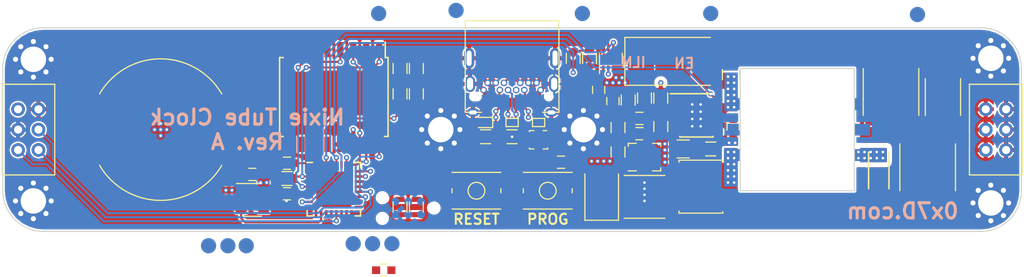
<source format=kicad_pcb>
(kicad_pcb (version 20171130) (host pcbnew "(5.0.0)")

  (general
    (thickness 1.6)
    (drawings 18)
    (tracks 385)
    (zones 0)
    (modules 73)
    (nets 66)
  )

  (page A4)
  (layers
    (0 F.Cu jumper)
    (1 In1.Cu jumper)
    (2 In2.Cu jumper)
    (31 B.Cu signal)
    (34 B.Paste user)
    (35 F.Paste user)
    (36 B.SilkS user hide)
    (37 F.SilkS user)
    (38 B.Mask user)
    (39 F.Mask user)
    (41 Cmts.User user)
    (44 Edge.Cuts user)
    (45 Margin user)
    (46 B.CrtYd user hide)
    (47 F.CrtYd user hide)
    (48 B.Fab user)
    (49 F.Fab user)
  )

  (setup
    (last_trace_width 0.2)
    (user_trace_width 0.2)
    (user_trace_width 0.25)
    (user_trace_width 0.3)
    (user_trace_width 0.4)
    (user_trace_width 0.6)
    (user_trace_width 0.8)
    (user_trace_width 1)
    (trace_clearance 0.127)
    (zone_clearance 0.2)
    (zone_45_only no)
    (trace_min 0.127)
    (segment_width 0.2)
    (edge_width 0.1)
    (via_size 0.508)
    (via_drill 0.254)
    (via_min_size 0.508)
    (via_min_drill 0.254)
    (uvia_size 0.3)
    (uvia_drill 0.1)
    (uvias_allowed no)
    (uvia_min_size 0.2)
    (uvia_min_drill 0.1)
    (pcb_text_width 0.3)
    (pcb_text_size 1.5 1.5)
    (mod_edge_width 0.15)
    (mod_text_size 1 1)
    (mod_text_width 0.15)
    (pad_size 0.7874 0.7874)
    (pad_drill 0)
    (pad_to_mask_clearance 0)
    (aux_axis_origin 0 0)
    (visible_elements 7FF9FFFF)
    (pcbplotparams
      (layerselection 0x010fc_80000001)
      (usegerberextensions false)
      (usegerberattributes false)
      (usegerberadvancedattributes false)
      (creategerberjobfile false)
      (excludeedgelayer true)
      (linewidth 0.100000)
      (plotframeref false)
      (viasonmask false)
      (mode 1)
      (useauxorigin false)
      (hpglpennumber 1)
      (hpglpenspeed 20)
      (hpglpendiameter 15.000000)
      (psnegative false)
      (psa4output false)
      (plotreference false)
      (plotvalue false)
      (plotinvisibletext false)
      (padsonsilk false)
      (subtractmaskfromsilk false)
      (outputformat 1)
      (mirror false)
      (drillshape 0)
      (scaleselection 1)
      (outputdirectory "Gerbers/"))
  )

  (net 0 "")
  (net 1 "Net-(Q1-Pad3)")
  (net 2 "Net-(Q1-Pad2)")
  (net 3 "Net-(R1-Pad2)")
  (net 4 "Net-(R6-Pad2)")
  (net 5 "Net-(Q1-Pad1)")
  (net 6 "Net-(C7-Pad1)")
  (net 7 /HV_OUT)
  (net 8 /VBUS)
  (net 9 /VDD)
  (net 10 /VNIXIE)
  (net 11 /SCL)
  (net 12 /SDA)
  (net 13 /HV_EN)
  (net 14 "Net-(R8-Pad2)")
  (net 15 "Net-(R10-Pad2)")
  (net 16 /SWO)
  (net 17 /NRST)
  (net 18 /CC1)
  (net 19 /CC2)
  (net 20 /DAC)
  (net 21 /USB_N)
  (net 22 /USB_P)
  (net 23 "Net-(D4-Pad2)")
  (net 24 /SWDIO)
  (net 25 /SWCLK)
  (net 26 "Net-(L1-Pad1)")
  (net 27 "Net-(L1-Pad2)")
  (net 28 "Net-(R7-Pad1)")
  (net 29 /GND)
  (net 30 /HV_IN)
  (net 31 /USB)
  (net 32 /ILM)
  (net 33 /FAULT)
  (net 34 "Net-(T1-Pad2)")
  (net 35 "Net-(U1-Pad9)")
  (net 36 "Net-(U2-Pad29)")
  (net 37 "Net-(U2-Pad27)")
  (net 38 "Net-(U2-Pad15)")
  (net 39 /RTC)
  (net 40 "Net-(U2-Pad3)")
  (net 41 /32kHz)
  (net 42 "Net-(U4-Pad12)")
  (net 43 "Net-(U4-Pad11)")
  (net 44 "Net-(U4-Pad10)")
  (net 45 "Net-(U4-Pad9)")
  (net 46 "Net-(U4-Pad8)")
  (net 47 "Net-(U4-Pad7)")
  (net 48 "Net-(U4-Pad6)")
  (net 49 "Net-(U4-Pad5)")
  (net 50 "Net-(U7-Pad1)")
  (net 51 "Net-(C5-Pad1)")
  (net 52 "Net-(R16-Pad1)")
  (net 53 /AMP_EN)
  (net 54 "Net-(BT1-Pad1)")
  (net 55 "Net-(R2-Pad2)")
  (net 56 "Net-(C6-Pad1)")
  (net 57 /NIXIE_EN)
  (net 58 "Net-(U1-Pad4)")
  (net 59 "Net-(D1-Pad2)")
  (net 60 "Net-(U2-Pad9)")
  (net 61 "Net-(U2-Pad12)")
  (net 62 "Net-(JP1-Pad1)")
  (net 63 /MCO)
  (net 64 "Net-(U2-Pad6)")
  (net 65 "Net-(U2-Pad11)")

  (net_class Default "This is the default net class."
    (clearance 0.127)
    (trace_width 0.127)
    (via_dia 0.508)
    (via_drill 0.254)
    (uvia_dia 0.3)
    (uvia_drill 0.1)
    (diff_pair_gap 0.127)
    (diff_pair_width 0.25)
    (add_net /32kHz)
    (add_net /AMP_EN)
    (add_net /CC1)
    (add_net /CC2)
    (add_net /DAC)
    (add_net /FAULT)
    (add_net /GND)
    (add_net /HV_EN)
    (add_net /HV_IN)
    (add_net /ILM)
    (add_net /MCO)
    (add_net /NIXIE_EN)
    (add_net /NRST)
    (add_net /RTC)
    (add_net /SCL)
    (add_net /SDA)
    (add_net /SWCLK)
    (add_net /SWDIO)
    (add_net /SWO)
    (add_net /USB)
    (add_net /USB_N)
    (add_net /USB_P)
    (add_net /VBUS)
    (add_net /VDD)
    (add_net /VNIXIE)
    (add_net "Net-(BT1-Pad1)")
    (add_net "Net-(C5-Pad1)")
    (add_net "Net-(C6-Pad1)")
    (add_net "Net-(C7-Pad1)")
    (add_net "Net-(D1-Pad2)")
    (add_net "Net-(D4-Pad2)")
    (add_net "Net-(JP1-Pad1)")
    (add_net "Net-(L1-Pad1)")
    (add_net "Net-(L1-Pad2)")
    (add_net "Net-(Q1-Pad1)")
    (add_net "Net-(Q1-Pad2)")
    (add_net "Net-(Q1-Pad3)")
    (add_net "Net-(R1-Pad2)")
    (add_net "Net-(R10-Pad2)")
    (add_net "Net-(R16-Pad1)")
    (add_net "Net-(R2-Pad2)")
    (add_net "Net-(R6-Pad2)")
    (add_net "Net-(R7-Pad1)")
    (add_net "Net-(R8-Pad2)")
    (add_net "Net-(T1-Pad2)")
    (add_net "Net-(U1-Pad4)")
    (add_net "Net-(U1-Pad9)")
    (add_net "Net-(U2-Pad11)")
    (add_net "Net-(U2-Pad12)")
    (add_net "Net-(U2-Pad15)")
    (add_net "Net-(U2-Pad27)")
    (add_net "Net-(U2-Pad29)")
    (add_net "Net-(U2-Pad3)")
    (add_net "Net-(U2-Pad6)")
    (add_net "Net-(U2-Pad9)")
    (add_net "Net-(U4-Pad10)")
    (add_net "Net-(U4-Pad11)")
    (add_net "Net-(U4-Pad12)")
    (add_net "Net-(U4-Pad5)")
    (add_net "Net-(U4-Pad6)")
    (add_net "Net-(U4-Pad7)")
    (add_net "Net-(U4-Pad8)")
    (add_net "Net-(U4-Pad9)")
    (add_net "Net-(U7-Pad1)")
  )

  (net_class HV ""
    (clearance 0.4)
    (trace_width 0.2)
    (via_dia 0.508)
    (via_drill 0.254)
    (uvia_dia 0.3)
    (uvia_drill 0.1)
    (diff_pair_gap 0.127)
    (diff_pair_width 0.25)
    (add_net /HV_OUT)
  )

  (module Resistors_SMD:R_0603 (layer F.Cu) (tedit 5BA9CFAF) (tstamp 5BACB566)
    (at 150 100.7)
    (descr "Resistor SMD 0603, reflow soldering, Vishay (see dcrcw.pdf)")
    (tags "resistor 0603")
    (path /5B096154)
    (attr smd)
    (fp_text reference R1 (at 0 -1.45) (layer F.SilkS) hide
      (effects (font (size 1 1) (thickness 0.15)))
    )
    (fp_text value 900k (at 0 1.5) (layer F.Fab)
      (effects (font (size 1 1) (thickness 0.15)))
    )
    (fp_text user %R (at 0 0) (layer F.Fab)
      (effects (font (size 0.4 0.4) (thickness 0.075)))
    )
    (fp_line (start -0.8 0.4) (end -0.8 -0.4) (layer F.Fab) (width 0.1))
    (fp_line (start 0.8 0.4) (end -0.8 0.4) (layer F.Fab) (width 0.1))
    (fp_line (start 0.8 -0.4) (end 0.8 0.4) (layer F.Fab) (width 0.1))
    (fp_line (start -0.8 -0.4) (end 0.8 -0.4) (layer F.Fab) (width 0.1))
    (fp_line (start 0.5 0.68) (end -0.5 0.68) (layer F.SilkS) (width 0.12))
    (fp_line (start -0.5 -0.68) (end 0.5 -0.68) (layer F.SilkS) (width 0.12))
    (fp_line (start -1.25 -0.7) (end 1.25 -0.7) (layer F.CrtYd) (width 0.05))
    (fp_line (start -1.25 -0.7) (end -1.25 0.7) (layer F.CrtYd) (width 0.05))
    (fp_line (start 1.25 0.7) (end 1.25 -0.7) (layer F.CrtYd) (width 0.05))
    (fp_line (start 1.25 0.7) (end -1.25 0.7) (layer F.CrtYd) (width 0.05))
    (pad 1 smd rect (at -0.75 0) (size 0.5 0.9) (layers F.Cu F.Paste F.Mask)
      (net 8 /VBUS))
    (pad 2 smd rect (at 0.75 0) (size 0.5 0.9) (layers F.Cu F.Paste F.Mask)
      (net 3 "Net-(R1-Pad2)"))
    (model ${KISYS3DMOD}/Resistors_SMD.3dshapes/R_0603.wrl
      (at (xyz 0 0 0))
      (scale (xyz 1 1 1))
      (rotate (xyz 0 0 0))
    )
  )

  (module Housings_DFN_QFN:QFN-32-1EP_5x5mm_Pitch0.5mm (layer F.Cu) (tedit 5BA9CFDF) (tstamp 5BAD881C)
    (at 132.5 105.85)
    (descr "UH Package; 32-Lead Plastic QFN (5mm x 5mm); (see Linear Technology QFN_32_05-08-1693.pdf)")
    (tags "QFN 0.5")
    (path /5B622DF7)
    (attr smd)
    (fp_text reference U2 (at 0 -3.75) (layer F.SilkS) hide
      (effects (font (size 1 1) (thickness 0.15)))
    )
    (fp_text value STM32L432K (at 0 3.75) (layer F.Fab)
      (effects (font (size 1 1) (thickness 0.15)))
    )
    (fp_line (start 2.625 -2.625) (end 2.1 -2.625) (layer F.SilkS) (width 0.15))
    (fp_line (start 2.625 2.625) (end 2.1 2.625) (layer F.SilkS) (width 0.15))
    (fp_line (start -2.625 2.625) (end -2.1 2.625) (layer F.SilkS) (width 0.15))
    (fp_line (start -2.625 -2.625) (end -2.1 -2.625) (layer F.SilkS) (width 0.15))
    (fp_line (start 2.625 2.625) (end 2.625 2.1) (layer F.SilkS) (width 0.15))
    (fp_line (start -2.625 2.625) (end -2.625 2.1) (layer F.SilkS) (width 0.15))
    (fp_line (start 2.625 -2.625) (end 2.625 -2.1) (layer F.SilkS) (width 0.15))
    (fp_line (start -3 3) (end 3 3) (layer F.CrtYd) (width 0.05))
    (fp_line (start -3 -3) (end 3 -3) (layer F.CrtYd) (width 0.05))
    (fp_line (start 3 -3) (end 3 3) (layer F.CrtYd) (width 0.05))
    (fp_line (start -3 -3) (end -3 3) (layer F.CrtYd) (width 0.05))
    (fp_line (start -2.5 -1.5) (end -1.5 -2.5) (layer F.Fab) (width 0.15))
    (fp_line (start -2.5 2.5) (end -2.5 -1.5) (layer F.Fab) (width 0.15))
    (fp_line (start 2.5 2.5) (end -2.5 2.5) (layer F.Fab) (width 0.15))
    (fp_line (start 2.5 -2.5) (end 2.5 2.5) (layer F.Fab) (width 0.15))
    (fp_line (start -1.5 -2.5) (end 2.5 -2.5) (layer F.Fab) (width 0.15))
    (pad 33 smd rect (at -0.8625 -0.8625) (size 1.725 1.725) (layers F.Cu F.Paste F.Mask)
      (solder_paste_margin_ratio -0.2))
    (pad 33 smd rect (at -0.8625 0.8625) (size 1.725 1.725) (layers F.Cu F.Paste F.Mask)
      (solder_paste_margin_ratio -0.2))
    (pad 33 smd rect (at 0.8625 -0.8625) (size 1.725 1.725) (layers F.Cu F.Paste F.Mask)
      (solder_paste_margin_ratio -0.2))
    (pad 33 smd rect (at 0.8625 0.8625) (size 1.725 1.725) (layers F.Cu F.Paste F.Mask)
      (solder_paste_margin_ratio -0.2))
    (pad 32 smd rect (at -1.75 -2.4 90) (size 0.7 0.25) (layers F.Cu F.Paste F.Mask)
      (net 29 /GND))
    (pad 31 smd rect (at -1.25 -2.4 90) (size 0.7 0.25) (layers F.Cu F.Paste F.Mask)
      (net 55 "Net-(R2-Pad2)"))
    (pad 30 smd rect (at -0.75 -2.4 90) (size 0.7 0.25) (layers F.Cu F.Paste F.Mask)
      (net 33 /FAULT))
    (pad 29 smd rect (at -0.25 -2.4 90) (size 0.7 0.25) (layers F.Cu F.Paste F.Mask)
      (net 36 "Net-(U2-Pad29)"))
    (pad 28 smd rect (at 0.25 -2.4 90) (size 0.7 0.25) (layers F.Cu F.Paste F.Mask)
      (net 13 /HV_EN))
    (pad 27 smd rect (at 0.75 -2.4 90) (size 0.7 0.25) (layers F.Cu F.Paste F.Mask)
      (net 37 "Net-(U2-Pad27)"))
    (pad 26 smd rect (at 1.25 -2.4 90) (size 0.7 0.25) (layers F.Cu F.Paste F.Mask)
      (net 16 /SWO))
    (pad 25 smd rect (at 1.75 -2.4 90) (size 0.7 0.25) (layers F.Cu F.Paste F.Mask)
      (net 39 /RTC))
    (pad 24 smd rect (at 2.4 -1.75) (size 0.7 0.25) (layers F.Cu F.Paste F.Mask)
      (net 25 /SWCLK))
    (pad 23 smd rect (at 2.4 -1.25) (size 0.7 0.25) (layers F.Cu F.Paste F.Mask)
      (net 24 /SWDIO))
    (pad 22 smd rect (at 2.4 -0.75) (size 0.7 0.25) (layers F.Cu F.Paste F.Mask)
      (net 22 /USB_P))
    (pad 21 smd rect (at 2.4 -0.25) (size 0.7 0.25) (layers F.Cu F.Paste F.Mask)
      (net 21 /USB_N))
    (pad 20 smd rect (at 2.4 0.25) (size 0.7 0.25) (layers F.Cu F.Paste F.Mask)
      (net 12 /SDA))
    (pad 19 smd rect (at 2.4 0.75) (size 0.7 0.25) (layers F.Cu F.Paste F.Mask)
      (net 11 /SCL))
    (pad 18 smd rect (at 2.4 1.25) (size 0.7 0.25) (layers F.Cu F.Paste F.Mask)
      (net 63 /MCO))
    (pad 17 smd rect (at 2.4 1.75) (size 0.7 0.25) (layers F.Cu F.Paste F.Mask)
      (net 9 /VDD))
    (pad 16 smd rect (at 1.75 2.4 90) (size 0.7 0.25) (layers F.Cu F.Paste F.Mask)
      (net 29 /GND))
    (pad 15 smd rect (at 1.25 2.4 90) (size 0.7 0.25) (layers F.Cu F.Paste F.Mask)
      (net 38 "Net-(U2-Pad15)"))
    (pad 14 smd rect (at 0.75 2.4 90) (size 0.7 0.25) (layers F.Cu F.Paste F.Mask)
      (net 31 /USB))
    (pad 13 smd rect (at 0.25 2.4 90) (size 0.7 0.25) (layers F.Cu F.Paste F.Mask)
      (net 57 /NIXIE_EN))
    (pad 12 smd rect (at -0.25 2.4 90) (size 0.7 0.25) (layers F.Cu F.Paste F.Mask)
      (net 61 "Net-(U2-Pad12)"))
    (pad 11 smd rect (at -0.75 2.4 90) (size 0.7 0.25) (layers F.Cu F.Paste F.Mask)
      (net 65 "Net-(U2-Pad11)"))
    (pad 10 smd rect (at -1.25 2.4 90) (size 0.7 0.25) (layers F.Cu F.Paste F.Mask)
      (net 20 /DAC))
    (pad 9 smd rect (at -1.75 2.4 90) (size 0.7 0.25) (layers F.Cu F.Paste F.Mask)
      (net 60 "Net-(U2-Pad9)"))
    (pad 8 smd rect (at -2.4 1.75) (size 0.7 0.25) (layers F.Cu F.Paste F.Mask)
      (net 53 /AMP_EN))
    (pad 7 smd rect (at -2.4 1.25) (size 0.7 0.25) (layers F.Cu F.Paste F.Mask)
      (net 32 /ILM))
    (pad 6 smd rect (at -2.4 0.75) (size 0.7 0.25) (layers F.Cu F.Paste F.Mask)
      (net 64 "Net-(U2-Pad6)"))
    (pad 5 smd rect (at -2.4 0.25) (size 0.7 0.25) (layers F.Cu F.Paste F.Mask)
      (net 9 /VDD))
    (pad 4 smd rect (at -2.4 -0.25) (size 0.7 0.25) (layers F.Cu F.Paste F.Mask)
      (net 17 /NRST))
    (pad 3 smd rect (at -2.4 -0.75) (size 0.7 0.25) (layers F.Cu F.Paste F.Mask)
      (net 40 "Net-(U2-Pad3)"))
    (pad 2 smd rect (at -2.4 -1.25) (size 0.7 0.25) (layers F.Cu F.Paste F.Mask)
      (net 41 /32kHz))
    (pad 1 smd rect (at -2.4 -1.75) (size 0.7 0.25) (layers F.Cu F.Paste F.Mask)
      (net 9 /VDD))
    (model ${KISYS3DMOD}/Housings_DFN_QFN.3dshapes/QFN-32-1EP_5x5mm_Pitch0.5mm.wrl
      (at (xyz 0 0 0))
      (scale (xyz 1 1 1))
      (rotate (xyz 0 0 0))
    )
  )

  (module Capacitors_SMD:C_0603 (layer F.Cu) (tedit 5BAB323C) (tstamp 5BAD8B3B)
    (at 127.9 106.3 180)
    (descr "Capacitor SMD 0603, reflow soldering, AVX (see smccp.pdf)")
    (tags "capacitor 0603")
    (path /5BBA50C7)
    (attr smd)
    (fp_text reference C13 (at 0 -1.5 180) (layer F.SilkS) hide
      (effects (font (size 1 1) (thickness 0.15)))
    )
    (fp_text value 4.7uF (at 0 1.5 180) (layer F.Fab)
      (effects (font (size 1 1) (thickness 0.15)))
    )
    (fp_text user %R (at 0 0 180) (layer F.Fab)
      (effects (font (size 0.3 0.3) (thickness 0.075)))
    )
    (fp_line (start -0.8 0.4) (end -0.8 -0.4) (layer F.Fab) (width 0.1))
    (fp_line (start 0.8 0.4) (end -0.8 0.4) (layer F.Fab) (width 0.1))
    (fp_line (start 0.8 -0.4) (end 0.8 0.4) (layer F.Fab) (width 0.1))
    (fp_line (start -0.8 -0.4) (end 0.8 -0.4) (layer F.Fab) (width 0.1))
    (fp_line (start -0.35 -0.6) (end 0.35 -0.6) (layer F.SilkS) (width 0.12))
    (fp_line (start 0.35 0.6) (end -0.35 0.6) (layer F.SilkS) (width 0.12))
    (fp_line (start -1.4 -0.65) (end 1.4 -0.65) (layer F.CrtYd) (width 0.05))
    (fp_line (start -1.4 -0.65) (end -1.4 0.65) (layer F.CrtYd) (width 0.05))
    (fp_line (start 1.4 0.65) (end 1.4 -0.65) (layer F.CrtYd) (width 0.05))
    (fp_line (start 1.4 0.65) (end -1.4 0.65) (layer F.CrtYd) (width 0.05))
    (pad 1 smd rect (at -0.75 0 180) (size 0.8 0.75) (layers F.Cu F.Paste F.Mask)
      (net 9 /VDD))
    (pad 2 smd rect (at 0.75 0 180) (size 0.8 0.75) (layers F.Cu F.Paste F.Mask)
      (net 29 /GND))
    (model Capacitors_SMD.3dshapes/C_0603.wrl
      (at (xyz 0 0 0))
      (scale (xyz 1 1 1))
      (rotate (xyz 0 0 0))
    )
  )

  (module Measurement_Points:Measurement_Point_Round-SMD-Pad_Small (layer B.Cu) (tedit 5BAB1C23) (tstamp 5BAC0042)
    (at 122.1 111.4)
    (descr "Mesurement Point, Round, SMD Pad, DM 1.5mm,")
    (tags "Mesurement Point Round SMD Pad 1.5mm")
    (path /5BAF3226)
    (attr virtual)
    (fp_text reference J15 (at 0 2) (layer B.SilkS) hide
      (effects (font (size 1 1) (thickness 0.15)) (justify mirror))
    )
    (fp_text value VNIXIE (at 0 -2) (layer B.Fab)
      (effects (font (size 1 1) (thickness 0.15)) (justify mirror))
    )
    (fp_circle (center 0 0) (end 1 0) (layer B.CrtYd) (width 0.05))
    (pad 1 smd circle (at 0 0) (size 1.5 1.5) (layers B.Cu B.Mask)
      (net 10 /VNIXIE))
  )

  (module Housings_SOIC:SOIC-16W_7.5x10.3mm_Pitch1.27mm (layer F.Cu) (tedit 5BAB2AB6) (tstamp 5BAB6D00)
    (at 132.5 96.8 270)
    (descr "16-Lead Plastic Small Outline (SO) - Wide, 7.50 mm Body [SOIC] (see Microchip Packaging Specification 00000049BS.pdf)")
    (tags "SOIC 1.27")
    (path /5BAADC28)
    (attr smd)
    (fp_text reference U4 (at 0 -6.25 270) (layer F.SilkS) hide
      (effects (font (size 1 1) (thickness 0.15)))
    )
    (fp_text value DS3231 (at 0 6.25 270) (layer F.Fab)
      (effects (font (size 1 1) (thickness 0.15)))
    )
    (fp_text user %R (at 0 0 270) (layer F.Fab)
      (effects (font (size 1 1) (thickness 0.15)))
    )
    (fp_line (start -2.75 -5.15) (end 3.75 -5.15) (layer F.Fab) (width 0.15))
    (fp_line (start 3.75 -5.15) (end 3.75 5.15) (layer F.Fab) (width 0.15))
    (fp_line (start 3.75 5.15) (end -3.75 5.15) (layer F.Fab) (width 0.15))
    (fp_line (start -3.75 5.15) (end -3.75 -4.15) (layer F.Fab) (width 0.15))
    (fp_line (start -3.75 -4.15) (end -2.75 -5.15) (layer F.Fab) (width 0.15))
    (fp_line (start -5.65 -5.5) (end -5.65 5.5) (layer F.CrtYd) (width 0.05))
    (fp_line (start 5.65 -5.5) (end 5.65 5.5) (layer F.CrtYd) (width 0.05))
    (fp_line (start -5.65 -5.5) (end 5.65 -5.5) (layer F.CrtYd) (width 0.05))
    (fp_line (start -5.65 5.5) (end 5.65 5.5) (layer F.CrtYd) (width 0.05))
    (fp_line (start -3.875 -5.325) (end -3.875 -5.05) (layer F.SilkS) (width 0.15))
    (fp_line (start 3.875 -5.325) (end 3.875 -4.97) (layer F.SilkS) (width 0.15))
    (fp_line (start 3.875 5.325) (end 3.875 4.97) (layer F.SilkS) (width 0.15))
    (fp_line (start -3.875 5.325) (end -3.875 4.97) (layer F.SilkS) (width 0.15))
    (fp_line (start -3.875 -5.325) (end 3.875 -5.325) (layer F.SilkS) (width 0.15))
    (fp_line (start -3.875 5.325) (end 3.875 5.325) (layer F.SilkS) (width 0.15))
    (fp_line (start -3.875 -5.05) (end -5.4 -5.05) (layer F.SilkS) (width 0.15))
    (pad 1 smd rect (at -4.65 -4.445 270) (size 1.5 0.6) (layers F.Cu F.Paste F.Mask)
      (net 41 /32kHz))
    (pad 2 smd rect (at -4.65 -3.175 270) (size 1.5 0.6) (layers F.Cu F.Paste F.Mask)
      (net 9 /VDD))
    (pad 3 smd rect (at -4.65 -1.905 270) (size 1.5 0.6) (layers F.Cu F.Paste F.Mask)
      (net 39 /RTC))
    (pad 4 smd rect (at -4.65 -0.635 270) (size 1.5 0.6) (layers F.Cu F.Paste F.Mask)
      (net 17 /NRST))
    (pad 5 smd rect (at -4.65 0.635 270) (size 1.5 0.6) (layers F.Cu F.Paste F.Mask)
      (net 49 "Net-(U4-Pad5)"))
    (pad 6 smd rect (at -4.65 1.905 270) (size 1.5 0.6) (layers F.Cu F.Paste F.Mask)
      (net 48 "Net-(U4-Pad6)"))
    (pad 7 smd rect (at -4.65 3.175 270) (size 1.5 0.6) (layers F.Cu F.Paste F.Mask)
      (net 47 "Net-(U4-Pad7)"))
    (pad 8 smd rect (at -4.65 4.445 270) (size 1.5 0.6) (layers F.Cu F.Paste F.Mask)
      (net 46 "Net-(U4-Pad8)"))
    (pad 9 smd rect (at 4.65 4.445 270) (size 1.5 0.6) (layers F.Cu F.Paste F.Mask)
      (net 45 "Net-(U4-Pad9)"))
    (pad 10 smd rect (at 4.65 3.175 270) (size 1.5 0.6) (layers F.Cu F.Paste F.Mask)
      (net 44 "Net-(U4-Pad10)"))
    (pad 11 smd rect (at 4.65 1.905 270) (size 1.5 0.6) (layers F.Cu F.Paste F.Mask)
      (net 43 "Net-(U4-Pad11)"))
    (pad 12 smd rect (at 4.65 0.635 270) (size 1.5 0.6) (layers F.Cu F.Paste F.Mask)
      (net 42 "Net-(U4-Pad12)"))
    (pad 13 smd rect (at 4.65 -0.635 270) (size 1.5 0.6) (layers F.Cu F.Paste F.Mask)
      (net 29 /GND))
    (pad 14 smd rect (at 4.65 -1.905 270) (size 1.5 0.6) (layers F.Cu F.Paste F.Mask)
      (net 54 "Net-(BT1-Pad1)"))
    (pad 15 smd rect (at 4.65 -3.175 270) (size 1.5 0.6) (layers F.Cu F.Paste F.Mask)
      (net 12 /SDA))
    (pad 16 smd rect (at 4.65 -4.445 270) (size 1.5 0.6) (layers F.Cu F.Paste F.Mask)
      (net 11 /SCL))
    (model ${KISYS3DMOD}/Housings_SOIC.3dshapes/SOIC-16W_7.5x10.3mm_Pitch1.27mm.wrl
      (at (xyz 0 0 0))
      (scale (xyz 1 1 1))
      (rotate (xyz 0 0 0))
    )
  )

  (module Measurement_Points:Measurement_Point_Round-SMD-Pad_Small (layer B.Cu) (tedit 5BAB0F2B) (tstamp 5BAB1E8A)
    (at 136.3 111.2)
    (descr "Mesurement Point, Round, SMD Pad, DM 1.5mm,")
    (tags "Mesurement Point Round SMD Pad 1.5mm")
    (path /5BAC80D4)
    (attr virtual)
    (fp_text reference J12 (at 0 2) (layer B.SilkS) hide
      (effects (font (size 1 1) (thickness 0.15)) (justify mirror))
    )
    (fp_text value SDA (at 0 -2) (layer B.Fab)
      (effects (font (size 1 1) (thickness 0.15)) (justify mirror))
    )
    (fp_circle (center 0 0) (end 1 0) (layer B.CrtYd) (width 0.05))
    (pad 1 smd circle (at 0 0) (size 1.5 1.5) (layers B.Cu B.Mask)
      (net 12 /SDA))
  )

  (module Measurement_Points:Measurement_Point_Round-SMD-Pad_Small (layer B.Cu) (tedit 5BAB0F2D) (tstamp 5BAB1E84)
    (at 138.2 111.2)
    (descr "Mesurement Point, Round, SMD Pad, DM 1.5mm,")
    (tags "Mesurement Point Round SMD Pad 1.5mm")
    (path /5BAC8048)
    (attr virtual)
    (fp_text reference J11 (at 0 2) (layer B.SilkS) hide
      (effects (font (size 1 1) (thickness 0.15)) (justify mirror))
    )
    (fp_text value SCL (at 0 -2) (layer B.Fab)
      (effects (font (size 1 1) (thickness 0.15)) (justify mirror))
    )
    (fp_circle (center 0 0) (end 1 0) (layer B.CrtYd) (width 0.05))
    (pad 1 smd circle (at 0 0) (size 1.5 1.5) (layers B.Cu B.Mask)
      (net 11 /SCL))
  )

  (module Measurement_Points:Measurement_Point_Round-SMD-Pad_Small (layer B.Cu) (tedit 5BAB0F33) (tstamp 5BAB1E7E)
    (at 120.2 111.4)
    (descr "Mesurement Point, Round, SMD Pad, DM 1.5mm,")
    (tags "Mesurement Point Round SMD Pad 1.5mm")
    (path /5BAB0421)
    (attr virtual)
    (fp_text reference J13 (at 0 2) (layer B.SilkS) hide
      (effects (font (size 1 1) (thickness 0.15)) (justify mirror))
    )
    (fp_text value DAC (at 0 -2) (layer B.Fab)
      (effects (font (size 1 1) (thickness 0.15)) (justify mirror))
    )
    (fp_circle (center 0 0) (end 1 0) (layer B.CrtYd) (width 0.05))
    (pad 1 smd circle (at 0 0) (size 1.5 1.5) (layers B.Cu B.Mask)
      (net 20 /DAC))
  )

  (module Measurement_Points:Measurement_Point_Round-SMD-Pad_Small (layer B.Cu) (tedit 5BAB0F30) (tstamp 5BAB1E73)
    (at 144.5 88.3)
    (descr "Mesurement Point, Round, SMD Pad, DM 1.5mm,")
    (tags "Mesurement Point Round SMD Pad 1.5mm")
    (path /5BAB2A61)
    (attr virtual)
    (fp_text reference J14 (at 0 2) (layer B.SilkS) hide
      (effects (font (size 1 1) (thickness 0.15)) (justify mirror))
    )
    (fp_text value VDD (at 0 -2) (layer B.Fab)
      (effects (font (size 1 1) (thickness 0.15)) (justify mirror))
    )
    (fp_circle (center 0 0) (end 1 0) (layer B.CrtYd) (width 0.05))
    (pad 1 smd circle (at 0 0) (size 1.5 1.5) (layers B.Cu B.Mask)
      (net 9 /VDD))
  )

  (module Measurement_Points:Measurement_Point_Round-SMD-Pad_Small (layer B.Cu) (tedit 5BA9D071) (tstamp 5BAAA8F2)
    (at 136.9 88.6)
    (descr "Mesurement Point, Round, SMD Pad, DM 1.5mm,")
    (tags "Mesurement Point Round SMD Pad 1.5mm")
    (path /5BAC8BC2)
    (attr virtual)
    (fp_text reference J10 (at 0 2) (layer B.SilkS) hide
      (effects (font (size 1 1) (thickness 0.15)) (justify mirror))
    )
    (fp_text value 32kHz (at 0 -2) (layer B.Fab)
      (effects (font (size 1 1) (thickness 0.15)) (justify mirror))
    )
    (fp_circle (center 0 0) (end 1 0) (layer B.CrtYd) (width 0.05))
    (pad 1 smd circle (at 0 0) (size 1.5 1.5) (layers B.Cu B.Mask)
      (net 41 /32kHz))
  )

  (module Measurement_Points:Measurement_Point_Round-SMD-Pad_Small (layer B.Cu) (tedit 5BA9D06E) (tstamp 5BAAAFDC)
    (at 123.9 111.4)
    (descr "Mesurement Point, Round, SMD Pad, DM 1.5mm,")
    (tags "Mesurement Point Round SMD Pad 1.5mm")
    (path /5BAC83B4)
    (attr virtual)
    (fp_text reference J9 (at 0 2) (layer B.SilkS) hide
      (effects (font (size 1 1) (thickness 0.15)) (justify mirror))
    )
    (fp_text value AMP_EN (at 0 -2) (layer B.Fab)
      (effects (font (size 1 1) (thickness 0.15)) (justify mirror))
    )
    (fp_circle (center 0 0) (end 1 0) (layer B.CrtYd) (width 0.05))
    (pad 1 smd circle (at 0 0) (size 1.5 1.5) (layers B.Cu B.Mask)
      (net 53 /AMP_EN))
  )

  (module Measurement_Points:Measurement_Point_Round-SMD-Pad_Small (layer B.Cu) (tedit 5BA9CFF6) (tstamp 5BAAA8E6)
    (at 189.8 88.7)
    (descr "Mesurement Point, Round, SMD Pad, DM 1.5mm,")
    (tags "Mesurement Point Round SMD Pad 1.5mm")
    (path /5BAB35ED)
    (attr virtual)
    (fp_text reference J8 (at 0 2) (layer B.SilkS) hide
      (effects (font (size 1 1) (thickness 0.15)) (justify mirror))
    )
    (fp_text value HV_OUT (at 0 -2) (layer B.Fab)
      (effects (font (size 1 1) (thickness 0.15)) (justify mirror))
    )
    (fp_circle (center 0 0) (end 1 0) (layer B.CrtYd) (width 0.05))
    (pad 1 smd circle (at 0 0) (size 1.5 1.5) (layers B.Cu B.Mask)
      (net 7 /HV_OUT))
  )

  (module Measurement_Points:Measurement_Point_Round-SMD-Pad_Small (layer B.Cu) (tedit 5BA9D078) (tstamp 5BAAA8E0)
    (at 169.5 88.6)
    (descr "Mesurement Point, Round, SMD Pad, DM 1.5mm,")
    (tags "Mesurement Point Round SMD Pad 1.5mm")
    (path /5BA9F87B)
    (attr virtual)
    (fp_text reference J7 (at 0 2) (layer B.SilkS) hide
      (effects (font (size 1 1) (thickness 0.15)) (justify mirror))
    )
    (fp_text value HV_EN (at 0 -2) (layer B.Fab)
      (effects (font (size 1 1) (thickness 0.15)) (justify mirror))
    )
    (fp_circle (center 0 0) (end 1 0) (layer B.CrtYd) (width 0.05))
    (pad 1 smd circle (at 0 0) (size 1.5 1.5) (layers B.Cu B.Mask)
      (net 13 /HV_EN))
  )

  (module Measurement_Points:Measurement_Point_Round-SMD-Pad_Small (layer B.Cu) (tedit 5BA9D074) (tstamp 5BAA874B)
    (at 156.9 88.6)
    (descr "Mesurement Point, Round, SMD Pad, DM 1.5mm,")
    (tags "Mesurement Point Round SMD Pad 1.5mm")
    (path /5BAA5791)
    (attr virtual)
    (fp_text reference J6 (at 0 2) (layer B.SilkS) hide
      (effects (font (size 1 1) (thickness 0.15)) (justify mirror))
    )
    (fp_text value ILM (at 0 -2) (layer B.Fab)
      (effects (font (size 1 1) (thickness 0.15)) (justify mirror))
    )
    (fp_circle (center 0 0) (end 1 0) (layer B.CrtYd) (width 0.05))
    (pad 1 smd circle (at 0 0) (size 1.5 1.5) (layers B.Cu B.Mask)
      (net 32 /ILM))
  )

  (module "Custom Parts:Wurth_WE-FB_10.18x13.36mm_Reverse" locked (layer F.Cu) (tedit 5BA9CF39) (tstamp 5BA42837)
    (at 178 100 180)
    (path /5B07197A/5A6B88EA)
    (fp_text reference T1 (at 0 0 180) (layer F.SilkS) hide
      (effects (font (size 1 1) (thickness 0.15)))
    )
    (fp_text value Wurth_Transformer_10.16x13.36mm (at 0 -7 180) (layer F.Fab)
      (effects (font (size 1 1) (thickness 0.15)))
    )
    (fp_line (start -5.65 6) (end -5.65 -6) (layer F.Fab) (width 0.1))
    (fp_line (start -5.65 6) (end 5.65 6) (layer F.Fab) (width 0.1))
    (fp_line (start 5.65 -6) (end 5.65 6) (layer F.Fab) (width 0.1))
    (fp_line (start -5.65 -6) (end 5.65 -6) (layer F.Fab) (width 0.1))
    (pad 5 smd rect (at 6.4 0 180) (size 1.5 1.17) (layers B.Cu B.Mask))
    (pad 6 smd rect (at 6.4 2.5 180) (size 1.5 1.17) (layers B.Cu B.Mask)
      (net 30 /HV_IN))
    (pad 4 smd rect (at 6.4 -2.5 180) (size 1.5 1.17) (layers B.Cu B.Mask)
      (net 5 "Net-(Q1-Pad1)"))
    (pad 3 smd rect (at -6.4 -2.5 180) (size 1.5 1.17) (layers B.Cu B.Mask)
      (net 23 "Net-(D4-Pad2)"))
    (pad 2 smd rect (at -6.4 0 180) (size 1.5 1.17) (layers B.Cu B.Mask)
      (net 34 "Net-(T1-Pad2)"))
    (pad 1 smd rect (at -6.4 2.5 180) (size 1.5 1.17) (layers B.Cu B.Mask)
      (net 29 /GND) (zone_connect 2))
  )

  (module "Custom Parts:CR1220_Holder" (layer F.Cu) (tedit 5BA9CFE9) (tstamp 5BA0C870)
    (at 115.5 100)
    (path /5BA7F4A1)
    (fp_text reference BT1 (at 0 -6) (layer F.SilkS) hide
      (effects (font (size 1 1) (thickness 0.15)))
    )
    (fp_text value CR1620 (at 0 6) (layer F.Fab)
      (effects (font (size 1 1) (thickness 0.15)))
    )
    (fp_arc (start 0 0) (end -5.999999 3.499999) (angle -119.4871257) (layer F.SilkS) (width 0.12))
    (fp_arc (start 0 0) (end 5.999999 -3.499999) (angle -119.4871257) (layer F.SilkS) (width 0.12))
    (fp_line (start -7 4) (end -7 -4) (layer F.Fab) (width 0.1))
    (fp_line (start 7 4) (end 7 -4) (layer F.Fab) (width 0.1))
    (fp_line (start -7 -4) (end -6 -5) (layer F.Fab) (width 0.1))
    (fp_line (start -6 -5) (end 6 -5) (layer F.Fab) (width 0.1))
    (fp_line (start 6 -5) (end 7 -4) (layer F.Fab) (width 0.1))
    (fp_arc (start 0.000001 9.999999) (end 4 5) (angle -77.3) (layer F.Fab) (width 0.1))
    (fp_line (start 4 5) (end 5 5) (layer F.Fab) (width 0.1))
    (fp_line (start 5 5) (end 6 5) (layer F.Fab) (width 0.1))
    (fp_line (start 6 5) (end 7 4) (layer F.Fab) (width 0.1))
    (fp_line (start -4 5) (end -6 5) (layer F.Fab) (width 0.1))
    (fp_line (start -6 5) (end -7 4) (layer F.Fab) (width 0.1))
    (pad 1 smd circle (at 0 0) (size 10.2 10.2) (layers F.Cu F.Mask)
      (net 54 "Net-(BT1-Pad1)"))
    (pad 2 smd rect (at -7.65 1.55) (size 2.5 2.5) (layers F.Cu F.Paste F.Mask)
      (net 29 /GND))
    (pad 2 smd rect (at -7.65 -1.55) (size 2.5 2.5) (layers F.Cu F.Paste F.Mask)
      (net 29 /GND))
    (pad 2 smd rect (at 7.65 1.55) (size 2.5 2.5) (layers F.Cu F.Paste F.Mask)
      (net 29 /GND))
    (pad 2 smd rect (at 7.65 -1.55) (size 2.5 2.5) (layers F.Cu F.Paste F.Mask)
      (net 29 /GND))
  )

  (module "Custom Parts:Jumper_0603" (layer F.Cu) (tedit 5BA9CF11) (tstamp 5BAA36C9)
    (at 156 93 270)
    (descr "Resistor SMD 0603, reflow soldering, Vishay (see dcrcw.pdf)")
    (tags "resistor 0603")
    (path /5BB1D0C7)
    (attr smd)
    (fp_text reference JP1 (at 0 -1.45 270) (layer F.SilkS) hide
      (effects (font (size 1 1) (thickness 0.15)))
    )
    (fp_text value ILM (at 0 1.5 270) (layer F.Fab)
      (effects (font (size 1 1) (thickness 0.15)))
    )
    (fp_line (start 1.25 0.7) (end -1.25 0.7) (layer F.CrtYd) (width 0.05))
    (fp_line (start 1.25 0.7) (end 1.25 -0.7) (layer F.CrtYd) (width 0.05))
    (fp_line (start -1.25 -0.7) (end -1.25 0.7) (layer F.CrtYd) (width 0.05))
    (fp_line (start -1.25 -0.7) (end 1.25 -0.7) (layer F.CrtYd) (width 0.05))
    (fp_line (start -0.5 -0.68) (end 0.5 -0.68) (layer F.SilkS) (width 0.12))
    (fp_line (start 0.5 0.68) (end -0.5 0.68) (layer F.SilkS) (width 0.12))
    (fp_line (start -0.95 -0.4) (end 0.95 -0.4) (layer F.Fab) (width 0.1))
    (fp_line (start 0.95 -0.4) (end 0.95 0.4) (layer F.Fab) (width 0.1))
    (fp_line (start 0.95 0.4) (end -0.95 0.4) (layer F.Fab) (width 0.1))
    (fp_line (start -0.95 0.4) (end -0.95 -0.4) (layer F.Fab) (width 0.1))
    (fp_text user %R (at 0 0 270) (layer F.Fab)
      (effects (font (size 0.4 0.4) (thickness 0.075)))
    )
    (pad 2 smd rect (at 0.65 0 270) (size 0.7 0.9) (layers F.Cu F.Mask)
      (net 32 /ILM))
    (pad 1 smd rect (at -0.75 0 270) (size 0.5 0.9) (layers F.Cu F.Mask)
      (net 62 "Net-(JP1-Pad1)"))
    (pad 1 smd trapezoid (at -0.3 0 270) (size 0.6 0.5) (rect_delta 0.4 0 ) (layers F.Cu F.Mask)
      (net 62 "Net-(JP1-Pad1)"))
    (pad 2 smd trapezoid (at 0.35 0.25 270) (size 0.7 0.4) (rect_delta 0 0.6 ) (layers F.Cu F.Mask)
      (net 32 /ILM))
    (pad 2 smd trapezoid (at 0.35 -0.25 90) (size 0.7 0.4) (rect_delta 0 0.6 ) (layers F.Cu F.Mask)
      (net 32 /ILM))
    (model ${KISYS3DMOD}/Resistors_SMD.3dshapes/R_0603.wrl
      (at (xyz 0 0 0))
      (scale (xyz 1 1 1))
      (rotate (xyz 0 0 0))
    )
  )

  (module "Custom Parts:Pin_Header_Harwin_2x03_Pitch2.00mm" locked (layer F.Cu) (tedit 5BA9CFEF) (tstamp 5BAAD831)
    (at 102.5 100)
    (descr "Through hole straight pin header, 2x03, 2.00mm pitch, double rows")
    (tags "Through hole pin header THT 2x03 2.00mm double row")
    (path /5B694500)
    (fp_text reference J4 (at 0 -6) (layer F.SilkS) hide
      (effects (font (size 1 1) (thickness 0.15)))
    )
    (fp_text value Nixie_CTRL (at 0 6) (layer F.Fab)
      (effects (font (size 1 1) (thickness 0.15)))
    )
    (fp_line (start -2.6 4.45) (end -2.6 -4.45) (layer F.SilkS) (width 0.12))
    (fp_line (start 2.6 4.45) (end -2.6 4.45) (layer F.SilkS) (width 0.12))
    (fp_line (start 2.6 -4.45) (end 2.6 4.45) (layer F.SilkS) (width 0.12))
    (fp_line (start -2.6 -4.45) (end 2.6 -4.45) (layer F.SilkS) (width 0.12))
    (fp_line (start -2.725 4.575) (end 2.725 4.575) (layer F.Fab) (width 0.1))
    (fp_line (start -2.725 -4.575) (end -2.725 4.575) (layer F.Fab) (width 0.1))
    (fp_line (start 2.725 -4.575) (end 2.725 4.575) (layer F.Fab) (width 0.1))
    (fp_line (start -2.725 -4.575) (end 2.725 -4.575) (layer F.Fab) (width 0.1))
    (fp_text user %R (at 0 0 90) (layer F.Fab)
      (effects (font (size 1 1) (thickness 0.15)))
    )
    (pad 1 thru_hole circle (at -1 -2 45) (size 1.35 1.35) (drill 0.8) (layers *.Cu *.Mask)
      (net 10 /VNIXIE) (zone_connect 1) (thermal_width 0.4))
    (pad 2 thru_hole oval (at 1 -2) (size 1.35 1.35) (drill 0.8) (layers *.Cu *.Mask)
      (net 29 /GND))
    (pad 3 thru_hole oval (at -1 0) (size 1.35 1.35) (drill 0.8) (layers *.Cu *.Mask)
      (net 29 /GND) (zone_connect 1) (thermal_width 0.4))
    (pad 4 thru_hole oval (at 1 0) (size 1.35 1.35) (drill 0.8) (layers *.Cu *.Mask)
      (net 11 /SCL))
    (pad 5 thru_hole oval (at -1 2) (size 1.35 1.35) (drill 0.8) (layers *.Cu *.Mask)
      (net 57 /NIXIE_EN) (zone_connect 1) (thermal_width 0.4))
    (pad 6 thru_hole oval (at 1 2) (size 1.35 1.35) (drill 0.8) (layers *.Cu *.Mask)
      (net 12 /SDA))
    (model ${KISYS3DMOD}/Pin_Headers.3dshapes/Pin_Header_Straight_2x03_Pitch2.00mm.wrl
      (at (xyz 0 0 0))
      (scale (xyz 1 1 1))
      (rotate (xyz 0 0 0))
    )
  )

  (module "Custom Parts:Pin_Header_Harwin_2x03_Pitch2.00mm" locked (layer F.Cu) (tedit 5BA9CF9E) (tstamp 5BA4005E)
    (at 197.5 100)
    (descr "Through hole straight pin header, 2x03, 2.00mm pitch, double rows")
    (tags "Through hole pin header THT 2x03 2.00mm double row")
    (path /5B6941D3)
    (fp_text reference J3 (at 0 -6) (layer F.SilkS) hide
      (effects (font (size 1 1) (thickness 0.15)))
    )
    (fp_text value Nixie_HV (at 0 6) (layer F.Fab)
      (effects (font (size 1 1) (thickness 0.15)))
    )
    (fp_line (start -2.6 4.45) (end -2.6 -4.45) (layer F.SilkS) (width 0.12))
    (fp_line (start 2.6 4.45) (end -2.6 4.45) (layer F.SilkS) (width 0.12))
    (fp_line (start 2.6 -4.45) (end 2.6 4.45) (layer F.SilkS) (width 0.12))
    (fp_line (start -2.6 -4.45) (end 2.6 -4.45) (layer F.SilkS) (width 0.12))
    (fp_line (start -2.725 4.575) (end 2.725 4.575) (layer F.Fab) (width 0.1))
    (fp_line (start -2.725 -4.575) (end -2.725 4.575) (layer F.Fab) (width 0.1))
    (fp_line (start 2.725 -4.575) (end 2.725 4.575) (layer F.Fab) (width 0.1))
    (fp_line (start -2.725 -4.575) (end 2.725 -4.575) (layer F.Fab) (width 0.1))
    (fp_text user %R (at 0 0 90) (layer F.Fab)
      (effects (font (size 1 1) (thickness 0.15)))
    )
    (pad 1 thru_hole circle (at -1 -2 45) (size 1.35 1.35) (drill 0.8) (layers *.Cu *.Mask)
      (net 7 /HV_OUT) (zone_connect 1) (thermal_width 0.4))
    (pad 2 thru_hole oval (at 1 -2) (size 1.35 1.35) (drill 0.8) (layers *.Cu *.Mask)
      (net 29 /GND))
    (pad 3 thru_hole oval (at -1 0) (size 1.35 1.35) (drill 0.8) (layers *.Cu *.Mask)
      (net 7 /HV_OUT) (zone_connect 1) (thermal_width 0.4))
    (pad 4 thru_hole oval (at 1 0) (size 1.35 1.35) (drill 0.8) (layers *.Cu *.Mask)
      (net 29 /GND))
    (pad 5 thru_hole oval (at -1 2) (size 1.35 1.35) (drill 0.8) (layers *.Cu *.Mask)
      (net 7 /HV_OUT) (zone_connect 1) (thermal_width 0.4))
    (pad 6 thru_hole oval (at 1 2) (size 1.35 1.35) (drill 0.8) (layers *.Cu *.Mask)
      (net 29 /GND))
    (model ${KISYS3DMOD}/Pin_Headers.3dshapes/Pin_Header_Straight_2x03_Pitch2.00mm.wrl
      (at (xyz 0 0 0))
      (scale (xyz 1 1 1))
      (rotate (xyz 0 0 0))
    )
  )

  (module "Custom Parts:X2QFN-12_1.6x1.6mm_Pitch0.4mm" (layer F.Cu) (tedit 5BA9CFB2) (tstamp 5BA0C970)
    (at 152.6 101 270)
    (path /5BAF8A3A)
    (fp_text reference U1 (at 0 -1.7 270) (layer F.SilkS) hide
      (effects (font (size 1 1) (thickness 0.15)))
    )
    (fp_text value TUSB322 (at 0 1.9 270) (layer F.Fab)
      (effects (font (size 1 1) (thickness 0.15)))
    )
    (fp_line (start -0.9 -0.45) (end -0.9 -0.8) (layer F.SilkS) (width 0.12))
    (fp_line (start -0.9 0.9) (end -0.9 0.45) (layer F.SilkS) (width 0.12))
    (fp_line (start -0.8 0.9) (end -0.9 0.9) (layer F.SilkS) (width 0.12))
    (fp_line (start 0.9 0.9) (end 0.8 0.9) (layer F.SilkS) (width 0.12))
    (fp_line (start 0.9 0.45) (end 0.9 0.9) (layer F.SilkS) (width 0.12))
    (fp_line (start 0.9 -0.9) (end 0.9 -0.45) (layer F.SilkS) (width 0.12))
    (fp_line (start 0.8 -0.9) (end 0.9 -0.9) (layer F.SilkS) (width 0.12))
    (fp_line (start -0.8 -0.8) (end -0.8 0.8) (layer F.Fab) (width 0.1))
    (fp_line (start -0.8 0.8) (end 0.8 0.8) (layer F.Fab) (width 0.1))
    (fp_line (start 0.8 0.8) (end 0.8 -0.8) (layer F.Fab) (width 0.1))
    (fp_line (start 0.8 -0.8) (end -0.8 -0.8) (layer F.Fab) (width 0.1))
    (pad 1 smd rect (at -0.65 -0.2 270) (size 0.7 0.2) (layers F.Cu F.Paste F.Mask)
      (net 19 /CC2))
    (pad 2 smd rect (at -0.65 0.2 270) (size 0.7 0.2) (layers F.Cu F.Paste F.Mask)
      (net 18 /CC1))
    (pad 3 smd rect (at -0.6 0.75 270) (size 0.2 0.5) (layers F.Cu F.Paste F.Mask)
      (net 3 "Net-(R1-Pad2)"))
    (pad 4 smd rect (at -0.2 0.75 270) (size 0.2 0.5) (layers F.Cu F.Paste F.Mask)
      (net 58 "Net-(U1-Pad4)"))
    (pad 5 smd rect (at 0.2 0.75 270) (size 0.2 0.5) (layers F.Cu F.Paste F.Mask)
      (net 29 /GND))
    (pad 6 smd rect (at 0.6 0.75 270) (size 0.2 0.5) (layers F.Cu F.Paste F.Mask)
      (net 31 /USB))
    (pad 7 smd rect (at 0.65 0.2 270) (size 0.7 0.2) (layers F.Cu F.Paste F.Mask)
      (net 12 /SDA))
    (pad 8 smd rect (at 0.65 -0.2 270) (size 0.7 0.2) (layers F.Cu F.Paste F.Mask)
      (net 11 /SCL))
    (pad 9 smd rect (at 0.6 -0.75 270) (size 0.2 0.5) (layers F.Cu F.Paste F.Mask)
      (net 35 "Net-(U1-Pad9)"))
    (pad 10 smd rect (at 0.2 -0.75 270) (size 0.2 0.5) (layers F.Cu F.Paste F.Mask)
      (net 29 /GND))
    (pad 11 smd rect (at -0.2 -0.75 270) (size 0.2 0.5) (layers F.Cu F.Paste F.Mask)
      (net 29 /GND))
    (pad 12 smd rect (at -0.6 -0.75 270) (size 0.2 0.5) (layers F.Cu F.Paste F.Mask)
      (net 9 /VDD))
  )

  (module "Custom Parts:VQFN-14_2.5x3mm_Pitch0.5mm" (layer F.Cu) (tedit 5BA9CF87) (tstamp 5BA0C9CF)
    (at 163 102.7 90)
    (path /5B1672A1)
    (fp_text reference U3 (at 0 -2.5 90) (layer F.SilkS) hide
      (effects (font (size 1 1) (thickness 0.15)))
    )
    (fp_text value TPS63025X (at 0 2.6 90) (layer F.Fab)
      (effects (font (size 1 1) (thickness 0.15)))
    )
    (fp_line (start -1.35 -0.8) (end -1.35 -1.6) (layer F.SilkS) (width 0.12))
    (fp_line (start 1.35 -1.6) (end 1.05 -1.6) (layer F.SilkS) (width 0.12))
    (fp_line (start 1.35 -0.8) (end 1.35 -1.6) (layer F.SilkS) (width 0.12))
    (fp_line (start -1.35 1.6) (end -1.35 0.8) (layer F.SilkS) (width 0.12))
    (fp_line (start -1.05 1.6) (end -1.35 1.6) (layer F.SilkS) (width 0.12))
    (fp_line (start 1.35 1.6) (end 1.35 0.8) (layer F.SilkS) (width 0.12))
    (fp_line (start 1.05 1.6) (end 1.35 1.6) (layer F.SilkS) (width 0.12))
    (fp_line (start -1.25 -1.5) (end -1.25 1.5) (layer F.Fab) (width 0.1))
    (fp_line (start -1.25 1.5) (end 1.25 1.5) (layer F.Fab) (width 0.1))
    (fp_line (start 1.25 1.5) (end 1.25 -1.5) (layer F.Fab) (width 0.1))
    (fp_line (start 1.25 -1.5) (end -1.25 -1.5) (layer F.Fab) (width 0.1))
    (pad 1 smd rect (at -0.55 -0.5 90) (size 1.8 0.25) (layers F.Cu F.Paste F.Mask)
      (net 27 "Net-(L1-Pad2)"))
    (pad 2 smd rect (at -0.55 0 90) (size 1.8 0.25) (layers F.Cu F.Paste F.Mask)
      (net 29 /GND))
    (pad 3 smd rect (at -0.55 0.5 90) (size 1.8 0.25) (layers F.Cu F.Paste F.Mask)
      (net 26 "Net-(L1-Pad1)"))
    (pad 4 smd rect (at -0.75 1.4 90) (size 0.25 0.6) (layers F.Cu F.Paste F.Mask)
      (net 8 /VBUS))
    (pad 5 smd rect (at -0.25 1.4 90) (size 0.25 0.6) (layers F.Cu F.Paste F.Mask)
      (net 8 /VBUS))
    (pad 6 smd rect (at 0.25 1.4 90) (size 0.25 0.6) (layers F.Cu F.Paste F.Mask)
      (net 8 /VBUS))
    (pad 7 smd rect (at 0.75 1.4 90) (size 0.25 0.6) (layers F.Cu F.Paste F.Mask)
      (net 8 /VBUS))
    (pad 8 smd rect (at 1.15 0.5 90) (size 0.6 0.25) (layers F.Cu F.Paste F.Mask)
      (net 8 /VBUS))
    (pad 9 smd rect (at 1.15 0 90) (size 0.6 0.25) (layers F.Cu F.Paste F.Mask)
      (net 29 /GND))
    (pad 10 smd rect (at 1.15 -0.5 90) (size 0.6 0.25) (layers F.Cu F.Paste F.Mask)
      (net 29 /GND))
    (pad 11 smd rect (at 0.75 -1.4 90) (size 0.25 0.6) (layers F.Cu F.Paste F.Mask)
      (net 52 "Net-(R16-Pad1)"))
    (pad 12 smd rect (at 0.25 -1.4 90) (size 0.25 0.6) (layers F.Cu F.Paste F.Mask)
      (net 9 /VDD))
    (pad 13 smd rect (at -0.25 -1.4 90) (size 0.25 0.6) (layers F.Cu F.Paste F.Mask)
      (net 9 /VDD))
    (pad 14 smd rect (at -0.75 -1.4 90) (size 0.25 0.6) (layers F.Cu F.Paste F.Mask)
      (net 9 /VDD))
  )

  (module "Custom Parts:EVQP2" (layer F.Cu) (tedit 5BA9CFCC) (tstamp 5BA845C4)
    (at 146.5 106)
    (path /5B64A44F)
    (fp_text reference SW1 (at 0 2.7) (layer F.SilkS) hide
      (effects (font (size 1 1) (thickness 0.15)))
    )
    (fp_text value NRST (at 0 -2.6) (layer F.Fab)
      (effects (font (size 1 1) (thickness 0.15)))
    )
    (fp_line (start 2.4 -0.2) (end 2.4 0.2) (layer F.SilkS) (width 0.12))
    (fp_line (start -2.4 -0.2) (end -2.4 0.2) (layer F.SilkS) (width 0.12))
    (fp_line (start 2.4 1.8) (end -2.4 1.8) (layer F.SilkS) (width 0.12))
    (fp_line (start -2.4 -1.8) (end 2.4 -1.8) (layer F.SilkS) (width 0.12))
    (fp_circle (center 0 0) (end 0.824621 0) (layer F.SilkS) (width 0.12))
    (fp_line (start -2.35 1.75) (end 2.35 1.75) (layer F.Fab) (width 0.1))
    (fp_line (start -2.35 -1.75) (end 2.35 -1.75) (layer F.Fab) (width 0.1))
    (fp_line (start 2.35 -1.75) (end 2.35 1.75) (layer F.Fab) (width 0.1))
    (fp_line (start -2.35 -1.75) (end -2.35 1.75) (layer F.Fab) (width 0.1))
    (pad 1 smd rect (at 2.5 0.85) (size 1.3 1) (layers F.Cu F.Paste F.Mask)
      (net 29 /GND))
    (pad 2 smd rect (at 2.5 -0.85) (size 1.3 1) (layers F.Cu F.Paste F.Mask)
      (net 17 /NRST))
    (pad 2 smd rect (at -2.5 -0.86) (size 1.3 1) (layers F.Cu F.Paste F.Mask)
      (net 17 /NRST))
    (pad 1 smd rect (at -2.5 0.85) (size 1.3 1) (layers F.Cu F.Paste F.Mask)
      (net 29 /GND))
  )

  (module "Custom Parts:EVQP2" (layer F.Cu) (tedit 5BA9CFB4) (tstamp 5BA80CE4)
    (at 153.5 106)
    (path /5BA5FF24)
    (fp_text reference SW2 (at 0 2.7) (layer F.SilkS) hide
      (effects (font (size 1 1) (thickness 0.15)))
    )
    (fp_text value DFU (at 0 -2.6) (layer F.Fab)
      (effects (font (size 1 1) (thickness 0.15)))
    )
    (fp_line (start 2.4 -0.2) (end 2.4 0.2) (layer F.SilkS) (width 0.12))
    (fp_line (start -2.4 -0.2) (end -2.4 0.2) (layer F.SilkS) (width 0.12))
    (fp_line (start 2.4 1.8) (end -2.4 1.8) (layer F.SilkS) (width 0.12))
    (fp_line (start -2.4 -1.8) (end 2.4 -1.8) (layer F.SilkS) (width 0.12))
    (fp_circle (center 0 0) (end 0.824621 0) (layer F.SilkS) (width 0.12))
    (fp_line (start -2.35 1.75) (end 2.35 1.75) (layer F.Fab) (width 0.1))
    (fp_line (start -2.35 -1.75) (end 2.35 -1.75) (layer F.Fab) (width 0.1))
    (fp_line (start 2.35 -1.75) (end 2.35 1.75) (layer F.Fab) (width 0.1))
    (fp_line (start -2.35 -1.75) (end -2.35 1.75) (layer F.Fab) (width 0.1))
    (pad 1 smd rect (at 2.5 0.85) (size 1.3 1) (layers F.Cu F.Paste F.Mask)
      (net 55 "Net-(R2-Pad2)"))
    (pad 2 smd rect (at 2.5 -0.85) (size 1.3 1) (layers F.Cu F.Paste F.Mask)
      (net 9 /VDD))
    (pad 2 smd rect (at -2.5 -0.86) (size 1.3 1) (layers F.Cu F.Paste F.Mask)
      (net 9 /VDD))
    (pad 1 smd rect (at -2.5 0.85) (size 1.3 1) (layers F.Cu F.Paste F.Mask)
      (net 55 "Net-(R2-Pad2)"))
  )

  (module "Custom Parts:DMX0003A" (layer F.Cu) (tedit 5BA9CFA3) (tstamp 5BA0C917)
    (at 152.6 99.3 180)
    (path /5B916041)
    (fp_text reference D2 (at 0 1.5 180) (layer F.SilkS) hide
      (effects (font (size 1 1) (thickness 0.15)))
    )
    (fp_text value ESD122 (at 0 -1.5 180) (layer F.Fab)
      (effects (font (size 1 1) (thickness 0.15)))
    )
    (fp_line (start -0.6 0.4) (end -0.6 -0.4) (layer F.SilkS) (width 0.12))
    (fp_line (start 0.6 0.4) (end -0.6 0.4) (layer F.SilkS) (width 0.12))
    (fp_line (start 0.6 -0.4) (end 0.6 0.4) (layer F.SilkS) (width 0.12))
    (fp_line (start -0.6 -0.4) (end 0.6 -0.4) (layer F.SilkS) (width 0.12))
    (fp_line (start -0.55 0.35) (end -0.55 -0.35) (layer F.Fab) (width 0.1))
    (fp_line (start 0.55 0.35) (end -0.55 0.35) (layer F.Fab) (width 0.1))
    (fp_line (start 0.55 -0.35) (end 0.55 0.35) (layer F.Fab) (width 0.1))
    (fp_line (start -0.55 -0.35) (end 0.55 -0.35) (layer F.Fab) (width 0.1))
    (pad 3 smd rect (at -0.34 -0.15 180) (size 0.2 0.2) (layers F.Cu F.Paste F.Mask)
      (net 19 /CC2))
    (pad 2 smd rect (at 0.34 -0.15 180) (size 0.2 0.2) (layers F.Cu F.Paste F.Mask)
      (net 18 /CC1))
    (pad 1 smd rect (at 0 0.15 180) (size 0.2 0.2) (layers F.Cu F.Paste F.Mask)
      (net 29 /GND))
  )

  (module "Custom Parts:DMX0003A" (layer F.Cu) (tedit 5BA9CFA8) (tstamp 5BA0C918)
    (at 150 99.3)
    (path /5BA1CDBE)
    (fp_text reference D3 (at 0 1.5) (layer F.SilkS) hide
      (effects (font (size 1 1) (thickness 0.15)))
    )
    (fp_text value ESD122 (at 0 -1.5) (layer F.Fab)
      (effects (font (size 1 1) (thickness 0.15)))
    )
    (fp_line (start -0.6 0.4) (end -0.6 -0.4) (layer F.SilkS) (width 0.12))
    (fp_line (start 0.6 0.4) (end -0.6 0.4) (layer F.SilkS) (width 0.12))
    (fp_line (start 0.6 -0.4) (end 0.6 0.4) (layer F.SilkS) (width 0.12))
    (fp_line (start -0.6 -0.4) (end 0.6 -0.4) (layer F.SilkS) (width 0.12))
    (fp_line (start -0.55 0.35) (end -0.55 -0.35) (layer F.Fab) (width 0.1))
    (fp_line (start 0.55 0.35) (end -0.55 0.35) (layer F.Fab) (width 0.1))
    (fp_line (start 0.55 -0.35) (end 0.55 0.35) (layer F.Fab) (width 0.1))
    (fp_line (start -0.55 -0.35) (end 0.55 -0.35) (layer F.Fab) (width 0.1))
    (pad 3 smd rect (at -0.34 -0.15) (size 0.2 0.2) (layers F.Cu F.Paste F.Mask)
      (net 21 /USB_N))
    (pad 2 smd rect (at 0.34 -0.15) (size 0.2 0.2) (layers F.Cu F.Paste F.Mask)
      (net 22 /USB_P))
    (pad 1 smd rect (at 0 0.15) (size 0.2 0.2) (layers F.Cu F.Paste F.Mask)
      (net 29 /GND))
  )

  (module "Custom Parts:X1SON" (layer F.Cu) (tedit 5BA9CFA5) (tstamp 5BA0C903)
    (at 147.4 99.3 180)
    (path /5B902F50)
    (fp_text reference D1 (at 0 1.3 180) (layer F.SilkS) hide
      (effects (font (size 1 1) (thickness 0.15)))
    )
    (fp_text value D_VBUS (at 0 -1.2 180) (layer F.Fab)
      (effects (font (size 1 1) (thickness 0.15)))
    )
    (fp_line (start -0.7 0.5) (end 0.7 0.5) (layer F.SilkS) (width 0.12))
    (fp_line (start -0.7 -0.5) (end -0.7 0.5) (layer F.SilkS) (width 0.12))
    (fp_line (start 0.7 -0.5) (end -0.7 -0.5) (layer F.SilkS) (width 0.12))
    (fp_line (start 0.6 -0.4) (end -0.6 -0.4) (layer F.Fab) (width 0.1))
    (fp_line (start 0.6 0.4) (end 0.6 -0.4) (layer F.Fab) (width 0.1))
    (fp_line (start -0.6 0.4) (end 0.6 0.4) (layer F.Fab) (width 0.1))
    (fp_line (start -0.6 -0.4) (end -0.6 0.4) (layer F.Fab) (width 0.1))
    (pad 2 smd rect (at 0.35 0 180) (size 0.3 0.55) (layers F.Cu F.Paste F.Mask)
      (net 59 "Net-(D1-Pad2)"))
    (pad 1 smd rect (at -0.35 0 180) (size 0.3 0.55) (layers F.Cu F.Paste F.Mask)
      (net 8 /VBUS))
  )

  (module Capacitors_SMD:C_0603 (layer F.Cu) (tedit 5BA9CFE6) (tstamp 5BAB72D0)
    (at 124.5 104.4 180)
    (descr "Capacitor SMD 0603, reflow soldering, AVX (see smccp.pdf)")
    (tags "capacitor 0603")
    (path /5BA9CB71)
    (attr smd)
    (fp_text reference C16 (at 0 -1.5 180) (layer F.SilkS) hide
      (effects (font (size 1 1) (thickness 0.15)))
    )
    (fp_text value 1uF (at 0 1.5 180) (layer F.Fab)
      (effects (font (size 1 1) (thickness 0.15)))
    )
    (fp_line (start 1.4 0.65) (end -1.4 0.65) (layer F.CrtYd) (width 0.05))
    (fp_line (start 1.4 0.65) (end 1.4 -0.65) (layer F.CrtYd) (width 0.05))
    (fp_line (start -1.4 -0.65) (end -1.4 0.65) (layer F.CrtYd) (width 0.05))
    (fp_line (start -1.4 -0.65) (end 1.4 -0.65) (layer F.CrtYd) (width 0.05))
    (fp_line (start 0.35 0.6) (end -0.35 0.6) (layer F.SilkS) (width 0.12))
    (fp_line (start -0.35 -0.6) (end 0.35 -0.6) (layer F.SilkS) (width 0.12))
    (fp_line (start -0.8 -0.4) (end 0.8 -0.4) (layer F.Fab) (width 0.1))
    (fp_line (start 0.8 -0.4) (end 0.8 0.4) (layer F.Fab) (width 0.1))
    (fp_line (start 0.8 0.4) (end -0.8 0.4) (layer F.Fab) (width 0.1))
    (fp_line (start -0.8 0.4) (end -0.8 -0.4) (layer F.Fab) (width 0.1))
    (fp_text user %R (at 0 0 180) (layer F.Fab)
      (effects (font (size 0.3 0.3) (thickness 0.075)))
    )
    (pad 2 smd rect (at 0.75 0 180) (size 0.8 0.75) (layers F.Cu F.Paste F.Mask)
      (net 29 /GND))
    (pad 1 smd rect (at -0.75 0 180) (size 0.8 0.75) (layers F.Cu F.Paste F.Mask)
      (net 9 /VDD))
    (model Capacitors_SMD.3dshapes/C_0603.wrl
      (at (xyz 0 0 0))
      (scale (xyz 1 1 1))
      (rotate (xyz 0 0 0))
    )
  )

  (module Resistors_SMD:R_0603 (layer F.Cu) (tedit 5BA9CFD7) (tstamp 5BADC8D2)
    (at 147.4 100.7)
    (descr "Resistor SMD 0603, reflow soldering, Vishay (see dcrcw.pdf)")
    (tags "resistor 0603")
    (path /5BB9C8D3)
    (attr smd)
    (fp_text reference R3 (at 0 -1.45) (layer F.SilkS) hide
      (effects (font (size 1 1) (thickness 0.15)))
    )
    (fp_text value 20k (at 0 1.5) (layer F.Fab)
      (effects (font (size 1 1) (thickness 0.15)))
    )
    (fp_text user %R (at 0 0) (layer F.Fab)
      (effects (font (size 0.4 0.4) (thickness 0.075)))
    )
    (fp_line (start -0.8 0.4) (end -0.8 -0.4) (layer F.Fab) (width 0.1))
    (fp_line (start 0.8 0.4) (end -0.8 0.4) (layer F.Fab) (width 0.1))
    (fp_line (start 0.8 -0.4) (end 0.8 0.4) (layer F.Fab) (width 0.1))
    (fp_line (start -0.8 -0.4) (end 0.8 -0.4) (layer F.Fab) (width 0.1))
    (fp_line (start 0.5 0.68) (end -0.5 0.68) (layer F.SilkS) (width 0.12))
    (fp_line (start -0.5 -0.68) (end 0.5 -0.68) (layer F.SilkS) (width 0.12))
    (fp_line (start -1.25 -0.7) (end 1.25 -0.7) (layer F.CrtYd) (width 0.05))
    (fp_line (start -1.25 -0.7) (end -1.25 0.7) (layer F.CrtYd) (width 0.05))
    (fp_line (start 1.25 0.7) (end 1.25 -0.7) (layer F.CrtYd) (width 0.05))
    (fp_line (start 1.25 0.7) (end -1.25 0.7) (layer F.CrtYd) (width 0.05))
    (pad 1 smd rect (at -0.75 0) (size 0.5 0.9) (layers F.Cu F.Paste F.Mask)
      (net 9 /VDD))
    (pad 2 smd rect (at 0.75 0) (size 0.5 0.9) (layers F.Cu F.Paste F.Mask)
      (net 31 /USB))
    (model ${KISYS3DMOD}/Resistors_SMD.3dshapes/R_0603.wrl
      (at (xyz 0 0 0))
      (scale (xyz 1 1 1))
      (rotate (xyz 0 0 0))
    )
  )

  (module Capacitors_SMD:C_0603 (layer F.Cu) (tedit 5BA9CF7C) (tstamp 5BA956B5)
    (at 162.5 100.4 180)
    (descr "Capacitor SMD 0603, reflow soldering, AVX (see smccp.pdf)")
    (tags "capacitor 0603")
    (path /5BBA0E2E)
    (attr smd)
    (fp_text reference C3 (at 0 -1.5 180) (layer F.SilkS) hide
      (effects (font (size 1 1) (thickness 0.15)))
    )
    (fp_text value 10uF (at 0 1.5 180) (layer F.Fab)
      (effects (font (size 1 1) (thickness 0.15)))
    )
    (fp_text user %R (at 0 0 180) (layer F.Fab)
      (effects (font (size 0.3 0.3) (thickness 0.075)))
    )
    (fp_line (start -0.8 0.4) (end -0.8 -0.4) (layer F.Fab) (width 0.1))
    (fp_line (start 0.8 0.4) (end -0.8 0.4) (layer F.Fab) (width 0.1))
    (fp_line (start 0.8 -0.4) (end 0.8 0.4) (layer F.Fab) (width 0.1))
    (fp_line (start -0.8 -0.4) (end 0.8 -0.4) (layer F.Fab) (width 0.1))
    (fp_line (start -0.35 -0.6) (end 0.35 -0.6) (layer F.SilkS) (width 0.12))
    (fp_line (start 0.35 0.6) (end -0.35 0.6) (layer F.SilkS) (width 0.12))
    (fp_line (start -1.4 -0.65) (end 1.4 -0.65) (layer F.CrtYd) (width 0.05))
    (fp_line (start -1.4 -0.65) (end -1.4 0.65) (layer F.CrtYd) (width 0.05))
    (fp_line (start 1.4 0.65) (end 1.4 -0.65) (layer F.CrtYd) (width 0.05))
    (fp_line (start 1.4 0.65) (end -1.4 0.65) (layer F.CrtYd) (width 0.05))
    (pad 1 smd rect (at -0.75 0 180) (size 0.8 0.75) (layers F.Cu F.Paste F.Mask)
      (net 8 /VBUS))
    (pad 2 smd rect (at 0.75 0 180) (size 0.8 0.75) (layers F.Cu F.Paste F.Mask)
      (net 29 /GND))
    (model Capacitors_SMD.3dshapes/C_0603.wrl
      (at (xyz 0 0 0))
      (scale (xyz 1 1 1))
      (rotate (xyz 0 0 0))
    )
  )

  (module Capacitors_Tantalum_SMD:CP_Tantalum_Case-X_EIA-7343-43_Reflow (layer F.Cu) (tedit 5BA9CEFA) (tstamp 5BA9C351)
    (at 165.825 93.3)
    (descr "Tantalum capacitor, Case X, EIA 7343-43, 7.3x4.2x4.0mm, Reflow soldering footprint")
    (tags "capacitor tantalum smd")
    (path /5BA4D5A1)
    (attr smd)
    (fp_text reference C1 (at 0 -3.85) (layer F.SilkS) hide
      (effects (font (size 1 1) (thickness 0.15)))
    )
    (fp_text value 330uF (at 0 3.85) (layer F.Fab)
      (effects (font (size 1 1) (thickness 0.15)))
    )
    (fp_text user %R (at 0 0) (layer F.Fab)
      (effects (font (size 1 1) (thickness 0.15)))
    )
    (fp_line (start -4.85 -2.5) (end -4.85 2.5) (layer F.CrtYd) (width 0.05))
    (fp_line (start -4.85 2.5) (end 4.85 2.5) (layer F.CrtYd) (width 0.05))
    (fp_line (start 4.85 2.5) (end 4.85 -2.5) (layer F.CrtYd) (width 0.05))
    (fp_line (start 4.85 -2.5) (end -4.85 -2.5) (layer F.CrtYd) (width 0.05))
    (fp_line (start -3.65 -2.1) (end -3.65 2.1) (layer F.Fab) (width 0.1))
    (fp_line (start -3.65 2.1) (end 3.65 2.1) (layer F.Fab) (width 0.1))
    (fp_line (start 3.65 2.1) (end 3.65 -2.1) (layer F.Fab) (width 0.1))
    (fp_line (start 3.65 -2.1) (end -3.65 -2.1) (layer F.Fab) (width 0.1))
    (fp_line (start -2.92 -2.1) (end -2.92 2.1) (layer F.Fab) (width 0.1))
    (fp_line (start -2.555 -2.1) (end -2.555 2.1) (layer F.Fab) (width 0.1))
    (fp_line (start -4.75 -2.35) (end 3.65 -2.35) (layer F.SilkS) (width 0.12))
    (fp_line (start -4.75 2.35) (end 3.65 2.35) (layer F.SilkS) (width 0.12))
    (fp_line (start -4.75 -2.35) (end -4.75 2.35) (layer F.SilkS) (width 0.12))
    (pad 1 smd rect (at -3.175 0) (size 2.55 2.7) (layers F.Cu F.Paste F.Mask)
      (net 29 /GND))
    (pad 2 smd rect (at 3.175 0) (size 2.55 2.7) (layers F.Cu F.Paste F.Mask)
      (net 30 /HV_IN))
    (model Capacitors_Tantalum_SMD.3dshapes/CP_Tantalum_Case-X_EIA-7343-43.wrl
      (at (xyz 0 0 0))
      (scale (xyz 1 1 1))
      (rotate (xyz 0 0 0))
    )
  )

  (module Capacitors_Tantalum_SMD:CP_Tantalum_Case-B_EIA-3528-21_Reflow (layer F.Cu) (tedit 5BA9CFB7) (tstamp 5BA92C5D)
    (at 158.8 106.1 90)
    (descr "Tantalum capacitor, Case B, EIA 3528-21, 3.5x2.8x1.9mm, Reflow soldering footprint")
    (tags "capacitor tantalum smd")
    (path /5BBA5067)
    (attr smd)
    (fp_text reference C11 (at 0 -3.15 90) (layer F.SilkS) hide
      (effects (font (size 1 1) (thickness 0.15)))
    )
    (fp_text value 330uF (at 0 3.15 90) (layer F.Fab)
      (effects (font (size 1 1) (thickness 0.15)))
    )
    (fp_line (start -2.8 -1.65) (end -2.8 1.65) (layer F.SilkS) (width 0.12))
    (fp_line (start -2.8 1.65) (end 1.75 1.65) (layer F.SilkS) (width 0.12))
    (fp_line (start -2.8 -1.65) (end 1.75 -1.65) (layer F.SilkS) (width 0.12))
    (fp_line (start -1.225 -1.4) (end -1.225 1.4) (layer F.Fab) (width 0.1))
    (fp_line (start -1.4 -1.4) (end -1.4 1.4) (layer F.Fab) (width 0.1))
    (fp_line (start 1.75 -1.4) (end -1.75 -1.4) (layer F.Fab) (width 0.1))
    (fp_line (start 1.75 1.4) (end 1.75 -1.4) (layer F.Fab) (width 0.1))
    (fp_line (start -1.75 1.4) (end 1.75 1.4) (layer F.Fab) (width 0.1))
    (fp_line (start -1.75 -1.4) (end -1.75 1.4) (layer F.Fab) (width 0.1))
    (fp_line (start 2.85 -1.75) (end -2.85 -1.75) (layer F.CrtYd) (width 0.05))
    (fp_line (start 2.85 1.75) (end 2.85 -1.75) (layer F.CrtYd) (width 0.05))
    (fp_line (start -2.85 1.75) (end 2.85 1.75) (layer F.CrtYd) (width 0.05))
    (fp_line (start -2.85 -1.75) (end -2.85 1.75) (layer F.CrtYd) (width 0.05))
    (fp_text user %R (at 0 0 90) (layer F.Fab)
      (effects (font (size 0.8 0.8) (thickness 0.12)))
    )
    (pad 2 smd rect (at 1.525 0 90) (size 1.95 2.5) (layers F.Cu F.Paste F.Mask)
      (net 9 /VDD))
    (pad 1 smd rect (at -1.525 0 90) (size 1.95 2.5) (layers F.Cu F.Paste F.Mask)
      (net 29 /GND))
    (model Capacitors_Tantalum_SMD.3dshapes/CP_Tantalum_Case-B_EIA-3528-21.wrl
      (at (xyz 0 0 0))
      (scale (xyz 1 1 1))
      (rotate (xyz 0 0 0))
    )
  )

  (module "Custom Parts:SOT-669_LFPAK" (layer F.Cu) (tedit 5BA9CF5E) (tstamp 5BA41C38)
    (at 168.7 105.6)
    (descr "LFPAK www.nxp.com/documents/leaflet/939775016838_LR.pdf")
    (tags "LFPAK SOT-669 Power-SO8")
    (path /5B07197A/5A6B8B05)
    (attr smd)
    (fp_text reference Q1 (at -0.245 -3.48) (layer F.SilkS) hide
      (effects (font (size 1 1) (thickness 0.15)))
    )
    (fp_text value Q_SWITCH (at -0.245 3.52) (layer F.Fab)
      (effects (font (size 1 1) (thickness 0.15)))
    )
    (fp_line (start -3.4 2.75) (end -3.4 -2.75) (layer F.CrtYd) (width 0.05))
    (fp_line (start -3.4 2.75) (end 3.4 2.75) (layer F.CrtYd) (width 0.05))
    (fp_line (start 3.4 -2.75) (end -3.4 -2.75) (layer F.CrtYd) (width 0.05))
    (fp_line (start 3.4 -2.75) (end 3.4 2.75) (layer F.CrtYd) (width 0.05))
    (fp_line (start 1.885 2.5) (end 1.885 -2.5) (layer F.Fab) (width 0.1))
    (fp_line (start -2.215 2.5) (end 1.885 2.5) (layer F.Fab) (width 0.1))
    (fp_line (start -2.215 -2.5) (end -2.215 2.5) (layer F.Fab) (width 0.1))
    (fp_line (start 1.885 -2.5) (end -2.215 -2.5) (layer F.Fab) (width 0.1))
    (fp_line (start 3.185 -2.2) (end 1.885 -2.2) (layer F.Fab) (width 0.1))
    (fp_line (start 3.185 2.2) (end 1.885 2.2) (layer F.Fab) (width 0.1))
    (fp_line (start 3.185 -2.2) (end 3.185 2.2) (layer F.Fab) (width 0.1))
    (fp_line (start -3.215 -1.65) (end -2.215 -1.65) (layer F.Fab) (width 0.1))
    (fp_line (start -3.215 -2.15) (end -2.215 -2.15) (layer F.Fab) (width 0.1))
    (fp_line (start -3.215 -2.15) (end -3.215 -1.65) (layer F.Fab) (width 0.1))
    (fp_line (start -3.215 -0.4) (end -2.215 -0.4) (layer F.Fab) (width 0.1))
    (fp_line (start -3.215 -0.85) (end -3.215 -0.4) (layer F.Fab) (width 0.1))
    (fp_line (start -2.215 -0.85) (end -3.215 -0.85) (layer F.Fab) (width 0.1))
    (fp_line (start -3.215 0.85) (end -2.215 0.85) (layer F.Fab) (width 0.1))
    (fp_line (start -3.215 0.4) (end -3.215 0.85) (layer F.Fab) (width 0.1))
    (fp_line (start -2.215 0.4) (end -3.215 0.4) (layer F.Fab) (width 0.1))
    (fp_line (start -3.215 2.15) (end -2.215 2.15) (layer F.Fab) (width 0.1))
    (fp_line (start -3.215 1.7) (end -3.215 2.15) (layer F.Fab) (width 0.1))
    (fp_line (start -2.215 1.7) (end -3.215 1.7) (layer F.Fab) (width 0.1))
    (fp_line (start -2.315 -2.6) (end -2.315 -2.4) (layer F.SilkS) (width 0.12))
    (fp_line (start 1.985 -2.6) (end -2.315 -2.6) (layer F.SilkS) (width 0.12))
    (fp_line (start 1.985 -2.45) (end 1.985 -2.6) (layer F.SilkS) (width 0.12))
    (fp_line (start 1.985 2.6) (end 1.985 2.45) (layer F.SilkS) (width 0.12))
    (fp_line (start -2.315 2.6) (end 1.985 2.6) (layer F.SilkS) (width 0.12))
    (fp_line (start -2.315 2.4) (end -2.315 2.6) (layer F.SilkS) (width 0.12))
    (fp_text user %R (at 0 0 90) (layer F.Fab)
      (effects (font (size 1 1) (thickness 0.15)))
    )
    (pad 2 smd rect (at -2.6 1.91 270) (size 0.7 1.15) (layers F.Cu F.Paste F.Mask)
      (net 2 "Net-(Q1-Pad2)"))
    (pad 1 smd rect (at 0.435 0 270) (size 4.2 3.3) (layers F.Cu F.Paste F.Mask)
      (net 5 "Net-(Q1-Pad1)"))
    (pad 1 smd rect (at 2.5 0 270) (size 4.7 1.3) (layers F.Cu F.Paste F.Mask)
      (net 5 "Net-(Q1-Pad1)"))
    (pad 3 smd rect (at -2.6 0.64 270) (size 0.7 1.15) (layers F.Cu F.Paste F.Mask)
      (net 1 "Net-(Q1-Pad3)"))
    (pad 3 smd rect (at -2.6 -1.91 270) (size 0.7 1.15) (layers F.Cu F.Paste F.Mask)
      (net 1 "Net-(Q1-Pad3)"))
    (pad 3 smd rect (at -2.6 -0.64 270) (size 0.7 1.15) (layers F.Cu F.Paste F.Mask)
      (net 1 "Net-(Q1-Pad3)"))
    (model ${KISYS3DMOD}/TO_SOT_Packages_SMD.3dshapes/SOT-669_LFPAK.wrl
      (at (xyz 0 0 0))
      (scale (xyz 1 1 1))
      (rotate (xyz 0 0 0))
    )
  )

  (module Capacitors_SMD:C_0603 (layer F.Cu) (tedit 5BA9CFDB) (tstamp 5BACABD1)
    (at 127.9 103.3 180)
    (descr "Capacitor SMD 0603, reflow soldering, AVX (see smccp.pdf)")
    (tags "capacitor 0603")
    (path /5BBA51A2)
    (attr smd)
    (fp_text reference C12 (at 0 -1.5 180) (layer F.SilkS) hide
      (effects (font (size 1 1) (thickness 0.15)))
    )
    (fp_text value 0.1uF (at 0 1.5 180) (layer F.Fab)
      (effects (font (size 1 1) (thickness 0.15)))
    )
    (fp_line (start 1.4 0.65) (end -1.4 0.65) (layer F.CrtYd) (width 0.05))
    (fp_line (start 1.4 0.65) (end 1.4 -0.65) (layer F.CrtYd) (width 0.05))
    (fp_line (start -1.4 -0.65) (end -1.4 0.65) (layer F.CrtYd) (width 0.05))
    (fp_line (start -1.4 -0.65) (end 1.4 -0.65) (layer F.CrtYd) (width 0.05))
    (fp_line (start 0.35 0.6) (end -0.35 0.6) (layer F.SilkS) (width 0.12))
    (fp_line (start -0.35 -0.6) (end 0.35 -0.6) (layer F.SilkS) (width 0.12))
    (fp_line (start -0.8 -0.4) (end 0.8 -0.4) (layer F.Fab) (width 0.1))
    (fp_line (start 0.8 -0.4) (end 0.8 0.4) (layer F.Fab) (width 0.1))
    (fp_line (start 0.8 0.4) (end -0.8 0.4) (layer F.Fab) (width 0.1))
    (fp_line (start -0.8 0.4) (end -0.8 -0.4) (layer F.Fab) (width 0.1))
    (fp_text user %R (at 0 0 180) (layer F.Fab)
      (effects (font (size 0.3 0.3) (thickness 0.075)))
    )
    (pad 2 smd rect (at 0.75 0 180) (size 0.8 0.75) (layers F.Cu F.Paste F.Mask)
      (net 29 /GND))
    (pad 1 smd rect (at -0.75 0 180) (size 0.8 0.75) (layers F.Cu F.Paste F.Mask)
      (net 9 /VDD))
    (model Capacitors_SMD.3dshapes/C_0603.wrl
      (at (xyz 0 0 0))
      (scale (xyz 1 1 1))
      (rotate (xyz 0 0 0))
    )
  )

  (module Capacitors_SMD:C_0603 (layer F.Cu) (tedit 5BA9CFE1) (tstamp 5BA82234)
    (at 137.4 113.8 180)
    (descr "Capacitor SMD 0603, reflow soldering, AVX (see smccp.pdf)")
    (tags "capacitor 0603")
    (path /5BB2A736)
    (attr smd)
    (fp_text reference C15 (at 0 -1.5 180) (layer F.SilkS) hide
      (effects (font (size 1 1) (thickness 0.15)))
    )
    (fp_text value 0.1uF (at 0 1.5 180) (layer F.Fab)
      (effects (font (size 1 1) (thickness 0.15)))
    )
    (fp_text user %R (at 0 0 180) (layer F.Fab)
      (effects (font (size 0.3 0.3) (thickness 0.075)))
    )
    (fp_line (start -0.8 0.4) (end -0.8 -0.4) (layer F.Fab) (width 0.1))
    (fp_line (start 0.8 0.4) (end -0.8 0.4) (layer F.Fab) (width 0.1))
    (fp_line (start 0.8 -0.4) (end 0.8 0.4) (layer F.Fab) (width 0.1))
    (fp_line (start -0.8 -0.4) (end 0.8 -0.4) (layer F.Fab) (width 0.1))
    (fp_line (start -0.35 -0.6) (end 0.35 -0.6) (layer F.SilkS) (width 0.12))
    (fp_line (start 0.35 0.6) (end -0.35 0.6) (layer F.SilkS) (width 0.12))
    (fp_line (start -1.4 -0.65) (end 1.4 -0.65) (layer F.CrtYd) (width 0.05))
    (fp_line (start -1.4 -0.65) (end -1.4 0.65) (layer F.CrtYd) (width 0.05))
    (fp_line (start 1.4 0.65) (end 1.4 -0.65) (layer F.CrtYd) (width 0.05))
    (fp_line (start 1.4 0.65) (end -1.4 0.65) (layer F.CrtYd) (width 0.05))
    (pad 1 smd rect (at -0.75 0 180) (size 0.8 0.75) (layers F.Cu F.Paste F.Mask)
      (net 29 /GND))
    (pad 2 smd rect (at 0.75 0 180) (size 0.8 0.75) (layers F.Cu F.Paste F.Mask)
      (net 9 /VDD))
    (model Capacitors_SMD.3dshapes/C_0603.wrl
      (at (xyz 0 0 0))
      (scale (xyz 1 1 1))
      (rotate (xyz 0 0 0))
    )
  )

  (module Capacitors_SMD:C_0603 (layer F.Cu) (tedit 5BA9CFB9) (tstamp 5BA9DA24)
    (at 154.8 103.2 180)
    (descr "Capacitor SMD 0603, reflow soldering, AVX (see smccp.pdf)")
    (tags "capacitor 0603")
    (path /5BAF2024)
    (attr smd)
    (fp_text reference C14 (at 0 -1.5 180) (layer F.SilkS) hide
      (effects (font (size 1 1) (thickness 0.15)))
    )
    (fp_text value 0.1uF (at 0 1.5 180) (layer F.Fab)
      (effects (font (size 1 1) (thickness 0.15)))
    )
    (fp_text user %R (at 0 0 270) (layer F.Fab)
      (effects (font (size 0.3 0.3) (thickness 0.075)))
    )
    (fp_line (start -0.8 0.4) (end -0.8 -0.4) (layer F.Fab) (width 0.1))
    (fp_line (start 0.8 0.4) (end -0.8 0.4) (layer F.Fab) (width 0.1))
    (fp_line (start 0.8 -0.4) (end 0.8 0.4) (layer F.Fab) (width 0.1))
    (fp_line (start -0.8 -0.4) (end 0.8 -0.4) (layer F.Fab) (width 0.1))
    (fp_line (start -0.35 -0.6) (end 0.35 -0.6) (layer F.SilkS) (width 0.12))
    (fp_line (start 0.35 0.6) (end -0.35 0.6) (layer F.SilkS) (width 0.12))
    (fp_line (start -1.4 -0.65) (end 1.4 -0.65) (layer F.CrtYd) (width 0.05))
    (fp_line (start -1.4 -0.65) (end -1.4 0.65) (layer F.CrtYd) (width 0.05))
    (fp_line (start 1.4 0.65) (end 1.4 -0.65) (layer F.CrtYd) (width 0.05))
    (fp_line (start 1.4 0.65) (end -1.4 0.65) (layer F.CrtYd) (width 0.05))
    (pad 1 smd rect (at -0.75 0 180) (size 0.8 0.75) (layers F.Cu F.Paste F.Mask)
      (net 29 /GND))
    (pad 2 smd rect (at 0.75 0 180) (size 0.8 0.75) (layers F.Cu F.Paste F.Mask)
      (net 9 /VDD))
    (model Capacitors_SMD.3dshapes/C_0603.wrl
      (at (xyz 0 0 0))
      (scale (xyz 1 1 1))
      (rotate (xyz 0 0 0))
    )
  )

  (module Capacitors_SMD:C_0603 (layer F.Cu) (tedit 5BA9CF25) (tstamp 5BA89DD3)
    (at 158.5 96.1 270)
    (descr "Capacitor SMD 0603, reflow soldering, AVX (see smccp.pdf)")
    (tags "capacitor 0603")
    (path /5BB9F4F9)
    (attr smd)
    (fp_text reference C2 (at 0 -1.5 270) (layer F.SilkS) hide
      (effects (font (size 1 1) (thickness 0.15)))
    )
    (fp_text value 0.1uF (at 0 1.5 270) (layer F.Fab)
      (effects (font (size 1 1) (thickness 0.15)))
    )
    (fp_text user %R (at 0 0 270) (layer F.Fab)
      (effects (font (size 0.3 0.3) (thickness 0.075)))
    )
    (fp_line (start -0.8 0.4) (end -0.8 -0.4) (layer F.Fab) (width 0.1))
    (fp_line (start 0.8 0.4) (end -0.8 0.4) (layer F.Fab) (width 0.1))
    (fp_line (start 0.8 -0.4) (end 0.8 0.4) (layer F.Fab) (width 0.1))
    (fp_line (start -0.8 -0.4) (end 0.8 -0.4) (layer F.Fab) (width 0.1))
    (fp_line (start -0.35 -0.6) (end 0.35 -0.6) (layer F.SilkS) (width 0.12))
    (fp_line (start 0.35 0.6) (end -0.35 0.6) (layer F.SilkS) (width 0.12))
    (fp_line (start -1.4 -0.65) (end 1.4 -0.65) (layer F.CrtYd) (width 0.05))
    (fp_line (start -1.4 -0.65) (end -1.4 0.65) (layer F.CrtYd) (width 0.05))
    (fp_line (start 1.4 0.65) (end 1.4 -0.65) (layer F.CrtYd) (width 0.05))
    (fp_line (start 1.4 0.65) (end -1.4 0.65) (layer F.CrtYd) (width 0.05))
    (pad 1 smd rect (at -0.75 0 270) (size 0.8 0.75) (layers F.Cu F.Paste F.Mask)
      (net 8 /VBUS))
    (pad 2 smd rect (at 0.75 0 270) (size 0.8 0.75) (layers F.Cu F.Paste F.Mask)
      (net 29 /GND))
    (model Capacitors_SMD.3dshapes/C_0603.wrl
      (at (xyz 0 0 0))
      (scale (xyz 1 1 1))
      (rotate (xyz 0 0 0))
    )
  )

  (module Capacitors_SMD:C_0603 (layer F.Cu) (tedit 5BA9CF7F) (tstamp 5BA6EBBC)
    (at 162.5 98.9 180)
    (descr "Capacitor SMD 0603, reflow soldering, AVX (see smccp.pdf)")
    (tags "capacitor 0603")
    (path /5B07197A/5A6C6769)
    (attr smd)
    (fp_text reference C6 (at 0 -1.5 180) (layer F.SilkS) hide
      (effects (font (size 1 1) (thickness 0.15)))
    )
    (fp_text value C_SS (at 0 1.5 180) (layer F.Fab)
      (effects (font (size 1 1) (thickness 0.15)))
    )
    (fp_text user %R (at 0 0 180) (layer F.Fab)
      (effects (font (size 0.3 0.3) (thickness 0.075)))
    )
    (fp_line (start -0.8 0.4) (end -0.8 -0.4) (layer F.Fab) (width 0.1))
    (fp_line (start 0.8 0.4) (end -0.8 0.4) (layer F.Fab) (width 0.1))
    (fp_line (start 0.8 -0.4) (end 0.8 0.4) (layer F.Fab) (width 0.1))
    (fp_line (start -0.8 -0.4) (end 0.8 -0.4) (layer F.Fab) (width 0.1))
    (fp_line (start -0.35 -0.6) (end 0.35 -0.6) (layer F.SilkS) (width 0.12))
    (fp_line (start 0.35 0.6) (end -0.35 0.6) (layer F.SilkS) (width 0.12))
    (fp_line (start -1.4 -0.65) (end 1.4 -0.65) (layer F.CrtYd) (width 0.05))
    (fp_line (start -1.4 -0.65) (end -1.4 0.65) (layer F.CrtYd) (width 0.05))
    (fp_line (start 1.4 0.65) (end 1.4 -0.65) (layer F.CrtYd) (width 0.05))
    (fp_line (start 1.4 0.65) (end -1.4 0.65) (layer F.CrtYd) (width 0.05))
    (pad 1 smd rect (at -0.75 0 180) (size 0.8 0.75) (layers F.Cu F.Paste F.Mask)
      (net 56 "Net-(C6-Pad1)"))
    (pad 2 smd rect (at 0.75 0 180) (size 0.8 0.75) (layers F.Cu F.Paste F.Mask)
      (net 29 /GND))
    (model Capacitors_SMD.3dshapes/C_0603.wrl
      (at (xyz 0 0 0))
      (scale (xyz 1 1 1))
      (rotate (xyz 0 0 0))
    )
  )

  (module Capacitors_SMD:C_0805 (layer F.Cu) (tedit 5BA9CF0A) (tstamp 5BA6EB7C)
    (at 171.5 94.6 270)
    (descr "Capacitor SMD 0805, reflow soldering, AVX (see smccp.pdf)")
    (tags "capacitor 0805")
    (path /5B07197A/5A6C0FBE)
    (attr smd)
    (fp_text reference C4 (at 0 -1.5 270) (layer F.SilkS) hide
      (effects (font (size 1 1) (thickness 0.15)))
    )
    (fp_text value C_IN (at 0 1.75 270) (layer F.Fab)
      (effects (font (size 1 1) (thickness 0.15)))
    )
    (fp_line (start 1.75 0.87) (end -1.75 0.87) (layer F.CrtYd) (width 0.05))
    (fp_line (start 1.75 0.87) (end 1.75 -0.88) (layer F.CrtYd) (width 0.05))
    (fp_line (start -1.75 -0.88) (end -1.75 0.87) (layer F.CrtYd) (width 0.05))
    (fp_line (start -1.75 -0.88) (end 1.75 -0.88) (layer F.CrtYd) (width 0.05))
    (fp_line (start -0.5 0.85) (end 0.5 0.85) (layer F.SilkS) (width 0.12))
    (fp_line (start 0.5 -0.85) (end -0.5 -0.85) (layer F.SilkS) (width 0.12))
    (fp_line (start -1 -0.62) (end 1 -0.62) (layer F.Fab) (width 0.1))
    (fp_line (start 1 -0.62) (end 1 0.62) (layer F.Fab) (width 0.1))
    (fp_line (start 1 0.62) (end -1 0.62) (layer F.Fab) (width 0.1))
    (fp_line (start -1 0.62) (end -1 -0.62) (layer F.Fab) (width 0.1))
    (fp_text user %R (at 0 -1.5 270) (layer F.Fab)
      (effects (font (size 1 1) (thickness 0.15)))
    )
    (pad 2 smd rect (at 1 0 270) (size 1 1.25) (layers F.Cu F.Paste F.Mask)
      (net 30 /HV_IN))
    (pad 1 smd rect (at -1 0 270) (size 1 1.25) (layers F.Cu F.Paste F.Mask)
      (net 29 /GND) (zone_connect 2))
    (model Capacitors_SMD.3dshapes/C_0805.wrl
      (at (xyz 0 0 0))
      (scale (xyz 1 1 1))
      (rotate (xyz 0 0 0))
    )
  )

  (module Capacitors_SMD:C_1812 (layer F.Cu) (tedit 5BA9CF9B) (tstamp 5BA6EB6C)
    (at 192.3 96.8 270)
    (descr "Capacitor SMD 1812, reflow soldering, AVX (see smccp.pdf)")
    (tags "capacitor 1812")
    (path /5B07197A/5A6B93C6)
    (attr smd)
    (fp_text reference C9 (at 0 -2.75 270) (layer F.SilkS) hide
      (effects (font (size 1 1) (thickness 0.15)))
    )
    (fp_text value C_OUT (at 0 2.75 270) (layer F.Fab)
      (effects (font (size 1 1) (thickness 0.15)))
    )
    (fp_line (start 3.05 1.85) (end -3.05 1.85) (layer F.CrtYd) (width 0.05))
    (fp_line (start 3.05 1.85) (end 3.05 -1.85) (layer F.CrtYd) (width 0.05))
    (fp_line (start -3.05 -1.85) (end -3.05 1.85) (layer F.CrtYd) (width 0.05))
    (fp_line (start -3.05 -1.85) (end 3.05 -1.85) (layer F.CrtYd) (width 0.05))
    (fp_line (start -1.8 1.73) (end 1.8 1.73) (layer F.SilkS) (width 0.12))
    (fp_line (start 1.8 -1.73) (end -1.8 -1.73) (layer F.SilkS) (width 0.12))
    (fp_line (start -2.25 -1.6) (end 2.25 -1.6) (layer F.Fab) (width 0.1))
    (fp_line (start 2.25 -1.6) (end 2.25 1.6) (layer F.Fab) (width 0.1))
    (fp_line (start 2.25 1.6) (end -2.25 1.6) (layer F.Fab) (width 0.1))
    (fp_line (start -2.25 1.6) (end -2.25 -1.6) (layer F.Fab) (width 0.1))
    (fp_text user %R (at 0 -2.75 270) (layer F.Fab)
      (effects (font (size 1 1) (thickness 0.15)))
    )
    (pad 2 smd rect (at 2.3 0 270) (size 1 3) (layers F.Cu F.Paste F.Mask)
      (net 7 /HV_OUT))
    (pad 1 smd rect (at -2.3 0 270) (size 1 3) (layers F.Cu F.Paste F.Mask)
      (net 29 /GND))
    (model Capacitors_SMD.3dshapes/C_1812.wrl
      (at (xyz 0 0 0))
      (scale (xyz 1 1 1))
      (rotate (xyz 0 0 0))
    )
  )

  (module Capacitors_SMD:C_2220 (layer F.Cu) (tedit 5BA9CF97) (tstamp 5BA6EB4C)
    (at 190.8 103.7 90)
    (descr "Capacitor SMD 2220, reflow soldering, AVX (see smccp.pdf)")
    (tags "capacitor 2220")
    (path /5B07197A/5A6B92D0)
    (attr smd)
    (fp_text reference C8 (at 0 -3.5 90) (layer F.SilkS) hide
      (effects (font (size 1 1) (thickness 0.15)))
    )
    (fp_text value C_OUT (at 0 3.75 90) (layer F.Fab)
      (effects (font (size 1 1) (thickness 0.15)))
    )
    (fp_line (start 3.55 2.75) (end -3.55 2.75) (layer F.CrtYd) (width 0.05))
    (fp_line (start 3.55 2.75) (end 3.55 -2.75) (layer F.CrtYd) (width 0.05))
    (fp_line (start -3.55 -2.75) (end -3.55 2.75) (layer F.CrtYd) (width 0.05))
    (fp_line (start -3.55 -2.75) (end 3.55 -2.75) (layer F.CrtYd) (width 0.05))
    (fp_line (start -2.3 2.73) (end 2.3 2.73) (layer F.SilkS) (width 0.12))
    (fp_line (start 2.3 -2.73) (end -2.3 -2.73) (layer F.SilkS) (width 0.12))
    (fp_line (start -2.75 -2.5) (end 2.75 -2.5) (layer F.Fab) (width 0.1))
    (fp_line (start 2.75 -2.5) (end 2.75 2.5) (layer F.Fab) (width 0.1))
    (fp_line (start 2.75 2.5) (end -2.75 2.5) (layer F.Fab) (width 0.1))
    (fp_line (start -2.75 2.5) (end -2.75 -2.5) (layer F.Fab) (width 0.1))
    (fp_text user %R (at 0 -3.5 90) (layer F.Fab)
      (effects (font (size 1 1) (thickness 0.15)))
    )
    (pad 2 smd rect (at 2.8 0 90) (size 1 5) (layers F.Cu F.Paste F.Mask)
      (net 7 /HV_OUT))
    (pad 1 smd rect (at -2.8 0 90) (size 1 5) (layers F.Cu F.Paste F.Mask)
      (net 29 /GND))
    (model Capacitors_SMD.3dshapes/C_2220.wrl
      (at (xyz 0 0 0))
      (scale (xyz 1 1 1))
      (rotate (xyz 0 0 0))
    )
  )

  (module Measurement_Points:Measurement_Point_Round-SMD-Pad_Small (layer B.Cu) (tedit 5BA9CFF4) (tstamp 5BA8503A)
    (at 134.4 111.2)
    (descr "Mesurement Point, Round, SMD Pad, DM 1.5mm,")
    (tags "Mesurement Point Round SMD Pad 1.5mm")
    (path /5B649686)
    (attr virtual)
    (fp_text reference J5 (at 0 2) (layer B.SilkS) hide
      (effects (font (size 1 1) (thickness 0.15)) (justify mirror))
    )
    (fp_text value MCO (at 0 -2) (layer B.Fab)
      (effects (font (size 1 1) (thickness 0.15)) (justify mirror))
    )
    (fp_circle (center 0 0) (end 1 0) (layer B.CrtYd) (width 0.05))
    (pad 1 smd circle (at 0 0) (size 1.5 1.5) (layers B.Cu B.Mask)
      (net 63 /MCO))
  )

  (module Resistors_SMD:R_0603 (layer F.Cu) (tedit 5BA9CFC6) (tstamp 5BADB13B)
    (at 139 94 270)
    (descr "Resistor SMD 0603, reflow soldering, Vishay (see dcrcw.pdf)")
    (tags "resistor 0603")
    (path /5BAE5355)
    (attr smd)
    (fp_text reference R19 (at 0 -1.45 270) (layer F.SilkS) hide
      (effects (font (size 1 1) (thickness 0.15)))
    )
    (fp_text value 20k (at 0 1.5 270) (layer F.Fab)
      (effects (font (size 1 1) (thickness 0.15)))
    )
    (fp_text user %R (at 0 0 270) (layer F.Fab)
      (effects (font (size 0.4 0.4) (thickness 0.075)))
    )
    (fp_line (start -0.8 0.4) (end -0.8 -0.4) (layer F.Fab) (width 0.1))
    (fp_line (start 0.8 0.4) (end -0.8 0.4) (layer F.Fab) (width 0.1))
    (fp_line (start 0.8 -0.4) (end 0.8 0.4) (layer F.Fab) (width 0.1))
    (fp_line (start -0.8 -0.4) (end 0.8 -0.4) (layer F.Fab) (width 0.1))
    (fp_line (start 0.5 0.68) (end -0.5 0.68) (layer F.SilkS) (width 0.12))
    (fp_line (start -0.5 -0.68) (end 0.5 -0.68) (layer F.SilkS) (width 0.12))
    (fp_line (start -1.25 -0.7) (end 1.25 -0.7) (layer F.CrtYd) (width 0.05))
    (fp_line (start -1.25 -0.7) (end -1.25 0.7) (layer F.CrtYd) (width 0.05))
    (fp_line (start 1.25 0.7) (end 1.25 -0.7) (layer F.CrtYd) (width 0.05))
    (fp_line (start 1.25 0.7) (end -1.25 0.7) (layer F.CrtYd) (width 0.05))
    (pad 1 smd rect (at -0.75 0 270) (size 0.5 0.9) (layers F.Cu F.Paste F.Mask)
      (net 39 /RTC))
    (pad 2 smd rect (at 0.75 0 270) (size 0.5 0.9) (layers F.Cu F.Paste F.Mask)
      (net 9 /VDD))
    (model ${KISYS3DMOD}/Resistors_SMD.3dshapes/R_0603.wrl
      (at (xyz 0 0 0))
      (scale (xyz 1 1 1))
      (rotate (xyz 0 0 0))
    )
  )

  (module Resistors_SMD:R_0603 (layer F.Cu) (tedit 5BA9CFC4) (tstamp 5BAD87C5)
    (at 127.9 104.8)
    (descr "Resistor SMD 0603, reflow soldering, Vishay (see dcrcw.pdf)")
    (tags "resistor 0603")
    (path /5BAE3A6C)
    (attr smd)
    (fp_text reference R18 (at 0 -1.45) (layer F.SilkS) hide
      (effects (font (size 1 1) (thickness 0.15)))
    )
    (fp_text value 10k (at 0 1.5) (layer F.Fab)
      (effects (font (size 1 1) (thickness 0.15)))
    )
    (fp_line (start 1.25 0.7) (end -1.25 0.7) (layer F.CrtYd) (width 0.05))
    (fp_line (start 1.25 0.7) (end 1.25 -0.7) (layer F.CrtYd) (width 0.05))
    (fp_line (start -1.25 -0.7) (end -1.25 0.7) (layer F.CrtYd) (width 0.05))
    (fp_line (start -1.25 -0.7) (end 1.25 -0.7) (layer F.CrtYd) (width 0.05))
    (fp_line (start -0.5 -0.68) (end 0.5 -0.68) (layer F.SilkS) (width 0.12))
    (fp_line (start 0.5 0.68) (end -0.5 0.68) (layer F.SilkS) (width 0.12))
    (fp_line (start -0.8 -0.4) (end 0.8 -0.4) (layer F.Fab) (width 0.1))
    (fp_line (start 0.8 -0.4) (end 0.8 0.4) (layer F.Fab) (width 0.1))
    (fp_line (start 0.8 0.4) (end -0.8 0.4) (layer F.Fab) (width 0.1))
    (fp_line (start -0.8 0.4) (end -0.8 -0.4) (layer F.Fab) (width 0.1))
    (fp_text user %R (at 0 0) (layer F.Fab)
      (effects (font (size 0.4 0.4) (thickness 0.075)))
    )
    (pad 2 smd rect (at 0.75 0) (size 0.5 0.9) (layers F.Cu F.Paste F.Mask)
      (net 41 /32kHz))
    (pad 1 smd rect (at -0.75 0) (size 0.5 0.9) (layers F.Cu F.Paste F.Mask)
      (net 9 /VDD))
    (model ${KISYS3DMOD}/Resistors_SMD.3dshapes/R_0603.wrl
      (at (xyz 0 0 0))
      (scale (xyz 1 1 1))
      (rotate (xyz 0 0 0))
    )
  )

  (module Resistors_SMD:R_0603 (layer F.Cu) (tedit 5BA9CF8A) (tstamp 5BA5EC11)
    (at 160.4 99.8 270)
    (descr "Resistor SMD 0603, reflow soldering, Vishay (see dcrcw.pdf)")
    (tags "resistor 0603")
    (path /5BA5D560)
    (attr smd)
    (fp_text reference R17 (at 0 -1.45 270) (layer F.SilkS) hide
      (effects (font (size 1 1) (thickness 0.15)))
    )
    (fp_text value 180k (at 0 1.5 270) (layer F.Fab)
      (effects (font (size 1 1) (thickness 0.15)))
    )
    (fp_text user %R (at 0 0 270) (layer F.Fab)
      (effects (font (size 0.4 0.4) (thickness 0.075)))
    )
    (fp_line (start -0.8 0.4) (end -0.8 -0.4) (layer F.Fab) (width 0.1))
    (fp_line (start 0.8 0.4) (end -0.8 0.4) (layer F.Fab) (width 0.1))
    (fp_line (start 0.8 -0.4) (end 0.8 0.4) (layer F.Fab) (width 0.1))
    (fp_line (start -0.8 -0.4) (end 0.8 -0.4) (layer F.Fab) (width 0.1))
    (fp_line (start 0.5 0.68) (end -0.5 0.68) (layer F.SilkS) (width 0.12))
    (fp_line (start -0.5 -0.68) (end 0.5 -0.68) (layer F.SilkS) (width 0.12))
    (fp_line (start -1.25 -0.7) (end 1.25 -0.7) (layer F.CrtYd) (width 0.05))
    (fp_line (start -1.25 -0.7) (end -1.25 0.7) (layer F.CrtYd) (width 0.05))
    (fp_line (start 1.25 0.7) (end 1.25 -0.7) (layer F.CrtYd) (width 0.05))
    (fp_line (start 1.25 0.7) (end -1.25 0.7) (layer F.CrtYd) (width 0.05))
    (pad 1 smd rect (at -0.75 0 270) (size 0.5 0.9) (layers F.Cu F.Paste F.Mask)
      (net 29 /GND))
    (pad 2 smd rect (at 0.75 0 270) (size 0.5 0.9) (layers F.Cu F.Paste F.Mask)
      (net 52 "Net-(R16-Pad1)"))
    (model ${KISYS3DMOD}/Resistors_SMD.3dshapes/R_0603.wrl
      (at (xyz 0 0 0))
      (scale (xyz 1 1 1))
      (rotate (xyz 0 0 0))
    )
  )

  (module Resistors_SMD:R_0603 (layer F.Cu) (tedit 5BA9CF84) (tstamp 5BA9BFE9)
    (at 160.4 102.2 270)
    (descr "Resistor SMD 0603, reflow soldering, Vishay (see dcrcw.pdf)")
    (tags "resistor 0603")
    (path /5BA5D464)
    (attr smd)
    (fp_text reference R16 (at 0 -1.45 270) (layer F.SilkS) hide
      (effects (font (size 1 1) (thickness 0.15)))
    )
    (fp_text value 560k (at 0 1.5 270) (layer F.Fab)
      (effects (font (size 1 1) (thickness 0.15)))
    )
    (fp_text user %R (at 0 0) (layer F.Fab)
      (effects (font (size 0.4 0.4) (thickness 0.075)))
    )
    (fp_line (start -0.8 0.4) (end -0.8 -0.4) (layer F.Fab) (width 0.1))
    (fp_line (start 0.8 0.4) (end -0.8 0.4) (layer F.Fab) (width 0.1))
    (fp_line (start 0.8 -0.4) (end 0.8 0.4) (layer F.Fab) (width 0.1))
    (fp_line (start -0.8 -0.4) (end 0.8 -0.4) (layer F.Fab) (width 0.1))
    (fp_line (start 0.5 0.68) (end -0.5 0.68) (layer F.SilkS) (width 0.12))
    (fp_line (start -0.5 -0.68) (end 0.5 -0.68) (layer F.SilkS) (width 0.12))
    (fp_line (start -1.25 -0.7) (end 1.25 -0.7) (layer F.CrtYd) (width 0.05))
    (fp_line (start -1.25 -0.7) (end -1.25 0.7) (layer F.CrtYd) (width 0.05))
    (fp_line (start 1.25 0.7) (end 1.25 -0.7) (layer F.CrtYd) (width 0.05))
    (fp_line (start 1.25 0.7) (end -1.25 0.7) (layer F.CrtYd) (width 0.05))
    (pad 1 smd rect (at -0.75 0 270) (size 0.5 0.9) (layers F.Cu F.Paste F.Mask)
      (net 52 "Net-(R16-Pad1)"))
    (pad 2 smd rect (at 0.75 0 270) (size 0.5 0.9) (layers F.Cu F.Paste F.Mask)
      (net 9 /VDD))
    (model ${KISYS3DMOD}/Resistors_SMD.3dshapes/R_0603.wrl
      (at (xyz 0 0 0))
      (scale (xyz 1 1 1))
      (rotate (xyz 0 0 0))
    )
  )

  (module "Custom Parts:MountingHole_2.5mm_Pad_Via" locked (layer F.Cu) (tedit 5BA9CFEB) (tstamp 5BA46C25)
    (at 103 93.1)
    (descr "Mounting Hole 2.5mm")
    (tags "mounting hole 2.5mm")
    (path /5BA440F1)
    (zone_connect 2)
    (attr virtual)
    (fp_text reference MH1 (at 0 -3.5) (layer F.SilkS) hide
      (effects (font (size 1 1) (thickness 0.15)))
    )
    (fp_text value MountingHole_Pad (at 0 3.5) (layer F.Fab)
      (effects (font (size 1 1) (thickness 0.15)))
    )
    (fp_circle (center 0 0) (end 2.75 0) (layer F.CrtYd) (width 0.05))
    (fp_circle (center 0 0) (end 2.5 0) (layer Cmts.User) (width 0.15))
    (fp_text user %R (at 0.3 0) (layer F.Fab)
      (effects (font (size 1 1) (thickness 0.15)))
    )
    (pad 1 thru_hole circle (at 1.237437 -1.237437 315) (size 0.8 0.8) (drill 0.5) (layers *.Cu *.Mask)
      (net 29 /GND) (zone_connect 2))
    (pad 1 thru_hole circle (at 1.75 0 270) (size 0.8 0.8) (drill 0.5) (layers *.Cu *.Mask)
      (net 29 /GND) (zone_connect 2))
    (pad 1 thru_hole circle (at 1.237437 1.237437 225) (size 0.8 0.8) (drill 0.5) (layers *.Cu *.Mask)
      (net 29 /GND) (zone_connect 2))
    (pad 1 thru_hole circle (at 0 1.75 180) (size 0.8 0.8) (drill 0.5) (layers *.Cu *.Mask)
      (net 29 /GND) (zone_connect 2))
    (pad 1 thru_hole circle (at -1.237437 1.237437 135) (size 0.8 0.8) (drill 0.5) (layers *.Cu *.Mask)
      (net 29 /GND) (zone_connect 2))
    (pad 1 thru_hole circle (at -1.75 0 90) (size 0.8 0.8) (drill 0.5) (layers *.Cu *.Mask)
      (net 29 /GND) (zone_connect 2))
    (pad 1 thru_hole circle (at -1.237437 -1.237437 45) (size 0.8 0.8) (drill 0.5) (layers *.Cu *.Mask)
      (net 29 /GND) (zone_connect 2))
    (pad 1 thru_hole circle (at 0 -1.75) (size 0.8 0.8) (drill 0.5) (layers *.Cu *.Mask)
      (net 29 /GND) (zone_connect 2))
    (pad 1 thru_hole circle (at 0 0) (size 4.5 4.5) (drill 2.5) (layers *.Cu *.Mask)
      (net 29 /GND) (zone_connect 2))
  )

  (module "Custom Parts:MountingHole_2.5mm_Pad_Via" locked (layer F.Cu) (tedit 5BA9CFED) (tstamp 5BA46C15)
    (at 103 107)
    (descr "Mounting Hole 2.5mm")
    (tags "mounting hole 2.5mm")
    (path /5BA441AA)
    (zone_connect 2)
    (attr virtual)
    (fp_text reference MH2 (at 0 -3.5) (layer F.SilkS) hide
      (effects (font (size 1 1) (thickness 0.15)))
    )
    (fp_text value MountingHole_Pad (at 0 3.5) (layer F.Fab)
      (effects (font (size 1 1) (thickness 0.15)))
    )
    (fp_text user %R (at 0.3 0) (layer F.Fab)
      (effects (font (size 1 1) (thickness 0.15)))
    )
    (fp_circle (center 0 0) (end 2.5 0) (layer Cmts.User) (width 0.15))
    (fp_circle (center 0 0) (end 2.75 0) (layer F.CrtYd) (width 0.05))
    (pad 1 thru_hole circle (at 0 0) (size 4.5 4.5) (drill 2.5) (layers *.Cu *.Mask)
      (net 29 /GND) (zone_connect 2))
    (pad 1 thru_hole circle (at 0 -1.75) (size 0.8 0.8) (drill 0.5) (layers *.Cu *.Mask)
      (net 29 /GND) (zone_connect 2))
    (pad 1 thru_hole circle (at -1.237437 -1.237437 45) (size 0.8 0.8) (drill 0.5) (layers *.Cu *.Mask)
      (net 29 /GND) (zone_connect 2))
    (pad 1 thru_hole circle (at -1.75 0 90) (size 0.8 0.8) (drill 0.5) (layers *.Cu *.Mask)
      (net 29 /GND) (zone_connect 2))
    (pad 1 thru_hole circle (at -1.237437 1.237437 135) (size 0.8 0.8) (drill 0.5) (layers *.Cu *.Mask)
      (net 29 /GND) (zone_connect 2))
    (pad 1 thru_hole circle (at 0 1.75 180) (size 0.8 0.8) (drill 0.5) (layers *.Cu *.Mask)
      (net 29 /GND) (zone_connect 2))
    (pad 1 thru_hole circle (at 1.237437 1.237437 225) (size 0.8 0.8) (drill 0.5) (layers *.Cu *.Mask)
      (net 29 /GND) (zone_connect 2))
    (pad 1 thru_hole circle (at 1.75 0 270) (size 0.8 0.8) (drill 0.5) (layers *.Cu *.Mask)
      (net 29 /GND) (zone_connect 2))
    (pad 1 thru_hole circle (at 1.237437 -1.237437 315) (size 0.8 0.8) (drill 0.5) (layers *.Cu *.Mask)
      (net 29 /GND) (zone_connect 2))
  )

  (module "Custom Parts:MountingHole_2.5mm_Pad_Via" locked (layer F.Cu) (tedit 5BA9CF91) (tstamp 5BA46C05)
    (at 197 93)
    (descr "Mounting Hole 2.5mm")
    (tags "mounting hole 2.5mm")
    (path /5BA44208)
    (zone_connect 2)
    (attr virtual)
    (fp_text reference MH3 (at 0 -3.5) (layer F.SilkS) hide
      (effects (font (size 1 1) (thickness 0.15)))
    )
    (fp_text value MountingHole_Pad (at 0 3.5) (layer F.Fab)
      (effects (font (size 1 1) (thickness 0.15)))
    )
    (fp_circle (center 0 0) (end 2.75 0) (layer F.CrtYd) (width 0.05))
    (fp_circle (center 0 0) (end 2.5 0) (layer Cmts.User) (width 0.15))
    (fp_text user %R (at 0.3 0) (layer F.Fab)
      (effects (font (size 1 1) (thickness 0.15)))
    )
    (pad 1 thru_hole circle (at 1.237437 -1.237437 315) (size 0.8 0.8) (drill 0.5) (layers *.Cu *.Mask)
      (net 29 /GND) (zone_connect 2))
    (pad 1 thru_hole circle (at 1.75 0 270) (size 0.8 0.8) (drill 0.5) (layers *.Cu *.Mask)
      (net 29 /GND) (zone_connect 2))
    (pad 1 thru_hole circle (at 1.237437 1.237437 225) (size 0.8 0.8) (drill 0.5) (layers *.Cu *.Mask)
      (net 29 /GND) (zone_connect 2))
    (pad 1 thru_hole circle (at 0 1.75 180) (size 0.8 0.8) (drill 0.5) (layers *.Cu *.Mask)
      (net 29 /GND) (zone_connect 2))
    (pad 1 thru_hole circle (at -1.237437 1.237437 135) (size 0.8 0.8) (drill 0.5) (layers *.Cu *.Mask)
      (net 29 /GND) (zone_connect 2))
    (pad 1 thru_hole circle (at -1.75 0 90) (size 0.8 0.8) (drill 0.5) (layers *.Cu *.Mask)
      (net 29 /GND) (zone_connect 2))
    (pad 1 thru_hole circle (at -1.237437 -1.237437 45) (size 0.8 0.8) (drill 0.5) (layers *.Cu *.Mask)
      (net 29 /GND) (zone_connect 2))
    (pad 1 thru_hole circle (at 0 -1.75) (size 0.8 0.8) (drill 0.5) (layers *.Cu *.Mask)
      (net 29 /GND) (zone_connect 2))
    (pad 1 thru_hole circle (at 0 0) (size 4.5 4.5) (drill 2.5) (layers *.Cu *.Mask)
      (net 29 /GND) (zone_connect 2))
  )

  (module "Custom Parts:MountingHole_2.5mm_Pad_Via" locked (layer F.Cu) (tedit 5BA9CF9D) (tstamp 5BA46BF5)
    (at 197 107.2)
    (descr "Mounting Hole 2.5mm")
    (tags "mounting hole 2.5mm")
    (path /5BA44262)
    (zone_connect 2)
    (attr virtual)
    (fp_text reference MH4 (at 0 -3.5) (layer F.SilkS) hide
      (effects (font (size 1 1) (thickness 0.15)))
    )
    (fp_text value MountingHole_Pad (at 0 3.5) (layer F.Fab)
      (effects (font (size 1 1) (thickness 0.15)))
    )
    (fp_text user %R (at 0.3 0) (layer F.Fab)
      (effects (font (size 1 1) (thickness 0.15)))
    )
    (fp_circle (center 0 0) (end 2.5 0) (layer Cmts.User) (width 0.15))
    (fp_circle (center 0 0) (end 2.75 0) (layer F.CrtYd) (width 0.05))
    (pad 1 thru_hole circle (at 0 0) (size 4.5 4.5) (drill 2.5) (layers *.Cu *.Mask)
      (net 29 /GND) (zone_connect 2))
    (pad 1 thru_hole circle (at 0 -1.75) (size 0.8 0.8) (drill 0.5) (layers *.Cu *.Mask)
      (net 29 /GND) (zone_connect 2))
    (pad 1 thru_hole circle (at -1.237437 -1.237437 45) (size 0.8 0.8) (drill 0.5) (layers *.Cu *.Mask)
      (net 29 /GND) (zone_connect 2))
    (pad 1 thru_hole circle (at -1.75 0 90) (size 0.8 0.8) (drill 0.5) (layers *.Cu *.Mask)
      (net 29 /GND) (zone_connect 2))
    (pad 1 thru_hole circle (at -1.237437 1.237437 135) (size 0.8 0.8) (drill 0.5) (layers *.Cu *.Mask)
      (net 29 /GND) (zone_connect 2))
    (pad 1 thru_hole circle (at 0 1.75 180) (size 0.8 0.8) (drill 0.5) (layers *.Cu *.Mask)
      (net 29 /GND) (zone_connect 2))
    (pad 1 thru_hole circle (at 1.237437 1.237437 225) (size 0.8 0.8) (drill 0.5) (layers *.Cu *.Mask)
      (net 29 /GND) (zone_connect 2))
    (pad 1 thru_hole circle (at 1.75 0 270) (size 0.8 0.8) (drill 0.5) (layers *.Cu *.Mask)
      (net 29 /GND) (zone_connect 2))
    (pad 1 thru_hole circle (at 1.237437 -1.237437 315) (size 0.8 0.8) (drill 0.5) (layers *.Cu *.Mask)
      (net 29 /GND) (zone_connect 2))
  )

  (module Mounting_Holes:MountingHole_2.5mm_Pad_Via locked (layer F.Cu) (tedit 5BA9CF18) (tstamp 5BA894F0)
    (at 157 100)
    (descr "Mounting Hole 2.5mm")
    (tags "mounting hole 2.5mm")
    (path /5BA44348)
    (zone_connect 2)
    (attr virtual)
    (fp_text reference MH6 (at 0 -3.5) (layer F.SilkS) hide
      (effects (font (size 1 1) (thickness 0.15)))
    )
    (fp_text value MountingHole_Pad (at 0 3.5) (layer F.Fab)
      (effects (font (size 1 1) (thickness 0.15)))
    )
    (fp_text user %R (at 0.3 0) (layer F.Fab)
      (effects (font (size 1 1) (thickness 0.15)))
    )
    (fp_circle (center 0 0) (end 2.5 0) (layer Cmts.User) (width 0.15))
    (fp_circle (center 0 0) (end 2.75 0) (layer F.CrtYd) (width 0.05))
    (pad 1 thru_hole circle (at 0 0) (size 5 5) (drill 2.5) (layers *.Cu *.Mask)
      (net 29 /GND) (zone_connect 2))
    (pad 1 thru_hole circle (at 1.875 0) (size 0.8 0.8) (drill 0.5) (layers *.Cu *.Mask)
      (net 29 /GND) (zone_connect 2))
    (pad 1 thru_hole circle (at 1.325825 1.325825) (size 0.8 0.8) (drill 0.5) (layers *.Cu *.Mask)
      (net 29 /GND) (zone_connect 2))
    (pad 1 thru_hole circle (at 0 1.875) (size 0.8 0.8) (drill 0.5) (layers *.Cu *.Mask)
      (net 29 /GND) (zone_connect 2))
    (pad 1 thru_hole circle (at -1.325825 1.325825) (size 0.8 0.8) (drill 0.5) (layers *.Cu *.Mask)
      (net 29 /GND) (zone_connect 2))
    (pad 1 thru_hole circle (at -1.875 0) (size 0.8 0.8) (drill 0.5) (layers *.Cu *.Mask)
      (net 29 /GND) (zone_connect 2))
    (pad 1 thru_hole circle (at -1.325825 -1.325825) (size 0.8 0.8) (drill 0.5) (layers *.Cu *.Mask)
      (net 29 /GND) (zone_connect 2))
    (pad 1 thru_hole circle (at 0 -1.875) (size 0.8 0.8) (drill 0.5) (layers *.Cu *.Mask)
      (net 29 /GND) (zone_connect 2))
    (pad 1 thru_hole circle (at 1.325825 -1.325825) (size 0.8 0.8) (drill 0.5) (layers *.Cu *.Mask)
      (net 29 /GND) (zone_connect 2))
  )

  (module Mounting_Holes:MountingHole_2.5mm_Pad_Via locked (layer F.Cu) (tedit 5BA9CFC1) (tstamp 5BA78E4B)
    (at 143 100)
    (descr "Mounting Hole 2.5mm")
    (tags "mounting hole 2.5mm")
    (path /5BA442D8)
    (zone_connect 2)
    (attr virtual)
    (fp_text reference MH5 (at 0 -3.5) (layer F.SilkS) hide
      (effects (font (size 1 1) (thickness 0.15)))
    )
    (fp_text value MountingHole_Pad (at 0 3.5) (layer F.Fab)
      (effects (font (size 1 1) (thickness 0.15)))
    )
    (fp_circle (center 0 0) (end 2.75 0) (layer F.CrtYd) (width 0.05))
    (fp_circle (center 0 0) (end 2.5 0) (layer Cmts.User) (width 0.15))
    (fp_text user %R (at 0.3 0) (layer F.Fab)
      (effects (font (size 1 1) (thickness 0.15)))
    )
    (pad 1 thru_hole circle (at 1.325825 -1.325825) (size 0.8 0.8) (drill 0.5) (layers *.Cu *.Mask)
      (net 29 /GND) (zone_connect 2))
    (pad 1 thru_hole circle (at 0 -1.875) (size 0.8 0.8) (drill 0.5) (layers *.Cu *.Mask)
      (net 29 /GND) (zone_connect 2))
    (pad 1 thru_hole circle (at -1.325825 -1.325825) (size 0.8 0.8) (drill 0.5) (layers *.Cu *.Mask)
      (net 29 /GND) (zone_connect 2))
    (pad 1 thru_hole circle (at -1.875 0) (size 0.8 0.8) (drill 0.5) (layers *.Cu *.Mask)
      (net 29 /GND) (zone_connect 2))
    (pad 1 thru_hole circle (at -1.325825 1.325825) (size 0.8 0.8) (drill 0.5) (layers *.Cu *.Mask)
      (net 29 /GND) (zone_connect 2))
    (pad 1 thru_hole circle (at 0 1.875) (size 0.8 0.8) (drill 0.5) (layers *.Cu *.Mask)
      (net 29 /GND) (zone_connect 2))
    (pad 1 thru_hole circle (at 1.325825 1.325825) (size 0.8 0.8) (drill 0.5) (layers *.Cu *.Mask)
      (net 29 /GND) (zone_connect 2))
    (pad 1 thru_hole circle (at 1.875 0) (size 0.8 0.8) (drill 0.5) (layers *.Cu *.Mask)
      (net 29 /GND) (zone_connect 2))
    (pad 1 thru_hole circle (at 0 0) (size 5 5) (drill 2.5) (layers *.Cu *.Mask)
      (net 29 /GND) (zone_connect 2))
  )

  (module Capacitors_SMD:C_0603 (layer F.Cu) (tedit 5BA9CF1F) (tstamp 5BA95A14)
    (at 159.9 97.2 90)
    (descr "Capacitor SMD 0603, reflow soldering, AVX (see smccp.pdf)")
    (tags "capacitor 0603")
    (path /5B07197A/5A6B89DB)
    (attr smd)
    (fp_text reference C5 (at 0 -1.5 90) (layer F.SilkS) hide
      (effects (font (size 1 1) (thickness 0.15)))
    )
    (fp_text value C_VC (at 0 1.5 90) (layer F.Fab)
      (effects (font (size 1 1) (thickness 0.15)))
    )
    (fp_line (start 1.4 0.65) (end -1.4 0.65) (layer F.CrtYd) (width 0.05))
    (fp_line (start 1.4 0.65) (end 1.4 -0.65) (layer F.CrtYd) (width 0.05))
    (fp_line (start -1.4 -0.65) (end -1.4 0.65) (layer F.CrtYd) (width 0.05))
    (fp_line (start -1.4 -0.65) (end 1.4 -0.65) (layer F.CrtYd) (width 0.05))
    (fp_line (start 0.35 0.6) (end -0.35 0.6) (layer F.SilkS) (width 0.12))
    (fp_line (start -0.35 -0.6) (end 0.35 -0.6) (layer F.SilkS) (width 0.12))
    (fp_line (start -0.8 -0.4) (end 0.8 -0.4) (layer F.Fab) (width 0.1))
    (fp_line (start 0.8 -0.4) (end 0.8 0.4) (layer F.Fab) (width 0.1))
    (fp_line (start 0.8 0.4) (end -0.8 0.4) (layer F.Fab) (width 0.1))
    (fp_line (start -0.8 0.4) (end -0.8 -0.4) (layer F.Fab) (width 0.1))
    (fp_text user %R (at 0 0 90) (layer F.Fab)
      (effects (font (size 0.3 0.3) (thickness 0.075)))
    )
    (pad 2 smd rect (at 0.75 0 90) (size 0.8 0.75) (layers F.Cu F.Paste F.Mask)
      (net 29 /GND))
    (pad 1 smd rect (at -0.75 0 90) (size 0.8 0.75) (layers F.Cu F.Paste F.Mask)
      (net 51 "Net-(C5-Pad1)"))
    (model Capacitors_SMD.3dshapes/C_0603.wrl
      (at (xyz 0 0 0))
      (scale (xyz 1 1 1))
      (rotate (xyz 0 0 0))
    )
  )

  (module Capacitors_SMD:C_0603 (layer F.Cu) (tedit 5BA9CF3B) (tstamp 5BA86DDD)
    (at 171.7 99.7 270)
    (descr "Capacitor SMD 0603, reflow soldering, AVX (see smccp.pdf)")
    (tags "capacitor 0603")
    (path /5B07197A/5A6BA4CA)
    (attr smd)
    (fp_text reference C7 (at 0 -1.5 270) (layer F.SilkS) hide
      (effects (font (size 1 1) (thickness 0.15)))
    )
    (fp_text value C_BP (at 0 1.5 270) (layer F.Fab)
      (effects (font (size 1 1) (thickness 0.15)))
    )
    (fp_line (start 1.4 0.65) (end -1.4 0.65) (layer F.CrtYd) (width 0.05))
    (fp_line (start 1.4 0.65) (end 1.4 -0.65) (layer F.CrtYd) (width 0.05))
    (fp_line (start -1.4 -0.65) (end -1.4 0.65) (layer F.CrtYd) (width 0.05))
    (fp_line (start -1.4 -0.65) (end 1.4 -0.65) (layer F.CrtYd) (width 0.05))
    (fp_line (start 0.35 0.6) (end -0.35 0.6) (layer F.SilkS) (width 0.12))
    (fp_line (start -0.35 -0.6) (end 0.35 -0.6) (layer F.SilkS) (width 0.12))
    (fp_line (start -0.8 -0.4) (end 0.8 -0.4) (layer F.Fab) (width 0.1))
    (fp_line (start 0.8 -0.4) (end 0.8 0.4) (layer F.Fab) (width 0.1))
    (fp_line (start 0.8 0.4) (end -0.8 0.4) (layer F.Fab) (width 0.1))
    (fp_line (start -0.8 0.4) (end -0.8 -0.4) (layer F.Fab) (width 0.1))
    (fp_text user %R (at 0 0 270) (layer F.Fab)
      (effects (font (size 0.3 0.3) (thickness 0.075)))
    )
    (pad 2 smd rect (at 0.75 0 270) (size 0.8 0.75) (layers F.Cu F.Paste F.Mask)
      (net 29 /GND))
    (pad 1 smd rect (at -0.75 0 270) (size 0.8 0.75) (layers F.Cu F.Paste F.Mask)
      (net 6 "Net-(C7-Pad1)"))
    (model Capacitors_SMD.3dshapes/C_0603.wrl
      (at (xyz 0 0 0))
      (scale (xyz 1 1 1))
      (rotate (xyz 0 0 0))
    )
  )

  (module Resistors_SMD:R_0603 (layer F.Cu) (tedit 5BA9CF2B) (tstamp 5BA92EFC)
    (at 163 96.9 270)
    (descr "Resistor SMD 0603, reflow soldering, Vishay (see dcrcw.pdf)")
    (tags "resistor 0603")
    (path /5B07197A/5A6B9FBA)
    (attr smd)
    (fp_text reference R9 (at 0 -1.45 270) (layer F.SilkS) hide
      (effects (font (size 1 1) (thickness 0.15)))
    )
    (fp_text value R_BIAS (at 0 1.5 270) (layer F.Fab)
      (effects (font (size 1 1) (thickness 0.15)))
    )
    (fp_text user %R (at 0 0 270) (layer F.Fab)
      (effects (font (size 0.4 0.4) (thickness 0.075)))
    )
    (fp_line (start -0.8 0.4) (end -0.8 -0.4) (layer F.Fab) (width 0.1))
    (fp_line (start 0.8 0.4) (end -0.8 0.4) (layer F.Fab) (width 0.1))
    (fp_line (start 0.8 -0.4) (end 0.8 0.4) (layer F.Fab) (width 0.1))
    (fp_line (start -0.8 -0.4) (end 0.8 -0.4) (layer F.Fab) (width 0.1))
    (fp_line (start 0.5 0.68) (end -0.5 0.68) (layer F.SilkS) (width 0.12))
    (fp_line (start -0.5 -0.68) (end 0.5 -0.68) (layer F.SilkS) (width 0.12))
    (fp_line (start -1.25 -0.7) (end 1.25 -0.7) (layer F.CrtYd) (width 0.05))
    (fp_line (start -1.25 -0.7) (end -1.25 0.7) (layer F.CrtYd) (width 0.05))
    (fp_line (start 1.25 0.7) (end 1.25 -0.7) (layer F.CrtYd) (width 0.05))
    (fp_line (start 1.25 0.7) (end -1.25 0.7) (layer F.CrtYd) (width 0.05))
    (pad 1 smd rect (at -0.75 0 270) (size 0.5 0.9) (layers F.Cu F.Paste F.Mask)
      (net 29 /GND))
    (pad 2 smd rect (at 0.75 0 270) (size 0.5 0.9) (layers F.Cu F.Paste F.Mask)
      (net 15 "Net-(R10-Pad2)"))
    (model ${KISYS3DMOD}/Resistors_SMD.3dshapes/R_0603.wrl
      (at (xyz 0 0 0))
      (scale (xyz 1 1 1))
      (rotate (xyz 0 0 0))
    )
  )

  (module Resistors_SMD:R_0603 (layer F.Cu) (tedit 5BA9CF78) (tstamp 5BA95DE8)
    (at 164.6 99.7 90)
    (descr "Resistor SMD 0603, reflow soldering, Vishay (see dcrcw.pdf)")
    (tags "resistor 0603")
    (path /5B07197A/5A6BAAF4)
    (attr smd)
    (fp_text reference R6 (at 0 -1.45 90) (layer F.SilkS) hide
      (effects (font (size 1 1) (thickness 0.15)))
    )
    (fp_text value R_FREQ (at 0 1.5 90) (layer F.Fab)
      (effects (font (size 1 1) (thickness 0.15)))
    )
    (fp_text user %R (at 0 0 90) (layer F.Fab)
      (effects (font (size 0.4 0.4) (thickness 0.075)))
    )
    (fp_line (start -0.8 0.4) (end -0.8 -0.4) (layer F.Fab) (width 0.1))
    (fp_line (start 0.8 0.4) (end -0.8 0.4) (layer F.Fab) (width 0.1))
    (fp_line (start 0.8 -0.4) (end 0.8 0.4) (layer F.Fab) (width 0.1))
    (fp_line (start -0.8 -0.4) (end 0.8 -0.4) (layer F.Fab) (width 0.1))
    (fp_line (start 0.5 0.68) (end -0.5 0.68) (layer F.SilkS) (width 0.12))
    (fp_line (start -0.5 -0.68) (end 0.5 -0.68) (layer F.SilkS) (width 0.12))
    (fp_line (start -1.25 -0.7) (end 1.25 -0.7) (layer F.CrtYd) (width 0.05))
    (fp_line (start -1.25 -0.7) (end -1.25 0.7) (layer F.CrtYd) (width 0.05))
    (fp_line (start 1.25 0.7) (end 1.25 -0.7) (layer F.CrtYd) (width 0.05))
    (fp_line (start 1.25 0.7) (end -1.25 0.7) (layer F.CrtYd) (width 0.05))
    (pad 1 smd rect (at -0.75 0 90) (size 0.5 0.9) (layers F.Cu F.Paste F.Mask)
      (net 29 /GND))
    (pad 2 smd rect (at 0.75 0 90) (size 0.5 0.9) (layers F.Cu F.Paste F.Mask)
      (net 4 "Net-(R6-Pad2)"))
    (model ${KISYS3DMOD}/Resistors_SMD.3dshapes/R_0603.wrl
      (at (xyz 0 0 0))
      (scale (xyz 1 1 1))
      (rotate (xyz 0 0 0))
    )
  )

  (module Inductors_SMD:L_Taiyo-Yuden_NR-40xx (layer F.Cu) (tedit 5BA9CF8E) (tstamp 5BA5F34D)
    (at 163 106.6 180)
    (descr "Inductor, Taiyo Yuden, NR series, Taiyo-Yuden_NR-40xx, 4.0mmx4.0mm")
    (tags "inductor taiyo-yuden nr smd")
    (path /5B16755A)
    (attr smd)
    (fp_text reference L1 (at 0 -3 180) (layer F.SilkS) hide
      (effects (font (size 1 1) (thickness 0.15)))
    )
    (fp_text value 1uH (at 0 3.5 180) (layer F.Fab)
      (effects (font (size 1 1) (thickness 0.15)))
    )
    (fp_text user %R (at 0 0 180) (layer F.Fab)
      (effects (font (size 1 1) (thickness 0.15)))
    )
    (fp_line (start -2 0) (end -2 -1.25) (layer F.Fab) (width 0.1))
    (fp_line (start -2 -1.25) (end -1.25 -2) (layer F.Fab) (width 0.1))
    (fp_line (start -1.25 -2) (end 0 -2) (layer F.Fab) (width 0.1))
    (fp_line (start 2 0) (end 2 -1.25) (layer F.Fab) (width 0.1))
    (fp_line (start 2 -1.25) (end 1.25 -2) (layer F.Fab) (width 0.1))
    (fp_line (start 1.25 -2) (end 0 -2) (layer F.Fab) (width 0.1))
    (fp_line (start 2 0) (end 2 1.25) (layer F.Fab) (width 0.1))
    (fp_line (start 2 1.25) (end 1.25 2) (layer F.Fab) (width 0.1))
    (fp_line (start 1.25 2) (end 0 2) (layer F.Fab) (width 0.1))
    (fp_line (start -2 0) (end -2 1.25) (layer F.Fab) (width 0.1))
    (fp_line (start -2 1.25) (end -1.25 2) (layer F.Fab) (width 0.1))
    (fp_line (start -1.25 2) (end 0 2) (layer F.Fab) (width 0.1))
    (fp_line (start -2 -2.1) (end 2 -2.1) (layer F.SilkS) (width 0.12))
    (fp_line (start -2 2.1) (end 2 2.1) (layer F.SilkS) (width 0.12))
    (fp_line (start -2.25 -2.25) (end -2.25 2.25) (layer F.CrtYd) (width 0.05))
    (fp_line (start -2.25 2.25) (end 2.25 2.25) (layer F.CrtYd) (width 0.05))
    (fp_line (start 2.25 2.25) (end 2.25 -2.25) (layer F.CrtYd) (width 0.05))
    (fp_line (start 2.25 -2.25) (end -2.25 -2.25) (layer F.CrtYd) (width 0.05))
    (pad 1 smd rect (at -1.4 0 180) (size 1.2 3.9) (layers F.Cu F.Paste F.Mask)
      (net 26 "Net-(L1-Pad1)"))
    (pad 2 smd rect (at 1.4 0 180) (size 1.2 3.9) (layers F.Cu F.Paste F.Mask)
      (net 27 "Net-(L1-Pad2)"))
    (model ${KISYS3DMOD}/Inductors_SMD.3dshapes/L_Taiyo-Yuden_NR-40xx.wrl
      (at (xyz 0 0 0))
      (scale (xyz 1 1 1))
      (rotate (xyz 0 0 0))
    )
  )

  (module Resistors_SMD:R_0603 (layer F.Cu) (tedit 5BA9CF28) (tstamp 5BA9BB31)
    (at 161.4 97.1 270)
    (descr "Resistor SMD 0603, reflow soldering, Vishay (see dcrcw.pdf)")
    (tags "resistor 0603")
    (path /5B07197A/5A6B8978)
    (attr smd)
    (fp_text reference R7 (at 0 -1.45 270) (layer F.SilkS) hide
      (effects (font (size 1 1) (thickness 0.15)))
    )
    (fp_text value R_VC (at 0 1.5 270) (layer F.Fab)
      (effects (font (size 1 1) (thickness 0.15)))
    )
    (fp_text user %R (at 0 0 270) (layer F.Fab)
      (effects (font (size 0.4 0.4) (thickness 0.075)))
    )
    (fp_line (start -0.8 0.4) (end -0.8 -0.4) (layer F.Fab) (width 0.1))
    (fp_line (start 0.8 0.4) (end -0.8 0.4) (layer F.Fab) (width 0.1))
    (fp_line (start 0.8 -0.4) (end 0.8 0.4) (layer F.Fab) (width 0.1))
    (fp_line (start -0.8 -0.4) (end 0.8 -0.4) (layer F.Fab) (width 0.1))
    (fp_line (start 0.5 0.68) (end -0.5 0.68) (layer F.SilkS) (width 0.12))
    (fp_line (start -0.5 -0.68) (end 0.5 -0.68) (layer F.SilkS) (width 0.12))
    (fp_line (start -1.25 -0.7) (end 1.25 -0.7) (layer F.CrtYd) (width 0.05))
    (fp_line (start -1.25 -0.7) (end -1.25 0.7) (layer F.CrtYd) (width 0.05))
    (fp_line (start 1.25 0.7) (end 1.25 -0.7) (layer F.CrtYd) (width 0.05))
    (fp_line (start 1.25 0.7) (end -1.25 0.7) (layer F.CrtYd) (width 0.05))
    (pad 1 smd rect (at -0.75 0 270) (size 0.5 0.9) (layers F.Cu F.Paste F.Mask)
      (net 28 "Net-(R7-Pad1)"))
    (pad 2 smd rect (at 0.75 0 270) (size 0.5 0.9) (layers F.Cu F.Paste F.Mask)
      (net 51 "Net-(C5-Pad1)"))
    (model ${KISYS3DMOD}/Resistors_SMD.3dshapes/R_0603.wrl
      (at (xyz 0 0 0))
      (scale (xyz 1 1 1))
      (rotate (xyz 0 0 0))
    )
  )

  (module "Custom Parts:USB_C_Receptacle" locked (layer F.Cu) (tedit 5BA9CFAB) (tstamp 5BA40618)
    (at 150 92.4 180)
    (descr "USB TYPE C, RA RCPT PCB, Hybrid, https://www.amphenolcanada.com/StockAvailabilityPrice.aspx?From=&PartNum=12401548E4%7e2A")
    (tags "USB C Type-C Receptacle Hybrid")
    (path /5B6238BC)
    (attr smd)
    (fp_text reference J1 (at 0 -6.36 180) (layer F.SilkS) hide
      (effects (font (size 1 1) (thickness 0.15)))
    )
    (fp_text value USB_C_Receptacle (at 0 4 180) (layer F.Fab)
      (effects (font (size 1 1) (thickness 0.15)))
    )
    (fp_line (start -4.6 2.39) (end 4.6 2.39) (layer F.SilkS) (width 0.12))
    (fp_line (start -4.6 3.09) (end 4.6 3.09) (layer F.SilkS) (width 0.12))
    (fp_line (start -4.6 3.09) (end -4.6 -5.9) (layer F.Fab) (width 0.1))
    (fp_line (start -4.6 -5.9) (end 4.6 -5.9) (layer F.Fab) (width 0.1))
    (fp_line (start -4.6 -5.9) (end -3 -5.9) (layer F.SilkS) (width 0.12))
    (fp_line (start -4.6 -5.9) (end -4.6 3.09) (layer F.SilkS) (width 0.12))
    (fp_line (start 4.6 -5.9) (end 4.6 3.09) (layer F.SilkS) (width 0.12))
    (fp_line (start 3 -5.9) (end 4.6 -5.9) (layer F.SilkS) (width 0.12))
    (fp_line (start -4.6 3.09) (end 4.6 3.09) (layer F.Fab) (width 0.1))
    (fp_line (start 4.6 3.09) (end 4.6 -5.9) (layer F.Fab) (width 0.1))
    (fp_text user %R (at 0 0 180) (layer F.Fab)
      (effects (font (size 1 1) (thickness 0.1)))
    )
    (pad S1 thru_hole oval (at 3.845 -5.91 180) (size 1.2 0.8) (drill oval 0.75 0.4) (layers *.Cu *.Mask)
      (net 29 /GND))
    (pad S1 thru_hole oval (at -3.845 -5.91 180) (size 1.2 0.8) (drill oval 0.75 0.4) (layers *.Cu *.Mask)
      (net 29 /GND))
    (pad B11 thru_hole circle (at -2.4 -3.01 180) (size 0.65 0.65) (drill 0.4) (layers *.Cu *.Mask)
      (net 29 /GND))
    (pad B10 thru_hole circle (at -1.6 -3.01 180) (size 0.65 0.65) (drill 0.4) (layers *.Cu *.Mask)
      (net 29 /GND))
    (pad B8 thru_hole circle (at -0.8 -3.01 180) (size 0.65 0.65) (drill 0.4) (layers *.Cu *.Mask)
      (net 29 /GND))
    (pad B5 thru_hole circle (at 0.8 -3.01 180) (size 0.65 0.65) (drill 0.4) (layers *.Cu *.Mask)
      (net 19 /CC2))
    (pad B3 thru_hole circle (at 1.6 -3.01 180) (size 0.65 0.65) (drill 0.4) (layers *.Cu *.Mask)
      (net 29 /GND))
    (pad B2 thru_hole circle (at 2.4 -3.01 180) (size 0.65 0.65) (drill 0.4) (layers *.Cu *.Mask)
      (net 29 /GND))
    (pad B12 thru_hole circle (at -2.8 -3.71 180) (size 0.65 0.65) (drill 0.4) (layers *.Cu *.Mask)
      (net 29 /GND))
    (pad B9 thru_hole circle (at -1.2 -3.71 180) (size 0.65 0.65) (drill 0.4) (layers *.Cu *.Mask)
      (net 8 /VBUS))
    (pad B7 thru_hole circle (at -0.4 -3.71 180) (size 0.65 0.65) (drill 0.4) (layers *.Cu *.Mask)
      (net 21 /USB_N))
    (pad B6 thru_hole circle (at 0.4 -3.71 180) (size 0.65 0.65) (drill 0.4) (layers *.Cu *.Mask)
      (net 22 /USB_P))
    (pad B4 thru_hole circle (at 1.2 -3.71 180) (size 0.65 0.65) (drill 0.4) (layers *.Cu *.Mask)
      (net 8 /VBUS))
    (pad B1 thru_hole circle (at 2.8 -3.71 180) (size 0.65 0.65) (drill 0.4) (layers *.Cu *.Mask)
      (net 29 /GND))
    (pad "" np_thru_hole circle (at -3.6 -4.36 180) (size 0.65 0.65) (drill 0.65) (layers *.Cu *.Mask))
    (pad "" np_thru_hole oval (at 3.6 -4.36 180) (size 0.95 0.65) (drill oval 0.95 0.65) (layers *.Cu *.Mask))
    (pad S1 thru_hole oval (at -4.22 -0.595 180) (size 1 2) (drill oval 0.5 1.5) (layers *.Cu *.Mask)
      (net 29 /GND))
    (pad S1 thru_hole oval (at 4.22 -0.595 180) (size 1 2) (drill oval 0.5 1.5) (layers *.Cu *.Mask)
      (net 29 /GND))
    (pad S1 thru_hole oval (at 4.13 -3.11 180) (size 1 1.6) (drill oval 0.6 1.2) (layers *.Cu *.Mask)
      (net 29 /GND))
    (pad A11 smd rect (at 2.25 -4.93 180) (size 0.3 0.9) (layers F.Cu F.Paste F.Mask)
      (net 29 /GND))
    (pad A8 smd rect (at 0.75 -4.93 180) (size 0.3 0.9) (layers F.Cu F.Paste F.Mask)
      (net 29 /GND))
    (pad A9 smd rect (at 1.25 -4.93 180) (size 0.3 0.9) (layers F.Cu F.Paste F.Mask)
      (net 8 /VBUS))
    (pad A10 smd rect (at 1.75 -4.93 180) (size 0.3 0.9) (layers F.Cu F.Paste F.Mask)
      (net 29 /GND))
    (pad A12 smd rect (at 2.75 -4.93 180) (size 0.3 0.9) (layers F.Cu F.Paste F.Mask)
      (net 29 /GND))
    (pad A7 smd rect (at 0.25 -4.93 180) (size 0.3 0.9) (layers F.Cu F.Paste F.Mask)
      (net 21 /USB_N))
    (pad A6 smd rect (at -0.25 -4.93 180) (size 0.3 0.9) (layers F.Cu F.Paste F.Mask)
      (net 22 /USB_P))
    (pad A5 smd rect (at -0.75 -4.93 180) (size 0.3 0.9) (layers F.Cu F.Paste F.Mask)
      (net 18 /CC1))
    (pad A4 smd rect (at -1.25 -4.93 180) (size 0.3 0.9) (layers F.Cu F.Paste F.Mask)
      (net 8 /VBUS))
    (pad A3 smd rect (at -1.75 -4.93 180) (size 0.3 0.9) (layers F.Cu F.Paste F.Mask)
      (net 29 /GND))
    (pad A2 smd rect (at -2.25 -4.93 180) (size 0.3 0.9) (layers F.Cu F.Paste F.Mask)
      (net 29 /GND))
    (pad A1 smd rect (at -2.75 -4.93 180) (size 0.3 0.9) (layers F.Cu F.Paste F.Mask)
      (net 29 /GND))
    (pad S1 thru_hole oval (at -4.13 -3.11 180) (size 1 1.6) (drill oval 0.6 1.2) (layers *.Cu *.Mask)
      (net 29 /GND))
    (model ${KISYS3DMOD}/Connectors_USB.3dshapes/USB_C_Receptacle_Amphenol_12401548E4-2A.wrl
      (at (xyz 0 0 0))
      (scale (xyz 1 1 1))
      (rotate (xyz 0 0 0))
    )
  )

  (module Resistors_SMD:R_0603 (layer F.Cu) (tedit 5BA9CFBC) (tstamp 5BAA22D6)
    (at 139 107.6 270)
    (descr "Resistor SMD 0603, reflow soldering, Vishay (see dcrcw.pdf)")
    (tags "resistor 0603")
    (path /5B0B79AE)
    (attr smd)
    (fp_text reference R5 (at 0 -1.45 270) (layer F.SilkS) hide
      (effects (font (size 1 1) (thickness 0.15)))
    )
    (fp_text value 10k (at 0 1.5 270) (layer F.Fab)
      (effects (font (size 1 1) (thickness 0.15)))
    )
    (fp_text user %R (at 0 0 270) (layer F.Fab)
      (effects (font (size 0.4 0.4) (thickness 0.075)))
    )
    (fp_line (start -0.8 0.4) (end -0.8 -0.4) (layer F.Fab) (width 0.1))
    (fp_line (start 0.8 0.4) (end -0.8 0.4) (layer F.Fab) (width 0.1))
    (fp_line (start 0.8 -0.4) (end 0.8 0.4) (layer F.Fab) (width 0.1))
    (fp_line (start -0.8 -0.4) (end 0.8 -0.4) (layer F.Fab) (width 0.1))
    (fp_line (start 0.5 0.68) (end -0.5 0.68) (layer F.SilkS) (width 0.12))
    (fp_line (start -0.5 -0.68) (end 0.5 -0.68) (layer F.SilkS) (width 0.12))
    (fp_line (start -1.25 -0.7) (end 1.25 -0.7) (layer F.CrtYd) (width 0.05))
    (fp_line (start -1.25 -0.7) (end -1.25 0.7) (layer F.CrtYd) (width 0.05))
    (fp_line (start 1.25 0.7) (end 1.25 -0.7) (layer F.CrtYd) (width 0.05))
    (fp_line (start 1.25 0.7) (end -1.25 0.7) (layer F.CrtYd) (width 0.05))
    (pad 1 smd rect (at -0.75 0 270) (size 0.5 0.9) (layers F.Cu F.Paste F.Mask)
      (net 11 /SCL))
    (pad 2 smd rect (at 0.75 0 270) (size 0.5 0.9) (layers F.Cu F.Paste F.Mask)
      (net 9 /VDD))
    (model ${KISYS3DMOD}/Resistors_SMD.3dshapes/R_0603.wrl
      (at (xyz 0 0 0))
      (scale (xyz 1 1 1))
      (rotate (xyz 0 0 0))
    )
  )

  (module Resistors_SMD:R_0603 (layer F.Cu) (tedit 5BA9CFD0) (tstamp 5BADAF2D)
    (at 139 96.5 270)
    (descr "Resistor SMD 0603, reflow soldering, Vishay (see dcrcw.pdf)")
    (tags "resistor 0603")
    (path /5B08854F)
    (attr smd)
    (fp_text reference R2 (at 0 -1.45 270) (layer F.SilkS) hide
      (effects (font (size 1 1) (thickness 0.15)))
    )
    (fp_text value 1M (at 0 1.5 270) (layer F.Fab)
      (effects (font (size 1 1) (thickness 0.15)))
    )
    (fp_text user %R (at 0 0 270) (layer F.Fab)
      (effects (font (size 0.4 0.4) (thickness 0.075)))
    )
    (fp_line (start -0.8 0.4) (end -0.8 -0.4) (layer F.Fab) (width 0.1))
    (fp_line (start 0.8 0.4) (end -0.8 0.4) (layer F.Fab) (width 0.1))
    (fp_line (start 0.8 -0.4) (end 0.8 0.4) (layer F.Fab) (width 0.1))
    (fp_line (start -0.8 -0.4) (end 0.8 -0.4) (layer F.Fab) (width 0.1))
    (fp_line (start 0.5 0.68) (end -0.5 0.68) (layer F.SilkS) (width 0.12))
    (fp_line (start -0.5 -0.68) (end 0.5 -0.68) (layer F.SilkS) (width 0.12))
    (fp_line (start -1.25 -0.7) (end 1.25 -0.7) (layer F.CrtYd) (width 0.05))
    (fp_line (start -1.25 -0.7) (end -1.25 0.7) (layer F.CrtYd) (width 0.05))
    (fp_line (start 1.25 0.7) (end 1.25 -0.7) (layer F.CrtYd) (width 0.05))
    (fp_line (start 1.25 0.7) (end -1.25 0.7) (layer F.CrtYd) (width 0.05))
    (pad 1 smd rect (at -0.75 0 270) (size 0.5 0.9) (layers F.Cu F.Paste F.Mask)
      (net 29 /GND))
    (pad 2 smd rect (at 0.75 0 270) (size 0.5 0.9) (layers F.Cu F.Paste F.Mask)
      (net 55 "Net-(R2-Pad2)"))
    (model ${KISYS3DMOD}/Resistors_SMD.3dshapes/R_0603.wrl
      (at (xyz 0 0 0))
      (scale (xyz 1 1 1))
      (rotate (xyz 0 0 0))
    )
  )

  (module Resistors_SMD:R_0603 (layer F.Cu) (tedit 5BA9CF36) (tstamp 5BA890DA)
    (at 169.5 101.9)
    (descr "Resistor SMD 0603, reflow soldering, Vishay (see dcrcw.pdf)")
    (tags "resistor 0603")
    (path /5B07197A/5A8E442D)
    (attr smd)
    (fp_text reference R8 (at 0 -1.45) (layer F.SilkS) hide
      (effects (font (size 1 1) (thickness 0.15)))
    )
    (fp_text value R_GATE (at 0 1.5) (layer F.Fab)
      (effects (font (size 1 1) (thickness 0.15)))
    )
    (fp_text user %R (at 0 0) (layer F.Fab)
      (effects (font (size 0.4 0.4) (thickness 0.075)))
    )
    (fp_line (start -0.8 0.4) (end -0.8 -0.4) (layer F.Fab) (width 0.1))
    (fp_line (start 0.8 0.4) (end -0.8 0.4) (layer F.Fab) (width 0.1))
    (fp_line (start 0.8 -0.4) (end 0.8 0.4) (layer F.Fab) (width 0.1))
    (fp_line (start -0.8 -0.4) (end 0.8 -0.4) (layer F.Fab) (width 0.1))
    (fp_line (start 0.5 0.68) (end -0.5 0.68) (layer F.SilkS) (width 0.12))
    (fp_line (start -0.5 -0.68) (end 0.5 -0.68) (layer F.SilkS) (width 0.12))
    (fp_line (start -1.25 -0.7) (end 1.25 -0.7) (layer F.CrtYd) (width 0.05))
    (fp_line (start -1.25 -0.7) (end -1.25 0.7) (layer F.CrtYd) (width 0.05))
    (fp_line (start 1.25 0.7) (end 1.25 -0.7) (layer F.CrtYd) (width 0.05))
    (fp_line (start 1.25 0.7) (end -1.25 0.7) (layer F.CrtYd) (width 0.05))
    (pad 1 smd rect (at -0.75 0) (size 0.5 0.9) (layers F.Cu F.Paste F.Mask)
      (net 2 "Net-(Q1-Pad2)"))
    (pad 2 smd rect (at 0.75 0) (size 0.5 0.9) (layers F.Cu F.Paste F.Mask)
      (net 14 "Net-(R8-Pad2)"))
    (model ${KISYS3DMOD}/Resistors_SMD.3dshapes/R_0603.wrl
      (at (xyz 0 0 0))
      (scale (xyz 1 1 1))
      (rotate (xyz 0 0 0))
    )
  )

  (module Resistors_SMD:R_0603 (layer F.Cu) (tedit 5BA9CF2E) (tstamp 5BA9585E)
    (at 164.6 96.9 270)
    (descr "Resistor SMD 0603, reflow soldering, Vishay (see dcrcw.pdf)")
    (tags "resistor 0603")
    (path /5B07197A/5A6B9F37)
    (attr smd)
    (fp_text reference R10 (at 0 -1.45 270) (layer F.SilkS) hide
      (effects (font (size 1 1) (thickness 0.15)))
    )
    (fp_text value R_FB (at 0 1.5 270) (layer F.Fab)
      (effects (font (size 1 1) (thickness 0.15)))
    )
    (fp_line (start 1.25 0.7) (end -1.25 0.7) (layer F.CrtYd) (width 0.05))
    (fp_line (start 1.25 0.7) (end 1.25 -0.7) (layer F.CrtYd) (width 0.05))
    (fp_line (start -1.25 -0.7) (end -1.25 0.7) (layer F.CrtYd) (width 0.05))
    (fp_line (start -1.25 -0.7) (end 1.25 -0.7) (layer F.CrtYd) (width 0.05))
    (fp_line (start -0.5 -0.68) (end 0.5 -0.68) (layer F.SilkS) (width 0.12))
    (fp_line (start 0.5 0.68) (end -0.5 0.68) (layer F.SilkS) (width 0.12))
    (fp_line (start -0.8 -0.4) (end 0.8 -0.4) (layer F.Fab) (width 0.1))
    (fp_line (start 0.8 -0.4) (end 0.8 0.4) (layer F.Fab) (width 0.1))
    (fp_line (start 0.8 0.4) (end -0.8 0.4) (layer F.Fab) (width 0.1))
    (fp_line (start -0.8 0.4) (end -0.8 -0.4) (layer F.Fab) (width 0.1))
    (fp_text user %R (at 0 0 270) (layer F.Fab)
      (effects (font (size 0.4 0.4) (thickness 0.075)))
    )
    (pad 2 smd rect (at 0.75 0 270) (size 0.5 0.9) (layers F.Cu F.Paste F.Mask)
      (net 15 "Net-(R10-Pad2)"))
    (pad 1 smd rect (at -0.75 0 270) (size 0.5 0.9) (layers F.Cu F.Paste F.Mask)
      (net 7 /HV_OUT))
    (model ${KISYS3DMOD}/Resistors_SMD.3dshapes/R_0603.wrl
      (at (xyz 0 0 0))
      (scale (xyz 1 1 1))
      (rotate (xyz 0 0 0))
    )
  )

  (module Capacitors_SMD:C_2220 (layer F.Cu) (tedit 5BA9CF93) (tstamp 5BA0C8D3)
    (at 187.2 96.3 270)
    (descr "Capacitor SMD 2220, reflow soldering, AVX (see smccp.pdf)")
    (tags "capacitor 2220")
    (path /5B07197A/5B6DF384)
    (attr smd)
    (fp_text reference C10 (at 0 -3.5 270) (layer F.SilkS) hide
      (effects (font (size 1 1) (thickness 0.15)))
    )
    (fp_text value C_OUT (at 0 3.75 270) (layer F.Fab)
      (effects (font (size 1 1) (thickness 0.15)))
    )
    (fp_text user %R (at 0 -3.5 270) (layer F.Fab)
      (effects (font (size 1 1) (thickness 0.15)))
    )
    (fp_line (start -2.75 2.5) (end -2.75 -2.5) (layer F.Fab) (width 0.1))
    (fp_line (start 2.75 2.5) (end -2.75 2.5) (layer F.Fab) (width 0.1))
    (fp_line (start 2.75 -2.5) (end 2.75 2.5) (layer F.Fab) (width 0.1))
    (fp_line (start -2.75 -2.5) (end 2.75 -2.5) (layer F.Fab) (width 0.1))
    (fp_line (start 2.3 -2.73) (end -2.3 -2.73) (layer F.SilkS) (width 0.12))
    (fp_line (start -2.3 2.73) (end 2.3 2.73) (layer F.SilkS) (width 0.12))
    (fp_line (start -3.55 -2.75) (end 3.55 -2.75) (layer F.CrtYd) (width 0.05))
    (fp_line (start -3.55 -2.75) (end -3.55 2.75) (layer F.CrtYd) (width 0.05))
    (fp_line (start 3.55 2.75) (end 3.55 -2.75) (layer F.CrtYd) (width 0.05))
    (fp_line (start 3.55 2.75) (end -3.55 2.75) (layer F.CrtYd) (width 0.05))
    (pad 1 smd rect (at -2.8 0 270) (size 1 5) (layers F.Cu F.Paste F.Mask)
      (net 29 /GND))
    (pad 2 smd rect (at 2.8 0 270) (size 1 5) (layers F.Cu F.Paste F.Mask)
      (net 7 /HV_OUT))
    (model Capacitors_SMD.3dshapes/C_2220.wrl
      (at (xyz 0 0 0))
      (scale (xyz 1 1 1))
      (rotate (xyz 0 0 0))
    )
  )

  (module Resistors_SMD:R_0603 (layer F.Cu) (tedit 5BA9CFBF) (tstamp 5BAA0ED9)
    (at 140.6 107.6 270)
    (descr "Resistor SMD 0603, reflow soldering, Vishay (see dcrcw.pdf)")
    (tags "resistor 0603")
    (path /5B0B7874)
    (attr smd)
    (fp_text reference R4 (at 0 -1.45 270) (layer F.SilkS) hide
      (effects (font (size 1 1) (thickness 0.15)))
    )
    (fp_text value 10k (at 0 1.5 270) (layer F.Fab)
      (effects (font (size 1 1) (thickness 0.15)))
    )
    (fp_text user %R (at 0 0 270) (layer F.Fab)
      (effects (font (size 0.4 0.4) (thickness 0.075)))
    )
    (fp_line (start -0.8 0.4) (end -0.8 -0.4) (layer F.Fab) (width 0.1))
    (fp_line (start 0.8 0.4) (end -0.8 0.4) (layer F.Fab) (width 0.1))
    (fp_line (start 0.8 -0.4) (end 0.8 0.4) (layer F.Fab) (width 0.1))
    (fp_line (start -0.8 -0.4) (end 0.8 -0.4) (layer F.Fab) (width 0.1))
    (fp_line (start 0.5 0.68) (end -0.5 0.68) (layer F.SilkS) (width 0.12))
    (fp_line (start -0.5 -0.68) (end 0.5 -0.68) (layer F.SilkS) (width 0.12))
    (fp_line (start -1.25 -0.7) (end 1.25 -0.7) (layer F.CrtYd) (width 0.05))
    (fp_line (start -1.25 -0.7) (end -1.25 0.7) (layer F.CrtYd) (width 0.05))
    (fp_line (start 1.25 0.7) (end 1.25 -0.7) (layer F.CrtYd) (width 0.05))
    (fp_line (start 1.25 0.7) (end -1.25 0.7) (layer F.CrtYd) (width 0.05))
    (pad 1 smd rect (at -0.75 0 270) (size 0.5 0.9) (layers F.Cu F.Paste F.Mask)
      (net 12 /SDA))
    (pad 2 smd rect (at 0.75 0 270) (size 0.5 0.9) (layers F.Cu F.Paste F.Mask)
      (net 9 /VDD))
    (model ${KISYS3DMOD}/Resistors_SMD.3dshapes/R_0603.wrl
      (at (xyz 0 0 0))
      (scale (xyz 1 1 1))
      (rotate (xyz 0 0 0))
    )
  )

  (module Resistors_SMD:R_0805 (layer F.Cu) (tedit 5BA9CF31) (tstamp 5BA41BF1)
    (at 166.8 101.9)
    (descr "Resistor SMD 0805, reflow soldering, Vishay (see dcrcw.pdf)")
    (tags "resistor 0805")
    (path /5B07197A/5A6B8B69)
    (attr smd)
    (fp_text reference R11 (at 0 -1.65) (layer F.SilkS) hide
      (effects (font (size 1 1) (thickness 0.15)))
    )
    (fp_text value R_SENSE (at 0 1.75) (layer F.Fab)
      (effects (font (size 1 1) (thickness 0.15)))
    )
    (fp_line (start 1.55 0.9) (end -1.55 0.9) (layer F.CrtYd) (width 0.05))
    (fp_line (start 1.55 0.9) (end 1.55 -0.9) (layer F.CrtYd) (width 0.05))
    (fp_line (start -1.55 -0.9) (end -1.55 0.9) (layer F.CrtYd) (width 0.05))
    (fp_line (start -1.55 -0.9) (end 1.55 -0.9) (layer F.CrtYd) (width 0.05))
    (fp_line (start -0.6 -0.88) (end 0.6 -0.88) (layer F.SilkS) (width 0.12))
    (fp_line (start 0.6 0.88) (end -0.6 0.88) (layer F.SilkS) (width 0.12))
    (fp_line (start -1 -0.62) (end 1 -0.62) (layer F.Fab) (width 0.1))
    (fp_line (start 1 -0.62) (end 1 0.62) (layer F.Fab) (width 0.1))
    (fp_line (start 1 0.62) (end -1 0.62) (layer F.Fab) (width 0.1))
    (fp_line (start -1 0.62) (end -1 -0.62) (layer F.Fab) (width 0.1))
    (fp_text user %R (at 0 0) (layer F.Fab)
      (effects (font (size 0.5 0.5) (thickness 0.075)))
    )
    (pad 2 smd rect (at 0.95 0) (size 0.7 1.3) (layers F.Cu F.Paste F.Mask)
      (net 1 "Net-(Q1-Pad3)"))
    (pad 1 smd rect (at -0.95 0) (size 0.7 1.3) (layers F.Cu F.Paste F.Mask)
      (net 29 /GND) (zone_connect 2))
    (model ${KISYS3DMOD}/Resistors_SMD.3dshapes/R_0805.wrl
      (at (xyz 0 0 0))
      (scale (xyz 1 1 1))
      (rotate (xyz 0 0 0))
    )
  )

  (module TO_SOT_Packages_SMD:SOT-23-6 (layer F.Cu) (tedit 5BA9CFE5) (tstamp 5BAD9064)
    (at 124.5 106.9)
    (descr "6-pin SOT-23 package")
    (tags SOT-23-6)
    (path /5BBE6227)
    (attr smd)
    (fp_text reference U5 (at 0 -2.9) (layer F.SilkS) hide
      (effects (font (size 1 1) (thickness 0.15)))
    )
    (fp_text value AD8591 (at 0 2.9) (layer F.Fab)
      (effects (font (size 1 1) (thickness 0.15)))
    )
    (fp_text user %R (at 0 0 90) (layer F.Fab)
      (effects (font (size 0.5 0.5) (thickness 0.075)))
    )
    (fp_line (start -0.9 1.61) (end 0.9 1.61) (layer F.SilkS) (width 0.12))
    (fp_line (start 0.9 -1.61) (end -1.55 -1.61) (layer F.SilkS) (width 0.12))
    (fp_line (start 1.9 -1.8) (end -1.9 -1.8) (layer F.CrtYd) (width 0.05))
    (fp_line (start 1.9 1.8) (end 1.9 -1.8) (layer F.CrtYd) (width 0.05))
    (fp_line (start -1.9 1.8) (end 1.9 1.8) (layer F.CrtYd) (width 0.05))
    (fp_line (start -1.9 -1.8) (end -1.9 1.8) (layer F.CrtYd) (width 0.05))
    (fp_line (start -0.9 -0.9) (end -0.25 -1.55) (layer F.Fab) (width 0.1))
    (fp_line (start 0.9 -1.55) (end -0.25 -1.55) (layer F.Fab) (width 0.1))
    (fp_line (start -0.9 -0.9) (end -0.9 1.55) (layer F.Fab) (width 0.1))
    (fp_line (start 0.9 1.55) (end -0.9 1.55) (layer F.Fab) (width 0.1))
    (fp_line (start 0.9 -1.55) (end 0.9 1.55) (layer F.Fab) (width 0.1))
    (pad 1 smd rect (at -1.1 -0.95) (size 1.06 0.65) (layers F.Cu F.Paste F.Mask)
      (net 10 /VNIXIE))
    (pad 2 smd rect (at -1.1 0) (size 1.06 0.65) (layers F.Cu F.Paste F.Mask)
      (net 29 /GND))
    (pad 3 smd rect (at -1.1 0.95) (size 1.06 0.65) (layers F.Cu F.Paste F.Mask)
      (net 20 /DAC))
    (pad 4 smd rect (at 1.1 0.95) (size 1.06 0.65) (layers F.Cu F.Paste F.Mask)
      (net 10 /VNIXIE))
    (pad 6 smd rect (at 1.1 -0.95) (size 1.06 0.65) (layers F.Cu F.Paste F.Mask)
      (net 9 /VDD))
    (pad 5 smd rect (at 1.1 0) (size 1.06 0.65) (layers F.Cu F.Paste F.Mask)
      (net 53 /AMP_EN))
    (model ${KISYS3DMOD}/TO_SOT_Packages_SMD.3dshapes/SOT-23-6.wrl
      (at (xyz 0 0 0))
      (scale (xyz 1 1 1))
      (rotate (xyz 0 0 0))
    )
  )

  (module Housings_SSOP:MSOP-12-1EP_3x4mm_Pitch0.65mm (layer F.Cu) (tedit 5BA9CF07) (tstamp 5BA41B63)
    (at 168.1 98.6)
    (descr "MSE Package; 12-Lead Plastic MSOP, Exposed Die Pad; (see Linear Technology 05081666_G_MSE12.pdf)")
    (tags "SSOP 0.65")
    (path /5B07197A/5A6BF1D9)
    (attr smd)
    (fp_text reference U6 (at 0 -3.05) (layer F.SilkS) hide
      (effects (font (size 1 1) (thickness 0.15)))
    )
    (fp_text value LTC3759 (at 0 3.05) (layer F.Fab)
      (effects (font (size 1 1) (thickness 0.15)))
    )
    (fp_text user %R (at 0 0) (layer F.Fab)
      (effects (font (size 0.6 0.6) (thickness 0.15)))
    )
    (fp_line (start -1.625 -2.125) (end -2.55 -2.125) (layer F.SilkS) (width 0.15))
    (fp_line (start -1.625 2.125) (end 1.625 2.125) (layer F.SilkS) (width 0.15))
    (fp_line (start -1.625 -2.125) (end 1.625 -2.125) (layer F.SilkS) (width 0.15))
    (fp_line (start -1.625 2.125) (end -1.625 2.06) (layer F.SilkS) (width 0.15))
    (fp_line (start 1.625 2.125) (end 1.625 2.06) (layer F.SilkS) (width 0.15))
    (fp_line (start 1.625 -2.125) (end 1.625 -2.06) (layer F.SilkS) (width 0.15))
    (fp_line (start -2.8 2.3) (end 2.8 2.3) (layer F.CrtYd) (width 0.05))
    (fp_line (start -2.8 -2.3) (end 2.8 -2.3) (layer F.CrtYd) (width 0.05))
    (fp_line (start 2.8 -2.3) (end 2.8 2.3) (layer F.CrtYd) (width 0.05))
    (fp_line (start -2.8 -2.3) (end -2.8 2.3) (layer F.CrtYd) (width 0.05))
    (fp_line (start -1.5 -1) (end -0.5 -2) (layer F.Fab) (width 0.15))
    (fp_line (start -1.5 2) (end -1.5 -1) (layer F.Fab) (width 0.15))
    (fp_line (start 1.5 2) (end -1.5 2) (layer F.Fab) (width 0.15))
    (fp_line (start 1.5 -2) (end 1.5 2) (layer F.Fab) (width 0.15))
    (fp_line (start -0.5 -2) (end 1.5 -2) (layer F.Fab) (width 0.15))
    (pad 13 smd rect (at -0.4125 -1.06875) (size 0.825 0.7125) (layers F.Cu F.Paste F.Mask)
      (net 29 /GND) (solder_paste_margin_ratio -0.2) (zone_connect 2))
    (pad 13 smd rect (at -0.4125 -0.35625) (size 0.825 0.7125) (layers F.Cu F.Paste F.Mask)
      (net 29 /GND) (solder_paste_margin_ratio -0.2) (zone_connect 2))
    (pad 13 smd rect (at -0.4125 0.35625) (size 0.825 0.7125) (layers F.Cu F.Paste F.Mask)
      (net 29 /GND) (solder_paste_margin_ratio -0.2) (zone_connect 2))
    (pad 13 smd rect (at -0.4125 1.06875) (size 0.825 0.7125) (layers F.Cu F.Paste F.Mask)
      (net 29 /GND) (solder_paste_margin_ratio -0.2) (zone_connect 2))
    (pad 13 smd rect (at 0.4125 -1.06875) (size 0.825 0.7125) (layers F.Cu F.Paste F.Mask)
      (net 29 /GND) (solder_paste_margin_ratio -0.2) (zone_connect 2))
    (pad 13 smd rect (at 0.4125 -0.35625) (size 0.825 0.7125) (layers F.Cu F.Paste F.Mask)
      (net 29 /GND) (solder_paste_margin_ratio -0.2) (zone_connect 2))
    (pad 13 smd rect (at 0.4125 0.35625) (size 0.825 0.7125) (layers F.Cu F.Paste F.Mask)
      (net 29 /GND) (solder_paste_margin_ratio -0.2) (zone_connect 2))
    (pad 13 smd rect (at 0.4125 1.06875) (size 0.825 0.7125) (layers F.Cu F.Paste F.Mask)
      (net 29 /GND) (solder_paste_margin_ratio -0.2) (zone_connect 2))
    (pad 12 smd rect (at 2.105 -1.625) (size 0.89 0.42) (layers F.Cu F.Paste F.Mask)
      (net 13 /HV_EN))
    (pad 11 smd rect (at 2.105 -0.975) (size 0.89 0.42) (layers F.Cu F.Paste F.Mask)
      (net 30 /HV_IN))
    (pad 10 smd rect (at 2.105 -0.325) (size 0.89 0.42) (layers F.Cu F.Paste F.Mask)
      (net 30 /HV_IN))
    (pad 9 smd rect (at 2.105 0.325) (size 0.89 0.42) (layers F.Cu F.Paste F.Mask)
      (net 6 "Net-(C7-Pad1)"))
    (pad 8 smd rect (at 2.105 0.975) (size 0.89 0.42) (layers F.Cu F.Paste F.Mask)
      (net 14 "Net-(R8-Pad2)"))
    (pad 7 smd rect (at 2.105 1.625) (size 0.89 0.42) (layers F.Cu F.Paste F.Mask)
      (net 1 "Net-(Q1-Pad3)"))
    (pad 6 smd rect (at -2.105 1.625) (size 0.89 0.42) (layers F.Cu F.Paste F.Mask)
      (net 29 /GND) (zone_connect 2))
    (pad 5 smd rect (at -2.105 0.975) (size 0.89 0.42) (layers F.Cu F.Paste F.Mask)
      (net 29 /GND) (zone_connect 2))
    (pad 4 smd rect (at -2.105 0.325) (size 0.89 0.42) (layers F.Cu F.Paste F.Mask)
      (net 4 "Net-(R6-Pad2)"))
    (pad 3 smd rect (at -2.105 -0.325) (size 0.89 0.42) (layers F.Cu F.Paste F.Mask)
      (net 56 "Net-(C6-Pad1)"))
    (pad 2 smd rect (at -2.105 -0.975) (size 0.89 0.42) (layers F.Cu F.Paste F.Mask)
      (net 15 "Net-(R10-Pad2)"))
    (pad 1 smd rect (at -2.105 -1.625) (size 0.89 0.42) (layers F.Cu F.Paste F.Mask)
      (net 28 "Net-(R7-Pad1)"))
    (model ${KISYS3DMOD}/Housings_SSOP.3dshapes/MSOP-12-1EP_3x4mm_Pitch0.65mm.wrl
      (at (xyz 0 0 0))
      (scale (xyz 1 1 1))
      (rotate (xyz 0 0 0))
    )
  )

  (module "Custom Parts:SOD-123W" (layer F.Cu) (tedit 5BA9CF99) (tstamp 5BA3FE64)
    (at 186 104 90)
    (path /5B07197A/5A6B91C6)
    (fp_text reference D4 (at 0 1.9 90) (layer F.SilkS) hide
      (effects (font (size 1 1) (thickness 0.15)))
    )
    (fp_text value D_RECT (at 0 -1.8 90) (layer F.Fab)
      (effects (font (size 1 1) (thickness 0.15)))
    )
    (fp_line (start -1.8 1) (end 1.8 1) (layer F.SilkS) (width 0.15))
    (fp_line (start -1.8 -1) (end 1.8 -1) (layer F.SilkS) (width 0.15))
    (pad 1 smd rect (at -1.55 0 90) (size 1.2 1.4) (layers F.Cu F.Paste F.Mask)
      (net 7 /HV_OUT) (zone_connect 1) (thermal_width 0.6))
    (pad 2 smd rect (at 1.55 0 90) (size 1.2 1.4) (layers F.Cu F.Paste F.Mask)
      (net 23 "Net-(D4-Pad2)"))
  )

  (module Resistors_SMD:R_0603 (layer F.Cu) (tedit 5BA9CFD4) (tstamp 5BAB6B0F)
    (at 140.6 96.5 90)
    (descr "Resistor SMD 0603, reflow soldering, Vishay (see dcrcw.pdf)")
    (tags "resistor 0603")
    (path /5BB3910C)
    (attr smd)
    (fp_text reference R12 (at 0 -1.45 90) (layer F.SilkS) hide
      (effects (font (size 1 1) (thickness 0.15)))
    )
    (fp_text value 20k (at 0 1.5 90) (layer F.Fab)
      (effects (font (size 1 1) (thickness 0.15)))
    )
    (fp_line (start 1.25 0.7) (end -1.25 0.7) (layer F.CrtYd) (width 0.05))
    (fp_line (start 1.25 0.7) (end 1.25 -0.7) (layer F.CrtYd) (width 0.05))
    (fp_line (start -1.25 -0.7) (end -1.25 0.7) (layer F.CrtYd) (width 0.05))
    (fp_line (start -1.25 -0.7) (end 1.25 -0.7) (layer F.CrtYd) (width 0.05))
    (fp_line (start -0.5 -0.68) (end 0.5 -0.68) (layer F.SilkS) (width 0.12))
    (fp_line (start 0.5 0.68) (end -0.5 0.68) (layer F.SilkS) (width 0.12))
    (fp_line (start -0.8 -0.4) (end 0.8 -0.4) (layer F.Fab) (width 0.1))
    (fp_line (start 0.8 -0.4) (end 0.8 0.4) (layer F.Fab) (width 0.1))
    (fp_line (start 0.8 0.4) (end -0.8 0.4) (layer F.Fab) (width 0.1))
    (fp_line (start -0.8 0.4) (end -0.8 -0.4) (layer F.Fab) (width 0.1))
    (fp_text user %R (at 0 0 90) (layer F.Fab)
      (effects (font (size 0.4 0.4) (thickness 0.075)))
    )
    (pad 2 smd rect (at 0.75 0 90) (size 0.5 0.9) (layers F.Cu F.Paste F.Mask)
      (net 29 /GND))
    (pad 1 smd rect (at -0.75 0 90) (size 0.5 0.9) (layers F.Cu F.Paste F.Mask)
      (net 13 /HV_EN))
    (model ${KISYS3DMOD}/Resistors_SMD.3dshapes/R_0603.wrl
      (at (xyz 0 0 0))
      (scale (xyz 1 1 1))
      (rotate (xyz 0 0 0))
    )
  )

  (module Resistors_SMD:R_0603 (layer F.Cu) (tedit 5BA9CF0D) (tstamp 5BA88E0F)
    (at 157.6 93 270)
    (descr "Resistor SMD 0603, reflow soldering, Vishay (see dcrcw.pdf)")
    (tags "resistor 0603")
    (path /5BA6BB6E)
    (attr smd)
    (fp_text reference R14 (at 0 -1.45 270) (layer F.SilkS) hide
      (effects (font (size 1 1) (thickness 0.15)))
    )
    (fp_text value 680 (at 0 1.5 270) (layer F.Fab)
      (effects (font (size 1 1) (thickness 0.15)))
    )
    (fp_text user %R (at 0 0 270) (layer F.Fab)
      (effects (font (size 0.4 0.4) (thickness 0.075)))
    )
    (fp_line (start -0.8 0.4) (end -0.8 -0.4) (layer F.Fab) (width 0.1))
    (fp_line (start 0.8 0.4) (end -0.8 0.4) (layer F.Fab) (width 0.1))
    (fp_line (start 0.8 -0.4) (end 0.8 0.4) (layer F.Fab) (width 0.1))
    (fp_line (start -0.8 -0.4) (end 0.8 -0.4) (layer F.Fab) (width 0.1))
    (fp_line (start 0.5 0.68) (end -0.5 0.68) (layer F.SilkS) (width 0.12))
    (fp_line (start -0.5 -0.68) (end 0.5 -0.68) (layer F.SilkS) (width 0.12))
    (fp_line (start -1.25 -0.7) (end 1.25 -0.7) (layer F.CrtYd) (width 0.05))
    (fp_line (start -1.25 -0.7) (end -1.25 0.7) (layer F.CrtYd) (width 0.05))
    (fp_line (start 1.25 0.7) (end 1.25 -0.7) (layer F.CrtYd) (width 0.05))
    (fp_line (start 1.25 0.7) (end -1.25 0.7) (layer F.CrtYd) (width 0.05))
    (pad 1 smd rect (at -0.75 0 270) (size 0.5 0.9) (layers F.Cu F.Paste F.Mask)
      (net 62 "Net-(JP1-Pad1)"))
    (pad 2 smd rect (at 0.75 0 270) (size 0.5 0.9) (layers F.Cu F.Paste F.Mask)
      (net 29 /GND))
    (model ${KISYS3DMOD}/Resistors_SMD.3dshapes/R_0603.wrl
      (at (xyz 0 0 0))
      (scale (xyz 1 1 1))
      (rotate (xyz 0 0 0))
    )
  )

  (module Resistors_SMD:R_0603 (layer F.Cu) (tedit 5BA9CFD9) (tstamp 5BA8903F)
    (at 140.6 94 90)
    (descr "Resistor SMD 0603, reflow soldering, Vishay (see dcrcw.pdf)")
    (tags "resistor 0603")
    (path /5BB93CD7)
    (attr smd)
    (fp_text reference R15 (at 0 -1.45 90) (layer F.SilkS) hide
      (effects (font (size 1 1) (thickness 0.15)))
    )
    (fp_text value 20k (at 0 1.5 90) (layer F.Fab)
      (effects (font (size 1 1) (thickness 0.15)))
    )
    (fp_text user %R (at 0 0 90) (layer F.Fab)
      (effects (font (size 0.4 0.4) (thickness 0.075)))
    )
    (fp_line (start -0.8 0.4) (end -0.8 -0.4) (layer F.Fab) (width 0.1))
    (fp_line (start 0.8 0.4) (end -0.8 0.4) (layer F.Fab) (width 0.1))
    (fp_line (start 0.8 -0.4) (end 0.8 0.4) (layer F.Fab) (width 0.1))
    (fp_line (start -0.8 -0.4) (end 0.8 -0.4) (layer F.Fab) (width 0.1))
    (fp_line (start 0.5 0.68) (end -0.5 0.68) (layer F.SilkS) (width 0.12))
    (fp_line (start -0.5 -0.68) (end 0.5 -0.68) (layer F.SilkS) (width 0.12))
    (fp_line (start -1.25 -0.7) (end 1.25 -0.7) (layer F.CrtYd) (width 0.05))
    (fp_line (start -1.25 -0.7) (end -1.25 0.7) (layer F.CrtYd) (width 0.05))
    (fp_line (start 1.25 0.7) (end 1.25 -0.7) (layer F.CrtYd) (width 0.05))
    (fp_line (start 1.25 0.7) (end -1.25 0.7) (layer F.CrtYd) (width 0.05))
    (pad 1 smd rect (at -0.75 0 90) (size 0.5 0.9) (layers F.Cu F.Paste F.Mask)
      (net 9 /VDD))
    (pad 2 smd rect (at 0.75 0 90) (size 0.5 0.9) (layers F.Cu F.Paste F.Mask)
      (net 33 /FAULT))
    (model ${KISYS3DMOD}/Resistors_SMD.3dshapes/R_0603.wrl
      (at (xyz 0 0 0))
      (scale (xyz 1 1 1))
      (rotate (xyz 0 0 0))
    )
  )

  (module Housings_SON:WSON-8_1EP_2x2mm_Pitch0.5mm (layer F.Cu) (tedit 5BA9CF14) (tstamp 5BA41AA8)
    (at 159.7 93 90)
    (descr "8-Lead Plastic WSON, 2x2mm Body, 0.5mm Pitch, WSON-8, http://www.ti.com/lit/ds/symlink/lm27761.pdf")
    (tags "WSON 8 1EP")
    (path /5BA21006)
    (attr smd)
    (fp_text reference U7 (at 0.38 -1.9 90) (layer F.SilkS) hide
      (effects (font (size 1 1) (thickness 0.15)))
    )
    (fp_text value TPS2595x0 (at 0.01 2.14 90) (layer F.Fab)
      (effects (font (size 1 1) (thickness 0.15)))
    )
    (fp_line (start -1.5 -1.12) (end 0.5 -1.12) (layer F.SilkS) (width 0.12))
    (fp_line (start 0.5 1.12) (end -0.5 1.12) (layer F.SilkS) (width 0.12))
    (fp_line (start -1.6 1.25) (end 1.6 1.25) (layer F.CrtYd) (width 0.05))
    (fp_line (start -1.6 -1.25) (end 1.6 -1.25) (layer F.CrtYd) (width 0.05))
    (fp_line (start 1.6 -1.25) (end 1.6 1.25) (layer F.CrtYd) (width 0.05))
    (fp_line (start -1.6 -1.25) (end -1.6 1.25) (layer F.CrtYd) (width 0.05))
    (fp_line (start -0.5 -1) (end 1 -1) (layer F.Fab) (width 0.1))
    (fp_line (start 1 -1) (end 1 1) (layer F.Fab) (width 0.1))
    (fp_line (start 1 1) (end -1 1) (layer F.Fab) (width 0.1))
    (fp_line (start -1 1) (end -1 -0.5) (layer F.Fab) (width 0.1))
    (fp_line (start -0.5 -1) (end -1 -0.5) (layer F.Fab) (width 0.1))
    (fp_text user %R (at 0 0 90) (layer F.Fab)
      (effects (font (size 0.7 0.7) (thickness 0.1)))
    )
    (pad 9 smd rect (at 0 -0.45 90) (size 0.9 0.7) (layers F.Cu F.Paste)
      (net 29 /GND))
    (pad 9 smd rect (at 0 0.45 90) (size 0.9 0.7) (layers F.Cu F.Paste)
      (net 29 /GND))
    (pad 6 smd rect (at 0.95 0.25 90) (size 0.5 0.25) (layers F.Cu F.Paste F.Mask)
      (net 33 /FAULT))
    (pad 5 smd rect (at 0.95 0.75 90) (size 0.5 0.25) (layers F.Cu F.Paste F.Mask)
      (net 30 /HV_IN))
    (pad 4 smd rect (at -0.95 0.75 90) (size 0.5 0.25) (layers F.Cu F.Paste F.Mask)
      (net 8 /VBUS))
    (pad 2 smd rect (at -0.95 -0.25 90) (size 0.5 0.25) (layers F.Cu F.Paste F.Mask)
      (net 13 /HV_EN))
    (pad 1 smd rect (at -0.95 -0.75 90) (size 0.5 0.25) (layers F.Cu F.Paste F.Mask)
      (net 50 "Net-(U7-Pad1)"))
    (pad 9 smd rect (at 0 0 90) (size 0.9 1.6) (layers F.Cu F.Mask)
      (net 29 /GND))
    (pad 8 smd rect (at 0.95 -0.75 90) (size 0.5 0.25) (layers F.Cu F.Paste F.Mask)
      (net 29 /GND))
    (pad 7 smd rect (at 0.95 -0.25 90) (size 0.5 0.25) (layers F.Cu F.Paste F.Mask)
      (net 62 "Net-(JP1-Pad1)"))
    (pad 3 smd rect (at -0.95 0.25 90) (size 0.5 0.25) (layers F.Cu F.Paste F.Mask)
      (net 8 /VBUS))
    (model ${KISYS3DMOD}/Housings_SON.3dshapes/WSON-8_1EP_2x2mm_Pitch0.5mm_ThermalVias.wrl
      (at (xyz 0 0 0))
      (scale (xyz 1 1 1))
      (rotate (xyz 0 0 0))
    )
  )

  (module "Tag Connect:TC2030-MCP-NL" (layer B.Cu) (tedit 5BAB4C99) (tstamp 5BA40052)
    (at 139.8 107.7 180)
    (descr http://www.tag-connect.com/Materials/TC2030-MCP-NL%20PCB%20Footprint.pdf)
    (path /5B693D84)
    (fp_text reference J2 (at 0 4.064 180) (layer B.SilkS) hide
      (effects (font (size 1.524 1.524) (thickness 0.3048)) (justify mirror))
    )
    (fp_text value "Tag Connect" (at 0 -3.048 180) (layer B.SilkS) hide
      (effects (font (size 1.524 1.524) (thickness 0.3048)) (justify mirror))
    )
    (pad 1 smd circle (at -1.27 -0.635 180) (size 0.7874 0.7874) (layers B.Cu B.Paste B.Mask)
      (net 9 /VDD) (clearance 0.3))
    (pad 2 smd circle (at -1.27 0.635 180) (size 0.7874 0.7874) (layers B.Cu B.Paste B.Mask)
      (net 16 /SWO) (clearance 0.3))
    (pad 3 smd circle (at 0 -0.635 180) (size 0.7874 0.7874) (layers B.Cu B.Paste B.Mask)
      (net 24 /SWDIO) (clearance 0.3))
    (pad 4 smd circle (at 0 0.635 180) (size 0.7874 0.7874) (layers B.Cu B.Paste B.Mask)
      (net 25 /SWCLK) (clearance 0.3))
    (pad 5 smd circle (at 1.27 -0.635 180) (size 0.7874 0.7874) (layers B.Cu B.Paste B.Mask)
      (net 29 /GND) (clearance 0.4318))
    (pad 6 smd circle (at 1.27 0.635 180) (size 0.7874 0.7874) (layers B.Cu B.Paste B.Mask)
      (net 17 /NRST) (clearance 0.3))
    (pad "" np_thru_hole circle (at -2.54 0 180) (size 0.9906 0.9906) (drill 0.9906) (layers *.Cu *.Mask B.SilkS))
    (pad "" np_thru_hole circle (at 2.54 1.016 180) (size 0.9906 0.9906) (drill 0.9906) (layers *.Cu *.Mask B.SilkS))
    (pad "" np_thru_hole circle (at 2.54 -1.016 180) (size 0.9906 0.9906) (drill 0.9906) (layers *.Cu *.Mask B.SilkS))
  )

  (gr_text 0x7D.com (at 194 108) (layer B.SilkS)
    (effects (font (size 1.5 1.5) (thickness 0.3)) (justify left mirror))
  )
  (gr_text "Nixie Tube Clock\nRev. A" (at 124 100) (layer B.SilkS)
    (effects (font (size 1.5 1.5) (thickness 0.3)) (justify mirror))
  )
  (gr_text ILM (at 161.9 93.4) (layer B.SilkS)
    (effects (font (size 1 1) (thickness 0.2)) (justify mirror))
  )
  (gr_text EN (at 166.9 93.5) (layer B.SilkS)
    (effects (font (size 1 1) (thickness 0.2)) (justify mirror))
  )
  (gr_text PROG (at 153.5 108.8) (layer F.SilkS)
    (effects (font (size 1 1) (thickness 0.2)))
  )
  (gr_text RESET (at 146.5 108.8) (layer F.SilkS)
    (effects (font (size 1 1) (thickness 0.2)))
  )
  (gr_line (start 172.4 106) (end 172.4 94) (angle 90) (layer Edge.Cuts) (width 0.1) (tstamp 5BA41DD7))
  (gr_line (start 183.6 106) (end 172.4 106) (angle 90) (layer Edge.Cuts) (width 0.1))
  (gr_line (start 183.6 94) (end 183.6 106) (angle 90) (layer Edge.Cuts) (width 0.1))
  (gr_line (start 172.4 94) (end 183.6 94) (angle 90) (layer Edge.Cuts) (width 0.1))
  (gr_line (start 196 90) (end 104 90) (angle 90) (layer Edge.Cuts) (width 0.1))
  (gr_line (start 200 106) (end 200 94) (angle 90) (layer Edge.Cuts) (width 0.1))
  (gr_line (start 104 110) (end 196 110) (angle 90) (layer Edge.Cuts) (width 0.1))
  (gr_line (start 100 94) (end 100 106) (angle 90) (layer Edge.Cuts) (width 0.1))
  (gr_arc (start 196 94) (end 196 90) (angle 90) (layer Edge.Cuts) (width 0.1))
  (gr_arc (start 196 106) (end 200 106) (angle 90) (layer Edge.Cuts) (width 0.1))
  (gr_arc (start 104 106) (end 104 110) (angle 90) (layer Edge.Cuts) (width 0.1))
  (gr_arc (start 104 94) (end 100 94) (angle 90) (layer Edge.Cuts) (width 0.1))

  (segment (start 151.15 100.7) (end 151.45 100.4) (width 0.2) (layer F.Cu) (net 3))
  (segment (start 151.45 100.4) (end 151.85 100.4) (width 0.2) (layer F.Cu) (net 3) (status 20))
  (segment (start 150.75 100.7) (end 151.15 100.7) (width 0.2) (layer F.Cu) (net 3) (status 10))
  (via (at 114.9 100) (size 0.508) (drill 0.254) (layers F.Cu B.Cu) (net 54) (status 30))
  (via (at 115.5 100.6) (size 0.508) (drill 0.254) (layers F.Cu B.Cu) (net 54) (status 30))
  (via (at 115.5 99.4) (size 0.508) (drill 0.254) (layers F.Cu B.Cu) (net 54) (status 30))
  (segment (start 164.625 98.925) (end 164.6 98.95) (width 0.2) (layer F.Cu) (net 4) (status 30))
  (segment (start 165.995 98.925) (end 164.625 98.925) (width 0.2) (layer F.Cu) (net 4) (status 30))
  (via (at 171.2 105.2) (size 0.508) (drill 0.254) (layers F.Cu B.Cu) (net 5) (status 30))
  (via (at 171.8 105.2) (size 0.508) (drill 0.254) (layers F.Cu B.Cu) (net 5) (status 30))
  (via (at 171.2 104.6) (size 0.508) (drill 0.254) (layers F.Cu B.Cu) (net 5) (status 30))
  (via (at 171.8 104.6) (size 0.508) (drill 0.254) (layers F.Cu B.Cu) (net 5) (status 30))
  (via (at 171.2 104) (size 0.508) (drill 0.254) (layers F.Cu B.Cu) (net 5) (status 30))
  (via (at 171.8 104) (size 0.508) (drill 0.254) (layers F.Cu B.Cu) (net 5) (status 30))
  (via (at 171.2 103.4) (size 0.508) (drill 0.254) (layers F.Cu B.Cu) (net 5) (status 30))
  (via (at 171.8 103.4) (size 0.508) (drill 0.254) (layers F.Cu B.Cu) (net 5) (status 30))
  (via (at 171.2 102.8) (size 0.508) (drill 0.254) (layers F.Cu B.Cu) (net 5) (status 30))
  (via (at 171.8 102.8) (size 0.508) (drill 0.254) (layers F.Cu B.Cu) (net 5) (status 30))
  (via (at 171.2 102.2) (size 0.508) (drill 0.254) (layers F.Cu B.Cu) (net 5) (status 30))
  (via (at 171.8 102.2) (size 0.508) (drill 0.254) (layers F.Cu B.Cu) (net 5) (status 30))
  (segment (start 171.675 98.925) (end 171.7 98.95) (width 0.3) (layer F.Cu) (net 6) (status 30))
  (segment (start 170.205 98.925) (end 171.675 98.925) (width 0.3) (layer F.Cu) (net 6) (status 30))
  (via (at 164.6 95.4) (size 0.508) (drill 0.254) (layers F.Cu B.Cu) (net 7))
  (segment (start 164.6 96.15) (end 164.6 95.4) (width 0.4) (layer F.Cu) (net 7) (status 10))
  (segment (start 196.5 98) (end 196.5 100) (width 0.4) (layer In1.Cu) (net 7) (status 30))
  (segment (start 196.5 100) (end 196.5 102) (width 0.4) (layer In1.Cu) (net 7) (status 30))
  (segment (start 190.5 92) (end 196.5 98) (width 0.4) (layer In1.Cu) (net 7) (status 20))
  (segment (start 164.6 95.4) (end 168 92) (width 0.4) (layer In1.Cu) (net 7))
  (segment (start 168 92) (end 190.5 92) (width 0.4) (layer In1.Cu) (net 7))
  (segment (start 148.75 96.16) (end 148.8 96.11) (width 0.2) (layer F.Cu) (net 8) (status 30))
  (segment (start 148.75 97.33) (end 148.75 96.16) (width 0.2) (layer F.Cu) (net 8) (status 30))
  (segment (start 151.25 97.33) (end 151.25 96.16) (width 0.2) (layer F.Cu) (net 8) (status 30))
  (segment (start 151.25 96.16) (end 151.2 96.11) (width 0.2) (layer F.Cu) (net 8) (status 30))
  (via (at 165 101.4) (size 0.508) (drill 0.254) (layers F.Cu B.Cu) (net 8))
  (via (at 164.4 101.4) (size 0.508) (drill 0.254) (layers F.Cu B.Cu) (net 8))
  (via (at 165 102) (size 0.508) (drill 0.254) (layers F.Cu B.Cu) (net 8))
  (via (at 165 102.6) (size 0.508) (drill 0.254) (layers F.Cu B.Cu) (net 8))
  (via (at 165 103.2) (size 0.508) (drill 0.254) (layers F.Cu B.Cu) (net 8))
  (via (at 160.2 94.9) (size 0.508) (drill 0.254) (layers F.Cu B.Cu) (net 8))
  (via (at 159.3 95.4) (size 0.508) (drill 0.254) (layers F.Cu B.Cu) (net 8))
  (via (at 159.9 95.4) (size 0.508) (drill 0.254) (layers F.Cu B.Cu) (net 8))
  (via (at 160.5 95.4) (size 0.508) (drill 0.254) (layers F.Cu B.Cu) (net 8))
  (via (at 161.1 95.4) (size 0.508) (drill 0.254) (layers F.Cu B.Cu) (net 8))
  (via (at 160.8 94.9) (size 0.508) (drill 0.254) (layers F.Cu B.Cu) (net 8))
  (segment (start 151.25 97.33) (end 151.25 97.85) (width 0.2) (layer F.Cu) (net 8))
  (via (at 151.6 98.2) (size 0.508) (drill 0.254) (layers F.Cu B.Cu) (net 8))
  (segment (start 151.25 97.85) (end 151.6 98.2) (width 0.2) (layer F.Cu) (net 8))
  (via (at 151.6 98.8) (size 0.508) (drill 0.254) (layers F.Cu B.Cu) (net 8))
  (segment (start 151.6 98.2) (end 151.6 98.8) (width 0.2) (layer F.Cu) (net 8))
  (via (at 148.4 98.2) (size 0.508) (drill 0.254) (layers F.Cu B.Cu) (net 8))
  (via (at 148.4 98.8) (size 0.508) (drill 0.254) (layers F.Cu B.Cu) (net 8))
  (segment (start 148.4 98.2) (end 148.4 98.8) (width 0.2) (layer F.Cu) (net 8))
  (segment (start 149.25 100.45) (end 149.25 100.7) (width 0.2) (layer F.Cu) (net 8))
  (segment (start 148.4 99.6) (end 149.25 100.45) (width 0.2) (layer F.Cu) (net 8))
  (segment (start 147.75 99.3) (end 148.4 99.3) (width 0.2) (layer F.Cu) (net 8))
  (segment (start 148.4 98.8) (end 148.4 99.3) (width 0.2) (layer F.Cu) (net 8))
  (segment (start 148.4 99.3) (end 148.4 99.6) (width 0.2) (layer F.Cu) (net 8))
  (segment (start 148.75 97.33) (end 148.75 97.85) (width 0.2) (layer F.Cu) (net 8))
  (segment (start 148.75 97.85) (end 148.4 98.2) (width 0.2) (layer F.Cu) (net 8))
  (segment (start 155.99 106.85) (end 156 106.86) (width 0.2) (layer F.Cu) (net 55) (status 30))
  (segment (start 156 106.86) (end 156.54 106.86) (width 0.2) (layer F.Cu) (net 55) (status 30))
  (via (at 159.6 103.1) (size 0.508) (drill 0.254) (layers F.Cu B.Cu) (net 9))
  (via (at 159 103.1) (size 0.508) (drill 0.254) (layers F.Cu B.Cu) (net 9))
  (via (at 158.4 103.1) (size 0.508) (drill 0.254) (layers F.Cu B.Cu) (net 9))
  (via (at 157.8 103.1) (size 0.508) (drill 0.254) (layers F.Cu B.Cu) (net 9))
  (segment (start 154 103.15) (end 154.05 103.2) (width 0.2) (layer F.Cu) (net 9) (status 30))
  (segment (start 157.925 103.9) (end 158.8 104.775) (width 0.2) (layer F.Cu) (net 9) (status 30))
  (via (at 125.3 105.2) (size 0.508) (drill 0.254) (layers F.Cu B.Cu) (net 9))
  (via (at 125.9 105.2) (size 0.508) (drill 0.254) (layers F.Cu B.Cu) (net 9))
  (segment (start 156 105.15) (end 156.15 105.15) (width 0.2) (layer F.Cu) (net 9) (status 30))
  (segment (start 156.725 104.575) (end 158.8 104.575) (width 0.2) (layer F.Cu) (net 9) (status 20))
  (segment (start 156.15 105.15) (end 156.725 104.575) (width 0.2) (layer F.Cu) (net 9) (status 10))
  (segment (start 156 105.15) (end 155.95 105.15) (width 0.2) (layer F.Cu) (net 9) (status 30))
  (segment (start 154.45 105.15) (end 156 105.15) (width 0.2) (layer F.Cu) (net 9) (status 20))
  (segment (start 154.05 103.2) (end 154.05 104.75) (width 0.2) (layer F.Cu) (net 9) (status 10))
  (segment (start 154.05 104.75) (end 154.45 105.15) (width 0.2) (layer F.Cu) (net 9))
  (segment (start 129.35 106.3) (end 128.65 106.3) (width 0.2) (layer F.Cu) (net 9) (tstamp 5BAD8798) (status 20))
  (segment (start 130.1 106.1) (end 129.55 106.1) (width 0.2) (layer F.Cu) (net 9) (tstamp 5BAD879E) (status 10))
  (segment (start 129.55 106.1) (end 129.35 106.3) (width 0.2) (layer F.Cu) (net 9) (tstamp 5BAD87AD))
  (segment (start 130.1 103.65) (end 130.1 104.1) (width 0.2) (layer F.Cu) (net 9) (tstamp 5BAD8789) (status 20))
  (segment (start 128.65 103.3) (end 129.75 103.3) (width 0.2) (layer F.Cu) (net 9) (tstamp 5BAD8723) (status 10))
  (segment (start 129.75 103.3) (end 130.1 103.65) (width 0.2) (layer F.Cu) (net 9) (tstamp 5BAD8720))
  (segment (start 127.7 104.8) (end 127.95 105.05) (width 0.2) (layer F.Cu) (net 9))
  (segment (start 127.95 105.6) (end 128.65 106.3) (width 0.2) (layer F.Cu) (net 9) (status 20))
  (segment (start 127.95 105.05) (end 127.95 105.6) (width 0.2) (layer F.Cu) (net 9))
  (segment (start 127.7 104.8) (end 127.95 104.55) (width 0.2) (layer F.Cu) (net 9))
  (segment (start 127.95 104) (end 128.65 103.3) (width 0.2) (layer F.Cu) (net 9) (status 20))
  (segment (start 127.95 104.55) (end 127.95 104) (width 0.2) (layer F.Cu) (net 9))
  (segment (start 127.15 104.8) (end 127.7 104.8) (width 0.2) (layer F.Cu) (net 9) (status 10))
  (segment (start 125.65 104.8) (end 127.15 104.8) (width 0.2) (layer F.Cu) (net 9) (status 20))
  (segment (start 125.25 104.4) (end 125.65 104.8) (width 0.2) (layer F.Cu) (net 9) (status 10))
  (segment (start 153.35 100.4) (end 153.8 100.4) (width 0.2) (layer F.Cu) (net 9) (status 10))
  (segment (start 153.8 100.4) (end 154.05 100.65) (width 0.2) (layer F.Cu) (net 9))
  (segment (start 154.05 100.65) (end 154.05 103.2) (width 0.2) (layer F.Cu) (net 9) (status 20))
  (via (at 136.1 106.1) (size 0.508) (drill 0.254) (layers F.Cu B.Cu) (net 12) (tstamp 5BAD874D))
  (via (at 169.5 96.5) (size 0.508) (drill 0.254) (layers F.Cu B.Cu) (net 13))
  (segment (start 170.205 96.975) (end 169.975 96.975) (width 0.2) (layer F.Cu) (net 13) (status 30))
  (segment (start 169.975 96.975) (end 169.5 96.5) (width 0.2) (layer F.Cu) (net 13) (status 10))
  (via (at 159.45 94.55) (size 0.508) (drill 0.254) (layers F.Cu B.Cu) (net 13))
  (segment (start 159.45 93.95) (end 159.45 94.55) (width 0.2) (layer F.Cu) (net 13) (status 10))
  (segment (start 169.5 96.5) (end 166.9 93.9) (width 0.2) (layer B.Cu) (net 13))
  (segment (start 159.45 94.55) (end 159.45 93.9) (width 0.2) (layer B.Cu) (net 13))
  (segment (start 166.9 93.9) (end 159.45 93.9) (width 0.2) (layer B.Cu) (net 13))
  (segment (start 165.97 97.65) (end 165.995 97.625) (width 0.2) (layer F.Cu) (net 15) (status 30))
  (segment (start 164.6 97.65) (end 165.97 97.65) (width 0.2) (layer F.Cu) (net 15) (status 30))
  (segment (start 164.6 97.65) (end 163 97.65) (width 0.2) (layer F.Cu) (net 15) (status 30))
  (segment (start 152.4 99.59) (end 152.4 100.3) (width 0.2) (layer F.Cu) (net 18) (status 20))
  (segment (start 152.26 99.45) (end 152.4 99.59) (width 0.2) (layer F.Cu) (net 18) (status 10))
  (segment (start 152.94 98.126012) (end 152.94 99.45) (width 0.2) (layer F.Cu) (net 19) (status 20))
  (segment (start 153.71861 97.68139) (end 153.384622 97.68139) (width 0.2) (layer F.Cu) (net 19))
  (segment (start 154.85861 96.54139) (end 153.71861 97.68139) (width 0.2) (layer F.Cu) (net 19))
  (segment (start 149.2 95.41) (end 150.12861 94.48139) (width 0.2) (layer F.Cu) (net 19) (status 10))
  (segment (start 154.85861 94.9082) (end 154.85861 96.54139) (width 0.2) (layer F.Cu) (net 19))
  (segment (start 154.4318 94.48139) (end 154.85861 94.9082) (width 0.2) (layer F.Cu) (net 19))
  (segment (start 150.12861 94.48139) (end 154.4318 94.48139) (width 0.2) (layer F.Cu) (net 19))
  (segment (start 153.384622 97.68139) (end 152.94 98.126012) (width 0.2) (layer F.Cu) (net 19))
  (segment (start 152.8 99.59) (end 152.8 100.3) (width 0.2) (layer F.Cu) (net 19) (status 20))
  (segment (start 152.94 99.45) (end 152.8 99.59) (width 0.2) (layer F.Cu) (net 19) (status 10))
  (via (at 184 102.8) (size 0.508) (drill 0.254) (layers F.Cu B.Cu) (net 23) (status 30))
  (via (at 184.6 102.8) (size 0.508) (drill 0.254) (layers F.Cu B.Cu) (net 23) (status 30))
  (via (at 185.8 102.8) (size 0.508) (drill 0.254) (layers F.Cu B.Cu) (net 23) (status 30))
  (via (at 186.4 102.8) (size 0.508) (drill 0.254) (layers F.Cu B.Cu) (net 23) (status 30))
  (via (at 186.4 102.2) (size 0.508) (drill 0.254) (layers F.Cu B.Cu) (net 23) (status 30))
  (via (at 185.8 102.2) (size 0.508) (drill 0.254) (layers F.Cu B.Cu) (net 23) (status 30))
  (via (at 184.6 102.2) (size 0.508) (drill 0.254) (layers F.Cu B.Cu) (net 23) (status 30))
  (via (at 184 102.2) (size 0.508) (drill 0.254) (layers F.Cu B.Cu) (net 23) (status 30))
  (via (at 185.2 102.2) (size 0.508) (drill 0.254) (layers F.Cu B.Cu) (net 23))
  (via (at 185.2 102.8) (size 0.508) (drill 0.254) (layers F.Cu B.Cu) (net 23))
  (segment (start 165.995 96.975) (end 162.175 96.975) (width 0.2) (layer F.Cu) (net 28) (status 10))
  (segment (start 161.55 96.35) (end 161.4 96.35) (width 0.2) (layer F.Cu) (net 28) (status 30))
  (segment (start 162.175 96.975) (end 161.55 96.35) (width 0.2) (layer F.Cu) (net 28) (status 20))
  (segment (start 151.75 97.33) (end 152.25 97.33) (width 0.2) (layer F.Cu) (net 29) (status 30))
  (segment (start 152.25 97.33) (end 152.75 97.33) (width 0.2) (layer F.Cu) (net 29) (status 30))
  (segment (start 152.75 96.16) (end 152.8 96.11) (width 0.2) (layer F.Cu) (net 29) (status 30))
  (segment (start 152.75 97.33) (end 152.75 96.16) (width 0.2) (layer F.Cu) (net 29) (status 30))
  (segment (start 148.25 97.33) (end 147.75 97.33) (width 0.2) (layer F.Cu) (net 29) (status 30))
  (segment (start 147.75 97.33) (end 147.25 97.33) (width 0.2) (layer F.Cu) (net 29) (status 30))
  (segment (start 147.25 96.16) (end 147.2 96.11) (width 0.2) (layer F.Cu) (net 29) (status 30))
  (segment (start 147.25 97.33) (end 147.25 96.16) (width 0.2) (layer F.Cu) (net 29) (status 30))
  (segment (start 152.25 98.15) (end 152.25 97.33) (width 0.2) (layer F.Cu) (net 29) (status 20))
  (segment (start 152.6 99.15) (end 152.6 98.5) (width 0.2) (layer F.Cu) (net 29) (status 10))
  (segment (start 152.6 98.5) (end 152.25 98.15) (width 0.2) (layer F.Cu) (net 29))
  (via (at 171.9 101.3) (size 0.508) (drill 0.254) (layers F.Cu B.Cu) (net 29))
  (via (at 171.3 101.3) (size 0.508) (drill 0.254) (layers F.Cu B.Cu) (net 29))
  (segment (start 162.125 93.2) (end 162.625 93.7) (width 0.4) (layer F.Cu) (net 29) (status 30))
  (via (at 163 105.2) (size 0.508) (drill 0.254) (layers F.Cu B.Cu) (net 29))
  (via (at 163 105.8) (size 0.508) (drill 0.254) (layers F.Cu B.Cu) (net 29))
  (via (at 163 106.4) (size 0.508) (drill 0.254) (layers F.Cu B.Cu) (net 29))
  (via (at 163 107) (size 0.508) (drill 0.254) (layers F.Cu B.Cu) (net 29))
  (segment (start 162.35 93) (end 162.65 93.3) (width 0.4) (layer F.Cu) (net 29) (status 30))
  (via (at 167.6875 99.66875) (size 0.508) (drill 0.254) (layers F.Cu B.Cu) (net 29) (status 30))
  (via (at 168.5125 99.66875) (size 0.508) (drill 0.254) (layers F.Cu B.Cu) (net 29) (status 30))
  (via (at 168.5125 98.95625) (size 0.508) (drill 0.254) (layers F.Cu B.Cu) (net 29) (status 30))
  (via (at 167.6875 98.95625) (size 0.508) (drill 0.254) (layers F.Cu B.Cu) (net 29) (status 30))
  (via (at 167.6875 98.24375) (size 0.508) (drill 0.254) (layers F.Cu B.Cu) (net 29) (status 30))
  (via (at 168.5125 98.24375) (size 0.508) (drill 0.254) (layers F.Cu B.Cu) (net 29) (status 30))
  (via (at 168.5125 97.53125) (size 0.508) (drill 0.254) (layers F.Cu B.Cu) (net 29) (status 30))
  (via (at 167.6875 97.53125) (size 0.508) (drill 0.254) (layers F.Cu B.Cu) (net 29) (status 30))
  (via (at 122.5 105.95) (size 0.508) (drill 0.254) (layers F.Cu B.Cu) (net 10))
  (via (at 121.9 105.95) (size 0.508) (drill 0.254) (layers F.Cu B.Cu) (net 10))
  (segment (start 124.35 105.95) (end 123.4 105.95) (width 0.2) (layer F.Cu) (net 10) (status 20))
  (segment (start 124.6 106.2) (end 124.35 105.95) (width 0.2) (layer F.Cu) (net 10))
  (segment (start 124.6 107.6) (end 124.6 106.2) (width 0.2) (layer F.Cu) (net 10))
  (segment (start 125.6 107.85) (end 124.85 107.85) (width 0.2) (layer F.Cu) (net 10) (status 10))
  (segment (start 124.85 107.85) (end 124.6 107.6) (width 0.2) (layer F.Cu) (net 10))
  (via (at 135.6 106.6) (size 0.508) (drill 0.254) (layers F.Cu B.Cu) (net 11) (tstamp 5BAD8750))
  (segment (start 134.9 106.6) (end 135.6 106.6) (width 0.2) (layer F.Cu) (net 11) (status 10))
  (segment (start 104.9 101.4) (end 103.5 100) (width 0.2) (layer B.Cu) (net 11) (status 20))
  (segment (start 104.9 102.8) (end 104.9 101.4) (width 0.2) (layer B.Cu) (net 11))
  (segment (start 135.6 107.3) (end 135.25 107.65) (width 0.2) (layer B.Cu) (net 11))
  (segment (start 135.6 106.6) (end 135.6 107.3) (width 0.2) (layer B.Cu) (net 11))
  (segment (start 135.25 107.65) (end 131.5 107.65) (width 0.2) (layer B.Cu) (net 11))
  (segment (start 131.5 107.65) (end 131 108.15) (width 0.2) (layer B.Cu) (net 11))
  (segment (start 130.95 108.2) (end 110.3 108.2) (width 0.2) (layer B.Cu) (net 11))
  (segment (start 110.3 108.2) (end 104.9 102.8) (width 0.2) (layer B.Cu) (net 11))
  (segment (start 136.995 102.645) (end 136.95 102.65) (width 0.2) (layer F.Cu) (net 11))
  (segment (start 135.15 102.65) (end 134.65 103.15) (width 0.2) (layer B.Cu) (net 11))
  (segment (start 134.65 106.05) (end 135.2 106.6) (width 0.2) (layer B.Cu) (net 11))
  (segment (start 135.2 106.6) (end 135.6 106.6) (width 0.2) (layer B.Cu) (net 11))
  (segment (start 134.65 103.15) (end 134.65 106.05) (width 0.2) (layer B.Cu) (net 11))
  (via (at 136.95 102.65) (size 0.508) (drill 0.254) (layers F.Cu B.Cu) (net 11))
  (segment (start 135.15 102.65) (end 136.95 102.65) (width 0.2) (layer B.Cu) (net 11))
  (segment (start 136.945 102.645) (end 136.95 102.65) (width 0.2) (layer F.Cu) (net 11))
  (segment (start 136.945 101.45) (end 136.945 102.645) (width 0.2) (layer F.Cu) (net 11) (status 10))
  (segment (start 134.9 106.1) (end 136.1 106.1) (width 0.2) (layer F.Cu) (net 12) (status 10))
  (segment (start 110.1 108.6) (end 103.5 102) (width 0.2) (layer B.Cu) (net 12) (status 20))
  (segment (start 131.15 108.6) (end 110.1 108.6) (width 0.2) (layer B.Cu) (net 12))
  (segment (start 131.7 108.05) (end 131.2 108.55) (width 0.2) (layer B.Cu) (net 12))
  (segment (start 135.45 108.05) (end 131.7 108.05) (width 0.2) (layer B.Cu) (net 12))
  (segment (start 136.1 106.1) (end 136.1 107.4) (width 0.2) (layer B.Cu) (net 12))
  (segment (start 136.1 107.4) (end 135.45 108.05) (width 0.2) (layer B.Cu) (net 12))
  (segment (start 135.675 103.15) (end 135.725 103.125) (width 0.2) (layer F.Cu) (net 12))
  (segment (start 135.675 103.15) (end 135.25 103.15) (width 0.2) (layer B.Cu) (net 12))
  (segment (start 135.25 103.15) (end 135.05 103.35) (width 0.2) (layer B.Cu) (net 12))
  (segment (start 135.05 103.35) (end 135.05 105.85) (width 0.2) (layer B.Cu) (net 12))
  (segment (start 135.05 105.85) (end 135.3 106.1) (width 0.2) (layer B.Cu) (net 12))
  (segment (start 135.3 106.1) (end 136.1 106.1) (width 0.2) (layer B.Cu) (net 12))
  (via (at 135.675 103.15) (size 0.508) (drill 0.254) (layers F.Cu B.Cu) (net 12))
  (segment (start 135.675 101.45) (end 135.675 103.15) (width 0.2) (layer F.Cu) (net 12) (status 10))
  (via (at 132.75 102.75) (size 0.508) (drill 0.254) (layers F.Cu B.Cu) (net 13) (tstamp 5BAD8894))
  (segment (start 132.75 103.45) (end 132.75 102.75) (width 0.2) (layer F.Cu) (net 13) (tstamp 5BAD873B) (status 10))
  (segment (start 132.75 102.75) (end 132.85 102.65) (width 0.2) (layer B.Cu) (net 13) (tstamp 5BAD877A))
  (segment (start 158.1 93.9) (end 159.45 93.9) (width 0.2) (layer B.Cu) (net 13))
  (segment (start 155.3 91.1) (end 158.1 93.9) (width 0.2) (layer B.Cu) (net 13))
  (segment (start 133.9 91.1) (end 155.3 91.1) (width 0.2) (layer B.Cu) (net 13))
  (segment (start 132.15 92.85) (end 133.9 91.1) (width 0.2) (layer B.Cu) (net 13))
  (segment (start 132.75 102.75) (end 132.15 102.15) (width 0.2) (layer B.Cu) (net 13))
  (segment (start 132.15 102.15) (end 132.15 92.85) (width 0.2) (layer B.Cu) (net 13))
  (via (at 133.75 102.75) (size 0.508) (drill 0.254) (layers F.Cu B.Cu) (net 16) (tstamp 5BAD875F))
  (segment (start 133.75 103.45) (end 133.75 102.75) (width 0.2) (layer F.Cu) (net 16) (tstamp 5BAD870E) (status 10))
  (via (at 129.4 105.600001) (size 0.508) (drill 0.254) (layers F.Cu B.Cu) (net 17) (tstamp 5BAD874A))
  (segment (start 130.1 105.6) (end 129.4 105.600001) (width 0.2) (layer F.Cu) (net 17) (tstamp 5BAD888E) (status 10))
  (segment (start 148.99 105.14) (end 149 105.15) (width 0.2) (layer F.Cu) (net 17) (status 30))
  (segment (start 144 105.14) (end 148.99 105.14) (width 0.2) (layer F.Cu) (net 17) (status 30))
  (via (at 133.125 93.35) (size 0.508) (drill 0.254) (layers F.Cu B.Cu) (net 17))
  (segment (start 133.135 92.15) (end 133.135 93.34) (width 0.2) (layer F.Cu) (net 17))
  (segment (start 133.135 93.34) (end 133.125 93.35) (width 0.2) (layer F.Cu) (net 17))
  (segment (start 128.8 104.25) (end 128.8 105.000001) (width 0.2) (layer B.Cu) (net 17))
  (segment (start 128.8 105.000001) (end 129.4 105.600001) (width 0.2) (layer B.Cu) (net 17))
  (segment (start 129.55 93.35) (end 129 93.9) (width 0.2) (layer F.Cu) (net 17))
  (segment (start 133.125 93.35) (end 129.55 93.35) (width 0.2) (layer F.Cu) (net 17))
  (via (at 129 93.9) (size 0.508) (drill 0.254) (layers F.Cu B.Cu) (net 17))
  (segment (start 129 104.05) (end 128.8 104.25) (width 0.2) (layer B.Cu) (net 17))
  (segment (start 129 93.9) (end 129 104.05) (width 0.2) (layer B.Cu) (net 17))
  (segment (start 150.75 97.95) (end 151 98.2) (width 0.2) (layer F.Cu) (net 18))
  (segment (start 150.75 97.33) (end 150.75 97.95) (width 0.2) (layer F.Cu) (net 18))
  (segment (start 151 98.2) (end 151 99.3) (width 0.2) (layer F.Cu) (net 18))
  (segment (start 151 99.3) (end 151.15 99.45) (width 0.2) (layer F.Cu) (net 18))
  (segment (start 151.15 99.45) (end 152.26 99.45) (width 0.2) (layer F.Cu) (net 18))
  (segment (start 123.4 108.7) (end 123.4 107.85) (width 0.2) (layer F.Cu) (net 20) (status 20))
  (segment (start 123.8 109.1) (end 123.4 108.7) (width 0.2) (layer F.Cu) (net 20))
  (segment (start 131.25 108.25) (end 131.25 108.85) (width 0.2) (layer F.Cu) (net 20) (status 10))
  (segment (start 131 109.1) (end 123.8 109.1) (width 0.2) (layer F.Cu) (net 20))
  (segment (start 131.25 108.85) (end 131 109.1) (width 0.2) (layer F.Cu) (net 20))
  (segment (start 135.425001 105.6) (end 134.9 105.6) (width 0.25) (layer F.Cu) (net 21))
  (segment (start 135.486501 105.5385) (end 135.425001 105.6) (width 0.25) (layer F.Cu) (net 21))
  (segment (start 140.42808 105.5385) (end 135.486501 105.5385) (width 0.25) (layer F.Cu) (net 21))
  (segment (start 142.47808 103.4885) (end 140.42808 105.5385) (width 0.25) (layer F.Cu) (net 21))
  (segment (start 146.03329 102.13329) (end 144.67808 103.4885) (width 0.25) (layer F.Cu) (net 21))
  (segment (start 144.67808 103.4885) (end 142.47808 103.4885) (width 0.25) (layer F.Cu) (net 21))
  (via (at 149.6 98.5) (size 0.508) (drill 0.254) (layers F.Cu B.Cu) (net 21))
  (segment (start 149.66 99.15) (end 149.66 98.56) (width 0.2) (layer F.Cu) (net 21))
  (segment (start 149.66 98.56) (end 149.6 98.5) (width 0.2) (layer F.Cu) (net 21))
  (segment (start 149.6 98.5) (end 149.6 98.1) (width 0.2) (layer F.Cu) (net 21))
  (segment (start 149.75 97.95) (end 149.75 97.33) (width 0.2) (layer F.Cu) (net 21))
  (segment (start 149.6 98.1) (end 149.75 97.95) (width 0.2) (layer F.Cu) (net 21))
  (segment (start 149.6 98.5) (end 150 98.1) (width 0.2) (layer In2.Cu) (net 21))
  (segment (start 150 96.51) (end 150.4 96.11) (width 0.2) (layer In2.Cu) (net 21))
  (segment (start 150 98.1) (end 150 96.51) (width 0.2) (layer In2.Cu) (net 21))
  (segment (start 135.425001 105.1) (end 134.9 105.1) (width 0.25) (layer F.Cu) (net 22))
  (segment (start 135.486501 105.1615) (end 135.425001 105.1) (width 0.25) (layer F.Cu) (net 22))
  (segment (start 140.27192 105.1615) (end 135.486501 105.1615) (width 0.25) (layer F.Cu) (net 22))
  (segment (start 142.32192 103.1115) (end 140.27192 105.1615) (width 0.25) (layer F.Cu) (net 22))
  (segment (start 145.76671 101.86671) (end 144.52192 103.1115) (width 0.25) (layer F.Cu) (net 22))
  (segment (start 144.52192 103.1115) (end 142.32192 103.1115) (width 0.25) (layer F.Cu) (net 22))
  (via (at 150.4 98.5) (size 0.508) (drill 0.254) (layers F.Cu B.Cu) (net 22))
  (segment (start 150.4 98.5) (end 150.4 98.1) (width 0.2) (layer F.Cu) (net 22))
  (segment (start 150.4 98.1) (end 150.25 97.95) (width 0.2) (layer F.Cu) (net 22))
  (segment (start 150.25 97.95) (end 150.25 97.33) (width 0.2) (layer F.Cu) (net 22))
  (segment (start 150.34 98.56) (end 150.4 98.5) (width 0.2) (layer F.Cu) (net 22))
  (segment (start 150.34 99.15) (end 150.34 98.56) (width 0.2) (layer F.Cu) (net 22))
  (segment (start 150.4 98.5) (end 150 98.1) (width 0.2) (layer B.Cu) (net 22))
  (segment (start 150 96.51) (end 149.6 96.11) (width 0.2) (layer B.Cu) (net 22))
  (segment (start 150 98.1) (end 150 96.51) (width 0.2) (layer B.Cu) (net 22))
  (segment (start 148.99 106.85) (end 149 106.86) (width 0.2) (layer F.Cu) (net 29) (status 30))
  (via (at 135.6 104.6) (size 0.508) (drill 0.254) (layers F.Cu B.Cu) (net 24) (tstamp 5BAD875C))
  (segment (start 134.9 104.6) (end 135.6 104.6) (width 0.2) (layer F.Cu) (net 24) (tstamp 5BAD877D) (status 10))
  (via (at 136.1 104.1) (size 0.508) (drill 0.254) (layers F.Cu B.Cu) (net 25) (tstamp 5BAD8759))
  (segment (start 134.9 104.1) (end 136.1 104.1) (width 0.2) (layer F.Cu) (net 25) (tstamp 5BAD8780) (status 10))
  (via (at 127.85 107) (size 0.508) (drill 0.254) (layers F.Cu B.Cu) (net 29))
  (via (at 150 100.7) (size 0.508) (drill 0.254) (layers F.Cu B.Cu) (net 29))
  (segment (start 151.85 101.2) (end 152.1 101.2) (width 0.127) (layer F.Cu) (net 29))
  (segment (start 152.1 101.2) (end 152.3 101) (width 0.127) (layer F.Cu) (net 29))
  (segment (start 152.3 101) (end 153.3 101) (width 0.127) (layer F.Cu) (net 29))
  (segment (start 150 99.9) (end 150 99.45) (width 0.2) (layer F.Cu) (net 29))
  (segment (start 149.5 99.9) (end 150 99.9) (width 0.2) (layer F.Cu) (net 29))
  (segment (start 149 99.4) (end 149.5 99.9) (width 0.2) (layer F.Cu) (net 29))
  (segment (start 149 98.2) (end 149 99.4) (width 0.2) (layer F.Cu) (net 29))
  (segment (start 149.25 97.33) (end 149.25 97.95) (width 0.2) (layer F.Cu) (net 29))
  (segment (start 149.25 97.95) (end 149 98.2) (width 0.2) (layer F.Cu) (net 29))
  (segment (start 150 99.9) (end 150 100.7) (width 0.2) (layer F.Cu) (net 29))
  (via (at 171.8 94.8) (size 0.508) (drill 0.254) (layers F.Cu B.Cu) (net 30))
  (via (at 171.2 94.8) (size 0.508) (drill 0.254) (layers F.Cu B.Cu) (net 30))
  (via (at 171.2 95.4) (size 0.508) (drill 0.254) (layers F.Cu B.Cu) (net 30) (status 30))
  (via (at 171.8 95.4) (size 0.508) (drill 0.254) (layers F.Cu B.Cu) (net 30) (status 30))
  (via (at 171.8 97.2) (size 0.508) (drill 0.254) (layers F.Cu B.Cu) (net 30) (status 30))
  (via (at 171.8 97.8) (size 0.508) (drill 0.254) (layers F.Cu B.Cu) (net 30) (status 30))
  (via (at 171.2 97.2) (size 0.508) (drill 0.254) (layers F.Cu B.Cu) (net 30) (status 30))
  (via (at 171.2 97.8) (size 0.508) (drill 0.254) (layers F.Cu B.Cu) (net 30) (status 30))
  (via (at 171.8 96.6) (size 0.508) (drill 0.254) (layers F.Cu B.Cu) (net 30))
  (via (at 171.2 96.6) (size 0.508) (drill 0.254) (layers F.Cu B.Cu) (net 30))
  (via (at 171.2 96) (size 0.508) (drill 0.254) (layers F.Cu B.Cu) (net 30) (status 30))
  (via (at 171.8 96) (size 0.508) (drill 0.254) (layers F.Cu B.Cu) (net 30) (status 30))
  (segment (start 151.85 101.6) (end 151.6 101.6) (width 0.2) (layer F.Cu) (net 31) (status 30))
  (segment (start 148.05 100.95) (end 148.05 100.7) (width 0.2) (layer F.Cu) (net 31) (status 30))
  (segment (start 151.6 101.6) (end 151.3 101.9) (width 0.2) (layer F.Cu) (net 31) (status 10))
  (segment (start 151.3 101.9) (end 148.5 101.9) (width 0.2) (layer F.Cu) (net 31))
  (segment (start 148.15 101.55) (end 148.15 100.7) (width 0.2) (layer F.Cu) (net 31))
  (segment (start 148.5 101.9) (end 148.15 101.55) (width 0.2) (layer F.Cu) (net 31))
  (via (at 156 94.4) (size 0.508) (drill 0.254) (layers F.Cu B.Cu) (net 32))
  (segment (start 156 93.65) (end 156 94.4) (width 0.2) (layer F.Cu) (net 32) (status 10))
  (via (at 129.4 107.1) (size 0.508) (drill 0.254) (layers F.Cu B.Cu) (net 32) (tstamp 5BAD888B))
  (segment (start 130.1 107.1) (end 129.4 107.1) (width 0.2) (layer F.Cu) (net 32) (tstamp 5BAD8726) (status 10))
  (segment (start 132.55 93.05) (end 134.1 91.5) (width 0.2) (layer B.Cu) (net 32))
  (segment (start 132.55 101.85) (end 132.55 93.05) (width 0.2) (layer B.Cu) (net 32))
  (segment (start 129.4 107.1) (end 130.25 107.1) (width 0.2) (layer B.Cu) (net 32))
  (segment (start 133.25 102.55) (end 132.55 101.85) (width 0.2) (layer B.Cu) (net 32))
  (segment (start 130.25 107.1) (end 133.25 104.1) (width 0.2) (layer B.Cu) (net 32))
  (segment (start 133.25 104.1) (end 133.25 102.55) (width 0.2) (layer B.Cu) (net 32))
  (segment (start 134.1 91.5) (end 155.1 91.5) (width 0.2) (layer B.Cu) (net 32))
  (segment (start 155.1 91.5) (end 156 92.4) (width 0.2) (layer B.Cu) (net 32))
  (segment (start 156 92.4) (end 156 94.4) (width 0.2) (layer B.Cu) (net 32))
  (via (at 159.95 91.45) (size 0.508) (drill 0.254) (layers F.Cu B.Cu) (net 33))
  (segment (start 159.95 92.05) (end 159.95 91.45) (width 0.2) (layer F.Cu) (net 33) (status 10))
  (via (at 131.75 102.75) (size 0.508) (drill 0.254) (layers F.Cu B.Cu) (net 33) (tstamp 5BAD8897))
  (segment (start 131.75 103.45) (end 131.75 102.75) (width 0.2) (layer F.Cu) (net 33) (tstamp 5BAD873E) (status 10))
  (segment (start 159 92.4) (end 159.95 91.45) (width 0.2) (layer B.Cu) (net 33))
  (segment (start 157.2 92.4) (end 159 92.4) (width 0.2) (layer B.Cu) (net 33))
  (segment (start 155.5 90.7) (end 157.2 92.4) (width 0.2) (layer B.Cu) (net 33))
  (segment (start 133.7 90.7) (end 155.5 90.7) (width 0.2) (layer B.Cu) (net 33))
  (segment (start 131.75 102.75) (end 131.75 92.65) (width 0.2) (layer B.Cu) (net 33))
  (segment (start 131.75 92.65) (end 133.7 90.7) (width 0.2) (layer B.Cu) (net 33))
  (segment (start 134.75 103.45) (end 135.05 103.15) (width 0.2) (layer F.Cu) (net 39))
  (segment (start 134.25 103.45) (end 134.75 103.45) (width 0.2) (layer F.Cu) (net 39) (status 10))
  (via (at 135.05 100.35) (size 0.508) (drill 0.254) (layers F.Cu B.Cu) (net 39))
  (segment (start 135.05 103.15) (end 135.05 100.35) (width 0.2) (layer F.Cu) (net 39))
  (via (at 134.4 93.35) (size 0.508) (drill 0.254) (layers F.Cu B.Cu) (net 39))
  (segment (start 134.405 92.15) (end 134.405 93.345) (width 0.2) (layer F.Cu) (net 39))
  (segment (start 134.405 93.345) (end 134.4 93.35) (width 0.2) (layer F.Cu) (net 39))
  (segment (start 135.05 94) (end 134.4 93.35) (width 0.2) (layer B.Cu) (net 39))
  (segment (start 135.05 100.35) (end 135.05 94) (width 0.2) (layer B.Cu) (net 39))
  (via (at 129.4 104.6) (size 0.508) (drill 0.254) (layers F.Cu B.Cu) (net 41) (tstamp 5BAD889A))
  (segment (start 130.1 104.6) (end 129.4 104.6) (width 0.2) (layer F.Cu) (net 41) (tstamp 5BAD8711) (status 10))
  (segment (start 128.65 105.05) (end 128.65 104.9) (width 0.2) (layer F.Cu) (net 41) (tstamp 5BAD88A3) (status 30))
  (segment (start 128.85 104.6) (end 128.65 104.8) (width 0.2) (layer F.Cu) (net 41) (tstamp 5BAD88A0) (status 30))
  (segment (start 129.4 104.6) (end 128.85 104.6) (width 0.2) (layer F.Cu) (net 41) (tstamp 5BAD889D) (status 20))
  (via (at 136.95 93.35) (size 0.508) (drill 0.254) (layers F.Cu B.Cu) (net 41))
  (segment (start 136.945 92.15) (end 136.945 93.345) (width 0.2) (layer F.Cu) (net 41) (status 10))
  (segment (start 136.945 93.345) (end 136.95 93.35) (width 0.2) (layer F.Cu) (net 41))
  (segment (start 136.4 93.9) (end 129.8 93.9) (width 0.2) (layer F.Cu) (net 41))
  (segment (start 136.95 93.35) (end 136.4 93.9) (width 0.2) (layer F.Cu) (net 41))
  (via (at 129.8 93.9) (size 0.508) (drill 0.254) (layers F.Cu B.Cu) (net 41))
  (segment (start 129.4 104.6) (end 129.4 95) (width 0.2) (layer B.Cu) (net 41) (tstamp 5BAD88A6))
  (segment (start 129.4 94.3) (end 129.4 95) (width 0.2) (layer B.Cu) (net 41))
  (segment (start 129.8 93.9) (end 129.4 94.3) (width 0.2) (layer B.Cu) (net 41))
  (segment (start 160 97.85) (end 159.9 97.95) (width 0.2) (layer F.Cu) (net 51) (status 30))
  (segment (start 161.4 97.85) (end 160 97.85) (width 0.2) (layer F.Cu) (net 51) (status 30))
  (segment (start 161.6 101.95) (end 161.05 101.95) (width 0.2) (layer F.Cu) (net 52) (status 10))
  (segment (start 160.55 101.45) (end 160.4 101.45) (width 0.2) (layer F.Cu) (net 52) (status 30))
  (segment (start 161.05 101.95) (end 160.55 101.45) (width 0.2) (layer F.Cu) (net 52) (status 20))
  (segment (start 160.4 101.45) (end 160.4 100.55) (width 0.2) (layer F.Cu) (net 52) (status 30))
  (segment (start 125.6 106.9) (end 126.4 106.9) (width 0.2) (layer F.Cu) (net 53) (status 10))
  (segment (start 127.1 107.6) (end 130.1 107.6) (width 0.2) (layer F.Cu) (net 53) (status 20))
  (segment (start 126.4 106.9) (end 127.1 107.6) (width 0.2) (layer F.Cu) (net 53))
  (via (at 134.4 100) (size 0.508) (drill 0.254) (layers F.Cu B.Cu) (net 54))
  (segment (start 134.405 101.45) (end 134.405 100.005) (width 0.4) (layer F.Cu) (net 54) (status 10))
  (segment (start 134.405 100.005) (end 134.4 100) (width 0.2) (layer F.Cu) (net 54))
  (via (at 115.5 100) (size 0.508) (drill 0.254) (layers F.Cu B.Cu) (net 54) (status 30))
  (segment (start 134.4 100) (end 116.1 100) (width 0.4) (layer In1.Cu) (net 54))
  (segment (start 116.1 100) (end 115.5 100) (width 0.4) (layer In1.Cu) (net 54) (tstamp 5BABE566))
  (via (at 116.1 100) (size 0.508) (drill 0.254) (layers F.Cu B.Cu) (net 54) (status 30))
  (segment (start 151 106.85) (end 156 106.85) (width 0.2) (layer F.Cu) (net 55) (status 30))
  (segment (start 132.2 98.9) (end 137.9 98.9) (width 0.2) (layer F.Cu) (net 55))
  (segment (start 131.25 103.45) (end 131.25 99.85) (width 0.2) (layer F.Cu) (net 55))
  (segment (start 131.25 99.85) (end 132.2 98.9) (width 0.2) (layer F.Cu) (net 55))
  (segment (start 139 97.25) (end 139 98.3) (width 0.2) (layer F.Cu) (net 55))
  (segment (start 138.4 98.9) (end 138.4 98.9) (width 0.2) (layer F.Cu) (net 55))
  (segment (start 139 98.3) (end 138.4 98.9) (width 0.2) (layer F.Cu) (net 55))
  (segment (start 138.4 98.9) (end 137.9 98.9) (width 0.2) (layer F.Cu) (net 55) (tstamp 5BADD0AC))
  (via (at 138.4 98.9) (size 0.508) (drill 0.254) (layers F.Cu B.Cu) (net 55))
  (segment (start 163.875 98.275) (end 163.25 98.9) (width 0.2) (layer F.Cu) (net 56) (status 20))
  (segment (start 165.995 98.275) (end 163.875 98.275) (width 0.2) (layer F.Cu) (net 56) (status 10))
  (via (at 132.75 108.95) (size 0.508) (drill 0.254) (layers F.Cu B.Cu) (net 57) (tstamp 5BAD878F))
  (segment (start 132.75 108.25) (end 132.75 108.95) (width 0.2) (layer F.Cu) (net 57) (tstamp 5BAD8738) (status 10))
  (segment (start 102.9 103.4) (end 101.5 102) (width 0.2) (layer B.Cu) (net 57) (status 20))
  (segment (start 104.3 103.4) (end 102.9 103.4) (width 0.2) (layer B.Cu) (net 57))
  (segment (start 132.7 109) (end 109.9 109) (width 0.2) (layer B.Cu) (net 57))
  (segment (start 109.9 109) (end 104.3 103.4) (width 0.2) (layer B.Cu) (net 57))
  (segment (start 156 92.25) (end 157.6 92.25) (width 0.2) (layer F.Cu) (net 62) (status 30))
  (segment (start 156 92.25) (end 156 92.7) (width 0.2) (layer F.Cu) (net 62) (status 30))
  (segment (start 159.45 91.6) (end 159.45 92.05) (width 0.2) (layer F.Cu) (net 62) (status 20))
  (segment (start 159.25 91.4) (end 159.45 91.6) (width 0.2) (layer F.Cu) (net 62))
  (segment (start 157.9 91.4) (end 159.25 91.4) (width 0.2) (layer F.Cu) (net 62))
  (segment (start 157.6 92.05) (end 157.6 91.7) (width 0.2) (layer F.Cu) (net 62) (status 10))
  (segment (start 157.6 91.7) (end 157.9 91.4) (width 0.2) (layer F.Cu) (net 62))

  (zone (net 29) (net_name /GND) (layer F.Cu) (tstamp 5BADA036) (hatch edge 0.508)
    (connect_pads (clearance 0.2))
    (min_thickness 0.15)
    (fill yes (arc_segments 32) (thermal_gap 0.15) (thermal_bridge_width 0.4) (smoothing fillet) (radius 4))
    (polygon
      (pts
        (xy 100 90) (xy 100 110) (xy 200 110) (xy 200 90)
      )
    )
    (filled_polygon
      (pts
        (xy 160.025 90.925555) (xy 160.002102 90.921) (xy 159.897898 90.921) (xy 159.795696 90.941329) (xy 159.699424 90.981206)
        (xy 159.612782 91.039099) (xy 159.539099 91.112782) (xy 159.521284 91.139444) (xy 159.516448 91.133552) (xy 159.459347 91.086691)
        (xy 159.3942 91.051869) (xy 159.323513 91.030426) (xy 159.268419 91.025) (xy 159.268416 91.025) (xy 159.25 91.023186)
        (xy 159.231584 91.025) (xy 157.918415 91.025) (xy 157.899999 91.023186) (xy 157.881583 91.025) (xy 157.881581 91.025)
        (xy 157.826487 91.030426) (xy 157.7558 91.051869) (xy 157.690653 91.086691) (xy 157.633552 91.133552) (xy 157.621809 91.147861)
        (xy 157.347861 91.42181) (xy 157.333553 91.433552) (xy 157.321811 91.44786) (xy 157.286691 91.490654) (xy 157.263977 91.533149)
        (xy 157.25187 91.5558) (xy 157.230426 91.626487) (xy 157.225256 91.67898) (xy 157.223186 91.7) (xy 157.225 91.718416)
        (xy 157.225 91.72367) (xy 157.15 91.72367) (xy 157.096091 91.72898) (xy 157.044253 91.744704) (xy 156.996479 91.77024)
        (xy 156.954605 91.804605) (xy 156.92024 91.846479) (xy 156.904995 91.875) (xy 156.695005 91.875) (xy 156.67976 91.846479)
        (xy 156.645395 91.804605) (xy 156.603521 91.77024) (xy 156.555747 91.744704) (xy 156.503909 91.72898) (xy 156.45 91.72367)
        (xy 155.55 91.72367) (xy 155.496091 91.72898) (xy 155.444253 91.744704) (xy 155.396479 91.77024) (xy 155.354605 91.804605)
        (xy 155.32024 91.846479) (xy 155.294704 91.894253) (xy 155.27898 91.946091) (xy 155.27367 92) (xy 155.27367 92.5)
        (xy 155.27898 92.553909) (xy 155.292961 92.6) (xy 155.27898 92.646091) (xy 155.27367 92.7) (xy 155.27367 94)
        (xy 155.27898 94.053909) (xy 155.279021 94.054045) (xy 155.279036 94.054193) (xy 155.286943 94.080161) (xy 155.294704 94.105747)
        (xy 155.294773 94.105876) (xy 155.294815 94.106014) (xy 155.307409 94.129517) (xy 155.32024 94.153521) (xy 155.320333 94.153635)
        (xy 155.320401 94.153761) (xy 155.337227 94.174219) (xy 155.354605 94.195395) (xy 155.35472 94.195489) (xy 155.35481 94.195599)
        (xy 155.375189 94.212288) (xy 155.396479 94.22976) (xy 155.39661 94.22983) (xy 155.39672 94.22992) (xy 155.420046 94.242357)
        (xy 155.444253 94.255296) (xy 155.444394 94.255339) (xy 155.44452 94.255406) (xy 155.470523 94.263264) (xy 155.486849 94.268217)
        (xy 155.471 94.347898) (xy 155.471 94.452102) (xy 155.491329 94.554304) (xy 155.531206 94.650576) (xy 155.589099 94.737218)
        (xy 155.662782 94.810901) (xy 155.749424 94.868794) (xy 155.845696 94.908671) (xy 155.947898 94.929) (xy 156.052102 94.929)
        (xy 156.154304 94.908671) (xy 156.175237 94.9) (xy 157.825 94.9) (xy 157.825 95.8) (xy 157.845933 95.905238)
        (xy 157.905546 95.994454) (xy 157.994762 96.054067) (xy 158.1 96.075) (xy 159.3 96.075) (xy 159.3 96.26875)
        (xy 159.35625 96.325) (xy 159.775 96.325) (xy 159.775 96.305) (xy 160.025 96.305) (xy 160.025 96.325)
        (xy 160.44375 96.325) (xy 160.5 96.26875) (xy 160.5 96.075) (xy 160.676132 96.075) (xy 160.67367 96.1)
        (xy 160.67367 96.6) (xy 160.67898 96.653909) (xy 160.694704 96.705747) (xy 160.72024 96.753521) (xy 160.754605 96.795395)
        (xy 160.796479 96.82976) (xy 160.844253 96.855296) (xy 160.896091 96.87102) (xy 160.95 96.87633) (xy 161.546001 96.87633)
        (xy 161.896809 97.227139) (xy 161.908552 97.241448) (xy 161.926879 97.256488) (xy 161.965652 97.288309) (xy 162.019348 97.31701)
        (xy 162.0308 97.323131) (xy 162.101487 97.344574) (xy 162.156581 97.35) (xy 162.156583 97.35) (xy 162.174999 97.351814)
        (xy 162.193415 97.35) (xy 162.278595 97.35) (xy 162.27367 97.4) (xy 162.27367 97.9) (xy 162.27898 97.953909)
        (xy 162.294704 98.005747) (xy 162.32024 98.053521) (xy 162.354605 98.095395) (xy 162.396479 98.12976) (xy 162.444253 98.155296)
        (xy 162.496091 98.17102) (xy 162.55 98.17633) (xy 163.44334 98.17633) (xy 163.371 98.24867) (xy 162.85 98.24867)
        (xy 162.796091 98.25398) (xy 162.744253 98.269704) (xy 162.696479 98.29524) (xy 162.654605 98.329605) (xy 162.62024 98.371479)
        (xy 162.594704 98.419253) (xy 162.57898 98.471091) (xy 162.57367 98.525) (xy 162.57367 99.275) (xy 162.57898 99.328909)
        (xy 162.594704 99.380747) (xy 162.62024 99.428521) (xy 162.654605 99.470395) (xy 162.696479 99.50476) (xy 162.744253 99.530296)
        (xy 162.796091 99.54602) (xy 162.85 99.55133) (xy 163.65 99.55133) (xy 163.703909 99.54602) (xy 163.755747 99.530296)
        (xy 163.803521 99.50476) (xy 163.845395 99.470395) (xy 163.87976 99.428521) (xy 163.905296 99.380747) (xy 163.915975 99.345542)
        (xy 163.92024 99.353521) (xy 163.954605 99.395395) (xy 163.996479 99.42976) (xy 164.044253 99.455296) (xy 164.096091 99.47102)
        (xy 164.15 99.47633) (xy 165.05 99.47633) (xy 165.103909 99.47102) (xy 165.155747 99.455296) (xy 165.203521 99.42976)
        (xy 165.245395 99.395395) (xy 165.27976 99.353521) (xy 165.305296 99.305747) (xy 165.307039 99.3) (xy 165.329661 99.3)
        (xy 165.354605 99.330395) (xy 165.396479 99.36476) (xy 165.444253 99.390296) (xy 165.496091 99.40602) (xy 165.55 99.41133)
        (xy 166.44 99.41133) (xy 166.493909 99.40602) (xy 166.545747 99.390296) (xy 166.593521 99.36476) (xy 166.635395 99.330395)
        (xy 166.66976 99.288521) (xy 166.695296 99.240747) (xy 166.71102 99.188909) (xy 166.71633 99.135) (xy 166.71633 98.715)
        (xy 166.71102 98.661091) (xy 166.695296 98.609253) (xy 166.69035 98.6) (xy 166.695296 98.590747) (xy 166.71102 98.538909)
        (xy 166.71633 98.485) (xy 166.71633 98.065) (xy 166.71102 98.011091) (xy 166.695296 97.959253) (xy 166.69035 97.95)
        (xy 166.695296 97.940747) (xy 166.71102 97.888909) (xy 166.71633 97.835) (xy 166.71633 97.415) (xy 166.71102 97.361091)
        (xy 166.695296 97.309253) (xy 166.69035 97.3) (xy 166.695296 97.290747) (xy 166.71102 97.238909) (xy 166.71633 97.185)
        (xy 166.71633 96.765) (xy 166.71102 96.711091) (xy 166.695296 96.659253) (xy 166.66976 96.611479) (xy 166.635395 96.569605)
        (xy 166.593521 96.53524) (xy 166.545747 96.509704) (xy 166.493909 96.49398) (xy 166.44 96.48867) (xy 165.55 96.48867)
        (xy 165.518257 96.491797) (xy 165.527298 96.4) (xy 165.527298 95.9) (xy 165.518127 95.806884) (xy 165.490966 95.717346)
        (xy 165.446859 95.634827) (xy 165.387501 95.562499) (xy 165.3217 95.508498) (xy 165.329 95.4718) (xy 165.329 95.3282)
        (xy 165.300985 95.187359) (xy 165.246031 95.054689) (xy 165.166251 94.93529) (xy 165.06471 94.833749) (xy 164.945311 94.753969)
        (xy 164.812641 94.699015) (xy 164.6718 94.671) (xy 164.5282 94.671) (xy 164.387359 94.699015) (xy 164.254689 94.753969)
        (xy 164.13529 94.833749) (xy 164.033749 94.93529) (xy 163.953969 95.054689) (xy 163.899015 95.187359) (xy 163.871 95.3282)
        (xy 163.871 95.4718) (xy 163.8783 95.508498) (xy 163.812499 95.562499) (xy 163.753141 95.634827) (xy 163.709034 95.717346)
        (xy 163.681873 95.806884) (xy 163.674923 95.877451) (xy 163.666353 95.834369) (xy 163.649392 95.793422) (xy 163.624769 95.75657)
        (xy 163.593429 95.725231) (xy 163.556577 95.700607) (xy 163.51563 95.683646) (xy 163.47216 95.675) (xy 163.18125 95.675)
        (xy 163.125 95.73125) (xy 163.125 96.025) (xy 163.145 96.025) (xy 163.145 96.275) (xy 163.125 96.275)
        (xy 163.125 96.295) (xy 162.875 96.295) (xy 162.875 96.275) (xy 162.38125 96.275) (xy 162.325 96.33125)
        (xy 162.325 96.422161) (xy 162.333647 96.465631) (xy 162.350608 96.506578) (xy 162.375231 96.54343) (xy 162.406571 96.574769)
        (xy 162.443423 96.599393) (xy 162.444888 96.6) (xy 162.33033 96.6) (xy 162.12633 96.396001) (xy 162.12633 96.1)
        (xy 162.12102 96.046091) (xy 162.105296 95.994253) (xy 162.07976 95.946479) (xy 162.045395 95.904605) (xy 162.012781 95.877839)
        (xy 162.325 95.877839) (xy 162.325 95.96875) (xy 162.38125 96.025) (xy 162.875 96.025) (xy 162.875 95.73125)
        (xy 162.81875 95.675) (xy 162.52784 95.675) (xy 162.48437 95.683646) (xy 162.443423 95.700607) (xy 162.406571 95.725231)
        (xy 162.375231 95.75657) (xy 162.350608 95.793422) (xy 162.333647 95.834369) (xy 162.325 95.877839) (xy 162.012781 95.877839)
        (xy 162.003521 95.87024) (xy 161.955747 95.844704) (xy 161.903909 95.82898) (xy 161.85 95.82367) (xy 161.770292 95.82367)
        (xy 161.775 95.8) (xy 161.775 94.875) (xy 162.46875 94.875) (xy 162.525 94.81875) (xy 162.525 93.425)
        (xy 162.775 93.425) (xy 162.775 94.81875) (xy 162.83125 94.875) (xy 163.947161 94.875) (xy 163.990631 94.866353)
        (xy 164.031578 94.849392) (xy 164.06843 94.824769) (xy 164.099769 94.793429) (xy 164.124393 94.756577) (xy 164.141354 94.71563)
        (xy 164.15 94.67216) (xy 164.15 93.48125) (xy 164.09375 93.425) (xy 162.775 93.425) (xy 162.525 93.425)
        (xy 161.20625 93.425) (xy 161.205213 93.426037) (xy 161.2 93.425) (xy 160.725 93.425) (xy 160.725 93.18125)
        (xy 160.66875 93.125) (xy 158.73125 93.125) (xy 158.675 93.18125) (xy 158.675 93.468358) (xy 158.671479 93.47024)
        (xy 158.629605 93.504605) (xy 158.59524 93.546479) (xy 158.569704 93.594253) (xy 158.55398 93.646091) (xy 158.54867 93.7)
        (xy 158.54867 94.2) (xy 158.55398 94.253909) (xy 158.569704 94.305747) (xy 158.59524 94.353521) (xy 158.629605 94.395395)
        (xy 158.671479 94.42976) (xy 158.719253 94.455296) (xy 158.771091 94.47102) (xy 158.825 94.47633) (xy 158.92529 94.47633)
        (xy 158.921 94.497898) (xy 158.921 94.602102) (xy 158.925555 94.625) (xy 158.1 94.625) (xy 157.994762 94.645933)
        (xy 157.905546 94.705546) (xy 157.845933 94.794762) (xy 157.825 94.9) (xy 156.175237 94.9) (xy 156.250576 94.868794)
        (xy 156.337218 94.810901) (xy 156.410901 94.737218) (xy 156.468794 94.650576) (xy 156.508671 94.554304) (xy 156.529 94.452102)
        (xy 156.529 94.347898) (xy 156.513151 94.268217) (xy 156.555747 94.255296) (xy 156.603521 94.22976) (xy 156.645395 94.195395)
        (xy 156.67976 94.153521) (xy 156.705296 94.105747) (xy 156.72102 94.053909) (xy 156.72633 94) (xy 156.72633 93.93125)
        (xy 156.925 93.93125) (xy 156.925 94.022161) (xy 156.933647 94.065631) (xy 156.950608 94.106578) (xy 156.975231 94.14343)
        (xy 157.006571 94.174769) (xy 157.043423 94.199393) (xy 157.08437 94.216354) (xy 157.12784 94.225) (xy 157.41875 94.225)
        (xy 157.475 94.16875) (xy 157.475 93.875) (xy 157.725 93.875) (xy 157.725 94.16875) (xy 157.78125 94.225)
        (xy 158.07216 94.225) (xy 158.11563 94.216354) (xy 158.156577 94.199393) (xy 158.193429 94.174769) (xy 158.224769 94.14343)
        (xy 158.249392 94.106578) (xy 158.266353 94.065631) (xy 158.275 94.022161) (xy 158.275 93.93125) (xy 158.21875 93.875)
        (xy 157.725 93.875) (xy 157.475 93.875) (xy 156.98125 93.875) (xy 156.925 93.93125) (xy 156.72633 93.93125)
        (xy 156.72633 93.477839) (xy 156.925 93.477839) (xy 156.925 93.56875) (xy 156.98125 93.625) (xy 157.475 93.625)
        (xy 157.475 93.33125) (xy 157.725 93.33125) (xy 157.725 93.625) (xy 158.21875 93.625) (xy 158.275 93.56875)
        (xy 158.275 93.477839) (xy 158.266353 93.434369) (xy 158.249392 93.393422) (xy 158.224769 93.35657) (xy 158.193429 93.325231)
        (xy 158.156577 93.300607) (xy 158.11563 93.283646) (xy 158.07216 93.275) (xy 157.78125 93.275) (xy 157.725 93.33125)
        (xy 157.475 93.33125) (xy 157.41875 93.275) (xy 157.12784 93.275) (xy 157.08437 93.283646) (xy 157.043423 93.300607)
        (xy 157.006571 93.325231) (xy 156.975231 93.35657) (xy 156.950608 93.393422) (xy 156.933647 93.434369) (xy 156.925 93.477839)
        (xy 156.72633 93.477839) (xy 156.72633 92.7) (xy 156.720964 92.645807) (xy 156.714628 92.625) (xy 156.904995 92.625)
        (xy 156.92024 92.653521) (xy 156.954605 92.695395) (xy 156.996479 92.72976) (xy 157.044253 92.755296) (xy 157.096091 92.77102)
        (xy 157.15 92.77633) (xy 158.05 92.77633) (xy 158.103909 92.77102) (xy 158.155747 92.755296) (xy 158.203521 92.72976)
        (xy 158.245395 92.695395) (xy 158.27976 92.653521) (xy 158.305296 92.605747) (xy 158.32102 92.553909) (xy 158.32633 92.5)
        (xy 158.32633 92) (xy 158.32102 91.946091) (xy 158.305296 91.894253) (xy 158.27976 91.846479) (xy 158.245395 91.804605)
        (xy 158.209321 91.775) (xy 158.600565 91.775) (xy 158.6 91.777839) (xy 158.6 91.86875) (xy 158.65625 91.925)
        (xy 158.8875 91.925) (xy 158.8875 91.905) (xy 159.0125 91.905) (xy 159.0125 91.925) (xy 159.04867 91.925)
        (xy 159.04867 92.175) (xy 159.0125 92.175) (xy 159.0125 92.195) (xy 158.8875 92.195) (xy 158.8875 92.175)
        (xy 158.65625 92.175) (xy 158.6 92.23125) (xy 158.6 92.322161) (xy 158.608647 92.365631) (xy 158.625608 92.406578)
        (xy 158.650231 92.44343) (xy 158.681571 92.474769) (xy 158.686311 92.477937) (xy 158.683647 92.484369) (xy 158.675 92.527839)
        (xy 158.675 92.81875) (xy 158.73125 92.875) (xy 160.66875 92.875) (xy 160.725 92.81875) (xy 160.725 92.575)
        (xy 161.15 92.575) (xy 161.15 93.11875) (xy 161.20625 93.175) (xy 162.525 93.175) (xy 162.525 93.155)
        (xy 162.775 93.155) (xy 162.775 93.175) (xy 164.09375 93.175) (xy 164.15 93.11875) (xy 164.15 92.475)
        (xy 167.425 92.475) (xy 167.425 94.7) (xy 167.445933 94.805238) (xy 167.505546 94.894454) (xy 168.805546 96.194454)
        (xy 168.894762 96.254067) (xy 169 96.275) (xy 169.020612 96.275) (xy 168.991329 96.345696) (xy 168.971 96.447898)
        (xy 168.971 96.552102) (xy 168.991329 96.654304) (xy 169.031206 96.750576) (xy 169.089099 96.837218) (xy 169.162782 96.910901)
        (xy 169.249424 96.968794) (xy 169.345696 97.008671) (xy 169.447898 97.029) (xy 169.48367 97.029) (xy 169.48367 97.185)
        (xy 169.488244 97.23144) (xy 169.445933 97.294762) (xy 169.425 97.4) (xy 169.425 98.5) (xy 169.445933 98.605238)
        (xy 169.488244 98.66856) (xy 169.48367 98.715) (xy 169.48367 99.135) (xy 169.483952 99.137863) (xy 169.445933 99.194762)
        (xy 169.425 99.3) (xy 169.425 99.792547) (xy 169.405546 99.805546) (xy 168.986092 100.225) (xy 166.8 100.225)
        (xy 166.694762 100.245933) (xy 166.605546 100.305546) (xy 166.545933 100.394762) (xy 166.525 100.5) (xy 166.525 102.086092)
        (xy 166.086092 102.525) (xy 165.575 102.525) (xy 165.575 100.9) (xy 165.554067 100.794762) (xy 165.494454 100.705546)
        (xy 165.405238 100.645933) (xy 165.3 100.625) (xy 165.26875 100.625) (xy 165.21875 100.575) (xy 164.725 100.575)
        (xy 164.725 100.595) (xy 164.475 100.595) (xy 164.475 100.575) (xy 164.455 100.575) (xy 164.455 100.325)
        (xy 164.475 100.325) (xy 164.475 100.03125) (xy 164.725 100.03125) (xy 164.725 100.325) (xy 165.21875 100.325)
        (xy 165.275 100.26875) (xy 165.275 100.177839) (xy 165.266353 100.134369) (xy 165.249392 100.093422) (xy 165.224769 100.05657)
        (xy 165.193429 100.025231) (xy 165.156577 100.000607) (xy 165.11563 99.983646) (xy 165.07216 99.975) (xy 164.78125 99.975)
        (xy 164.725 100.03125) (xy 164.475 100.03125) (xy 164.41875 99.975) (xy 164.220027 99.975) (xy 164.204067 99.894762)
        (xy 164.144454 99.805546) (xy 164.055238 99.745933) (xy 163.95 99.725) (xy 162.8 99.725) (xy 162.694762 99.745933)
        (xy 162.605546 99.805546) (xy 162.545933 99.894762) (xy 162.525 100) (xy 162.525 101) (xy 162.545933 101.105238)
        (xy 162.5625 101.130032) (xy 162.5625 101.425) (xy 162.9375 101.425) (xy 162.9375 101.405) (xy 163.0625 101.405)
        (xy 163.0625 101.425) (xy 163.075 101.425) (xy 163.075 101.675) (xy 163.0625 101.675) (xy 163.0625 102.01875)
        (xy 163.082759 102.039009) (xy 163.095933 102.105238) (xy 163.100842 102.112585) (xy 163.045933 102.194762) (xy 163.025 102.3)
        (xy 163.025 104.4) (xy 163.045933 104.505238) (xy 163.105546 104.594454) (xy 163.325 104.813908) (xy 163.325 108.6)
        (xy 163.345933 108.705238) (xy 163.405546 108.794454) (xy 163.494762 108.854067) (xy 163.6 108.875) (xy 165 108.875)
        (xy 165.105238 108.854067) (xy 165.194454 108.794454) (xy 165.254067 108.705238) (xy 165.275 108.6) (xy 165.275 108.563503)
        (xy 165.27633 108.55) (xy 165.27633 108.05073) (xy 165.305546 108.094454) (xy 165.394762 108.154067) (xy 165.5 108.175)
        (xy 167.292547 108.175) (xy 167.305546 108.194454) (xy 167.394762 108.254067) (xy 167.5 108.275) (xy 172.4 108.275)
        (xy 172.505238 108.254067) (xy 172.594454 108.194454) (xy 172.654067 108.105238) (xy 172.675 108) (xy 172.675 106.325)
        (xy 183.58404 106.325) (xy 183.6 106.326572) (xy 183.629465 106.32367) (xy 183.663711 106.320297) (xy 183.724974 106.301713)
        (xy 183.781434 106.271535) (xy 183.830921 106.230921) (xy 183.871535 106.181434) (xy 183.901713 106.124974) (xy 183.920297 106.063711)
        (xy 183.926572 106) (xy 183.925 105.984039) (xy 183.925 103.775) (xy 184.625 103.775) (xy 184.625 106.3)
        (xy 184.668769 106.520043) (xy 184.793414 106.706586) (xy 184.979957 106.831231) (xy 185.2 106.875) (xy 186.8 106.875)
        (xy 187.020043 106.831231) (xy 187.206586 106.706586) (xy 187.223515 106.68125) (xy 188.075 106.68125) (xy 188.075 107.022161)
        (xy 188.083647 107.065631) (xy 188.100608 107.106578) (xy 188.125231 107.14343) (xy 188.156571 107.174769) (xy 188.193423 107.199393)
        (xy 188.23437 107.216354) (xy 188.27784 107.225) (xy 190.61875 107.225) (xy 190.675 107.16875) (xy 190.675 106.625)
        (xy 190.925 106.625) (xy 190.925 107.16875) (xy 190.98125 107.225) (xy 193.32216 107.225) (xy 193.36563 107.216354)
        (xy 193.406577 107.199393) (xy 193.443429 107.174769) (xy 193.474769 107.14343) (xy 193.499392 107.106578) (xy 193.516353 107.065631)
        (xy 193.525 107.022161) (xy 193.525 106.68125) (xy 193.46875 106.625) (xy 190.925 106.625) (xy 190.675 106.625)
        (xy 188.13125 106.625) (xy 188.075 106.68125) (xy 187.223515 106.68125) (xy 187.331231 106.520043) (xy 187.375 106.3)
        (xy 187.375 105.977839) (xy 188.075 105.977839) (xy 188.075 106.31875) (xy 188.13125 106.375) (xy 190.675 106.375)
        (xy 190.675 105.83125) (xy 190.925 105.83125) (xy 190.925 106.375) (xy 193.46875 106.375) (xy 193.525 106.31875)
        (xy 193.525 105.977839) (xy 193.516353 105.934369) (xy 193.499392 105.893422) (xy 193.474769 105.85657) (xy 193.443429 105.825231)
        (xy 193.406577 105.800607) (xy 193.36563 105.783646) (xy 193.32216 105.775) (xy 190.98125 105.775) (xy 190.925 105.83125)
        (xy 190.675 105.83125) (xy 190.61875 105.775) (xy 188.27784 105.775) (xy 188.23437 105.783646) (xy 188.193423 105.800607)
        (xy 188.156571 105.825231) (xy 188.125231 105.85657) (xy 188.100608 105.893422) (xy 188.083647 105.934369) (xy 188.075 105.977839)
        (xy 187.375 105.977839) (xy 187.375 105.575) (xy 189.2 105.575) (xy 189.420043 105.531231) (xy 189.606586 105.406586)
        (xy 189.731231 105.220043) (xy 189.775 105) (xy 189.775 103.775) (xy 197.3 103.775) (xy 197.520043 103.731231)
        (xy 197.706586 103.606586) (xy 197.831231 103.420043) (xy 197.875 103.2) (xy 197.875 102.641708) (xy 197.927725 102.694633)
        (xy 198.074237 102.792931) (xy 198.237111 102.860757) (xy 198.375 102.835035) (xy 198.375 102.125) (xy 198.625 102.125)
        (xy 198.625 102.835035) (xy 198.762889 102.860757) (xy 198.925763 102.792931) (xy 199.072275 102.694633) (xy 199.196795 102.569641)
        (xy 199.294538 102.422758) (xy 199.36075 102.262887) (xy 199.334439 102.125) (xy 198.625 102.125) (xy 198.375 102.125)
        (xy 198.355 102.125) (xy 198.355 101.875) (xy 198.375 101.875) (xy 198.375 101.164965) (xy 198.625 101.164965)
        (xy 198.625 101.875) (xy 199.334439 101.875) (xy 199.36075 101.737113) (xy 199.294538 101.577242) (xy 199.196795 101.430359)
        (xy 199.072275 101.305367) (xy 198.925763 101.207069) (xy 198.762889 101.139243) (xy 198.625 101.164965) (xy 198.375 101.164965)
        (xy 198.237111 101.139243) (xy 198.074237 101.207069) (xy 197.927725 101.305367) (xy 197.875 101.358292) (xy 197.875 100.641708)
        (xy 197.927725 100.694633) (xy 198.074237 100.792931) (xy 198.237111 100.860757) (xy 198.375 100.835035) (xy 198.375 100.125)
        (xy 198.625 100.125) (xy 198.625 100.835035) (xy 198.762889 100.860757) (xy 198.925763 100.792931) (xy 199.072275 100.694633)
        (xy 199.196795 100.569641) (xy 199.294538 100.422758) (xy 199.36075 100.262887) (xy 199.334439 100.125) (xy 198.625 100.125)
        (xy 198.375 100.125) (xy 198.355 100.125) (xy 198.355 99.875) (xy 198.375 99.875) (xy 198.375 99.164965)
        (xy 198.625 99.164965) (xy 198.625 99.875) (xy 199.334439 99.875) (xy 199.36075 99.737113) (xy 199.294538 99.577242)
        (xy 199.196795 99.430359) (xy 199.072275 99.305367) (xy 198.925763 99.207069) (xy 198.762889 99.139243) (xy 198.625 99.164965)
        (xy 198.375 99.164965) (xy 198.237111 99.139243) (xy 198.074237 99.207069) (xy 197.927725 99.305367) (xy 197.875 99.358292)
        (xy 197.875 98.641708) (xy 197.927725 98.694633) (xy 198.074237 98.792931) (xy 198.237111 98.860757) (xy 198.375 98.835035)
        (xy 198.375 98.125) (xy 198.625 98.125) (xy 198.625 98.835035) (xy 198.762889 98.860757) (xy 198.925763 98.792931)
        (xy 199.072275 98.694633) (xy 199.196795 98.569641) (xy 199.294538 98.422758) (xy 199.36075 98.262887) (xy 199.334439 98.125)
        (xy 198.625 98.125) (xy 198.375 98.125) (xy 198.355 98.125) (xy 198.355 97.875) (xy 198.375 97.875)
        (xy 198.375 97.164965) (xy 198.625 97.164965) (xy 198.625 97.875) (xy 199.334439 97.875) (xy 199.36075 97.737113)
        (xy 199.294538 97.577242) (xy 199.196795 97.430359) (xy 199.072275 97.305367) (xy 198.925763 97.207069) (xy 198.762889 97.139243)
        (xy 198.625 97.164965) (xy 198.375 97.164965) (xy 198.237111 97.139243) (xy 198.074237 97.207069) (xy 197.927725 97.305367)
        (xy 197.875 97.358292) (xy 197.875 96.8) (xy 197.831231 96.579957) (xy 197.706586 96.393414) (xy 197.520043 96.268769)
        (xy 197.3 96.225) (xy 183.925 96.225) (xy 183.925 94.68125) (xy 190.575 94.68125) (xy 190.575 95.022161)
        (xy 190.583647 95.065631) (xy 190.600608 95.106578) (xy 190.625231 95.14343) (xy 190.656571 95.174769) (xy 190.693423 95.199393)
        (xy 190.73437 95.216354) (xy 190.77784 95.225) (xy 192.11875 95.225) (xy 192.175 95.16875) (xy 192.175 94.625)
        (xy 192.425 94.625) (xy 192.425 95.16875) (xy 192.48125 95.225) (xy 193.82216 95.225) (xy 193.86563 95.216354)
        (xy 193.906577 95.199393) (xy 193.943429 95.174769) (xy 193.974769 95.14343) (xy 193.999392 95.106578) (xy 194.016353 95.065631)
        (xy 194.025 95.022161) (xy 194.025 94.68125) (xy 193.96875 94.625) (xy 192.425 94.625) (xy 192.175 94.625)
        (xy 190.63125 94.625) (x
... [390738 chars truncated]
</source>
